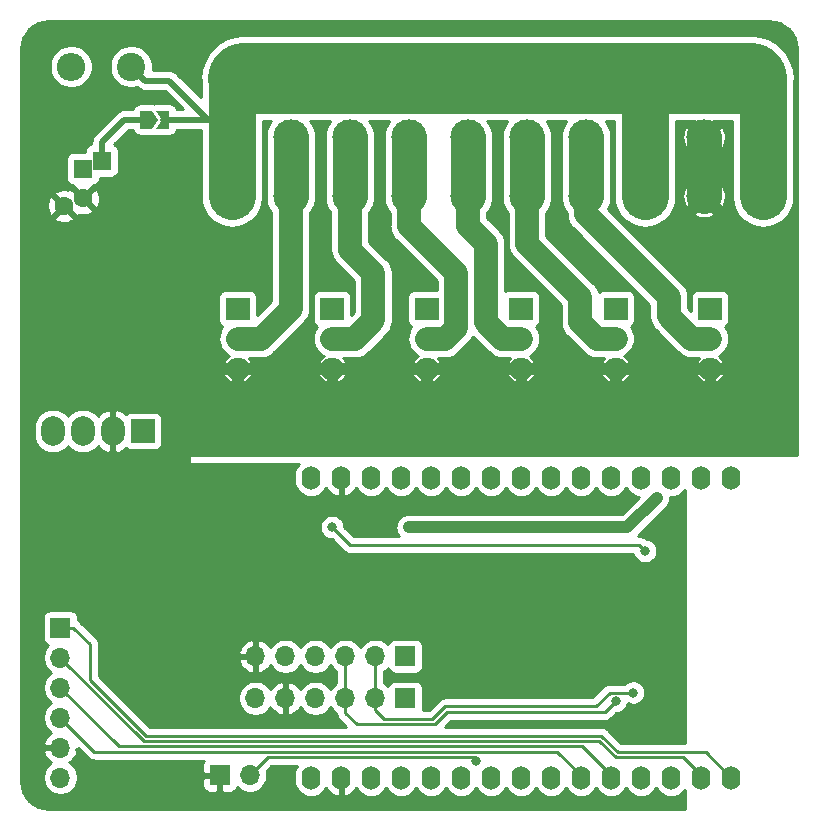
<source format=gbr>
%TF.GenerationSoftware,KiCad,Pcbnew,(5.1.7)-1*%
%TF.CreationDate,2020-11-01T18:23:12+02:00*%
%TF.ProjectId,esp32_mc_dimmer,65737033-325f-46d6-935f-64696d6d6572,rev?*%
%TF.SameCoordinates,Original*%
%TF.FileFunction,Copper,L2,Bot*%
%TF.FilePolarity,Positive*%
%FSLAX46Y46*%
G04 Gerber Fmt 4.6, Leading zero omitted, Abs format (unit mm)*
G04 Created by KiCad (PCBNEW (5.1.7)-1) date 2020-11-01 18:23:12*
%MOMM*%
%LPD*%
G01*
G04 APERTURE LIST*
%TA.AperFunction,ComponentPad*%
%ADD10R,2.000000X2.000000*%
%TD*%
%TA.AperFunction,ComponentPad*%
%ADD11O,2.000000X2.500000*%
%TD*%
%TA.AperFunction,ComponentPad*%
%ADD12C,3.000000*%
%TD*%
%TA.AperFunction,ComponentPad*%
%ADD13O,1.600000X2.000000*%
%TD*%
%TA.AperFunction,ComponentPad*%
%ADD14C,1.600000*%
%TD*%
%TA.AperFunction,ComponentPad*%
%ADD15R,1.600000X1.600000*%
%TD*%
%TA.AperFunction,ComponentPad*%
%ADD16O,1.700000X1.700000*%
%TD*%
%TA.AperFunction,ComponentPad*%
%ADD17R,1.700000X1.700000*%
%TD*%
%TA.AperFunction,ComponentPad*%
%ADD18O,2.400000X2.400000*%
%TD*%
%TA.AperFunction,ComponentPad*%
%ADD19C,2.400000*%
%TD*%
%TA.AperFunction,SMDPad,CuDef*%
%ADD20C,0.100000*%
%TD*%
%TA.AperFunction,ComponentPad*%
%ADD21O,2.000000X1.905000*%
%TD*%
%TA.AperFunction,ComponentPad*%
%ADD22R,2.000000X1.905000*%
%TD*%
%TA.AperFunction,ViaPad*%
%ADD23C,1.200000*%
%TD*%
%TA.AperFunction,ViaPad*%
%ADD24C,0.500000*%
%TD*%
%TA.AperFunction,ViaPad*%
%ADD25C,0.800000*%
%TD*%
%TA.AperFunction,Conductor*%
%ADD26C,3.000000*%
%TD*%
%TA.AperFunction,Conductor*%
%ADD27C,0.500000*%
%TD*%
%TA.AperFunction,Conductor*%
%ADD28C,1.000000*%
%TD*%
%TA.AperFunction,Conductor*%
%ADD29C,0.250000*%
%TD*%
%TA.AperFunction,Conductor*%
%ADD30C,4.000000*%
%TD*%
%TA.AperFunction,Conductor*%
%ADD31C,6.000000*%
%TD*%
%TA.AperFunction,Conductor*%
%ADD32C,2.000000*%
%TD*%
%TA.AperFunction,Conductor*%
%ADD33C,0.254000*%
%TD*%
%TA.AperFunction,Conductor*%
%ADD34C,0.100000*%
%TD*%
G04 APERTURE END LIST*
D10*
X133985000Y-102870000D03*
D11*
X131445000Y-102870000D03*
X128905000Y-102870000D03*
X126365000Y-102870000D03*
D12*
X141500000Y-78000000D03*
X141500000Y-83000000D03*
X146500000Y-78000000D03*
X146500000Y-83000000D03*
X151500000Y-78000000D03*
X151500000Y-83000000D03*
X156500000Y-78000000D03*
X156500000Y-83000000D03*
X161500000Y-78000000D03*
X161500000Y-83000000D03*
X166500000Y-78000000D03*
X166500000Y-83000000D03*
X171500000Y-78000000D03*
X171500000Y-83000000D03*
X176500000Y-78000000D03*
X176500000Y-83000000D03*
X181500000Y-78000000D03*
X181500000Y-83000000D03*
X186500000Y-78000000D03*
X186500000Y-83000000D03*
D13*
X148220000Y-106800000D03*
X148220000Y-132200000D03*
X150760000Y-106800000D03*
X150760000Y-132200000D03*
X153300000Y-106800000D03*
X153300000Y-132200000D03*
X155840000Y-106800000D03*
X155840000Y-132200000D03*
X158380000Y-106800000D03*
X158380000Y-132200000D03*
X160920000Y-106800000D03*
X160920000Y-132200000D03*
X163460000Y-106800000D03*
X163460000Y-132200000D03*
X166000000Y-106800000D03*
X166000000Y-132200000D03*
X168540000Y-106800000D03*
X168540000Y-132200000D03*
X171080000Y-106800000D03*
X171080000Y-132200000D03*
X173620000Y-106800000D03*
X173620000Y-132200000D03*
X176160000Y-106800000D03*
X176160000Y-132200000D03*
X178700000Y-106800000D03*
X178700000Y-132200000D03*
X181240000Y-106800000D03*
X181240000Y-132200000D03*
X183780000Y-106800000D03*
X183780000Y-132200000D03*
D14*
X127305000Y-83815937D03*
D15*
X130505000Y-79974063D03*
D14*
X128905000Y-83145000D03*
D15*
X128905000Y-80645000D03*
D16*
X143510000Y-121920000D03*
X146050000Y-121920000D03*
X148590000Y-121920000D03*
X151130000Y-121920000D03*
X153670000Y-121920000D03*
D17*
X156210000Y-121920000D03*
D16*
X143510000Y-125476000D03*
X146050000Y-125476000D03*
X148590000Y-125476000D03*
X151130000Y-125476000D03*
X153670000Y-125476000D03*
D17*
X156210000Y-125476000D03*
D16*
X143040000Y-132000000D03*
D17*
X140500000Y-132000000D03*
D18*
X127920000Y-72000000D03*
D19*
X133000000Y-72000000D03*
%TA.AperFunction,SMDPad,CuDef*%
D20*
G36*
X135275000Y-76500000D02*
G01*
X134775000Y-77250000D01*
X133775000Y-77250000D01*
X133775000Y-75750000D01*
X134775000Y-75750000D01*
X135275000Y-76500000D01*
G37*
%TD.AperFunction*%
%TA.AperFunction,SMDPad,CuDef*%
G36*
X136225000Y-77250000D02*
G01*
X135075000Y-77250000D01*
X135575000Y-76500000D01*
X135075000Y-75750000D01*
X136225000Y-75750000D01*
X136225000Y-77250000D01*
G37*
%TD.AperFunction*%
D21*
X182000000Y-97580000D03*
X182000000Y-95040000D03*
D22*
X182000000Y-92500000D03*
D21*
X174000000Y-97580000D03*
X174000000Y-95040000D03*
D22*
X174000000Y-92500000D03*
D21*
X166000000Y-97580000D03*
X166000000Y-95040000D03*
D22*
X166000000Y-92500000D03*
D21*
X158000000Y-97580000D03*
X158000000Y-95040000D03*
D22*
X158000000Y-92500000D03*
D21*
X150000000Y-97580000D03*
X150000000Y-95040000D03*
D22*
X150000000Y-92500000D03*
D21*
X142000000Y-97580000D03*
X142000000Y-95040000D03*
D22*
X142000000Y-92500000D03*
D16*
X127000000Y-132200000D03*
X127000000Y-129660000D03*
X127000000Y-127120000D03*
X127000000Y-124580000D03*
X127000000Y-122040000D03*
D17*
X127000000Y-119500000D03*
D23*
X144500000Y-97500000D03*
X142000000Y-100000000D03*
X150000000Y-100000000D03*
X152500000Y-97500000D03*
X158000000Y-100000000D03*
X160500000Y-97500000D03*
X166000000Y-100000000D03*
X168500000Y-97500000D03*
X163500000Y-97500000D03*
X155500000Y-97500000D03*
X147500000Y-97500000D03*
X139500000Y-97500000D03*
X171500000Y-97500000D03*
X174000000Y-100000000D03*
X176500000Y-97500000D03*
X179500000Y-97500000D03*
X182000000Y-100000000D03*
X184500000Y-97500000D03*
D24*
X184500000Y-91000000D03*
X184500000Y-90000000D03*
X184500000Y-89000000D03*
X184500000Y-88000000D03*
X184500000Y-87000000D03*
X179000000Y-113500000D03*
X179000000Y-116500000D03*
X179000000Y-119500000D03*
X179000000Y-122500000D03*
X179000000Y-125500000D03*
X164000000Y-113500000D03*
D25*
X156500000Y-111000000D03*
X177500000Y-108500000D03*
D24*
X179943749Y-94556251D03*
X179193749Y-93806251D03*
X178500000Y-93000000D03*
X172250000Y-85250000D03*
X173000000Y-86000000D03*
X166500000Y-85500000D03*
X166500000Y-86500000D03*
X171943749Y-94556251D03*
X171443749Y-94056251D03*
X171000000Y-93500000D03*
X163943749Y-94556251D03*
X163193749Y-93806251D03*
X163000000Y-93000000D03*
X161500000Y-85500000D03*
X162250000Y-86250000D03*
X159806251Y-94806251D03*
X160500000Y-94000000D03*
X160500000Y-93000000D03*
X156500000Y-85500000D03*
X157250000Y-86250000D03*
X152000000Y-95000000D03*
X152750000Y-94250000D03*
X153500000Y-93500000D03*
X151500000Y-85500000D03*
X151500000Y-86500000D03*
X144250000Y-94750000D03*
X145000000Y-94000000D03*
X145750000Y-93250000D03*
X146500000Y-85500000D03*
X146500000Y-86500000D03*
D25*
X150000000Y-111000000D03*
X176500000Y-113000000D03*
X162200000Y-130800000D03*
X174012653Y-125725000D03*
X175500000Y-125000000D03*
D26*
X181500000Y-83000000D02*
X181500000Y-78000000D01*
D27*
X130505000Y-79974063D02*
X130505000Y-78395000D01*
X132400000Y-76500000D02*
X134275000Y-76500000D01*
X130505000Y-78395000D02*
X132400000Y-76500000D01*
D28*
X156500000Y-111000000D02*
X175000000Y-111000000D01*
X175000000Y-111000000D02*
X177500000Y-108500000D01*
D29*
X127000000Y-127120000D02*
X129880000Y-130000000D01*
X171080000Y-132000000D02*
X171080000Y-132200000D01*
X129880000Y-130000000D02*
X169080000Y-130000000D01*
X169080000Y-130000000D02*
X171080000Y-132000000D01*
X127000000Y-124580000D02*
X131969990Y-129549990D01*
X173620000Y-132000000D02*
X173620000Y-132200000D01*
X131969990Y-129549990D02*
X171169990Y-129549990D01*
X171169990Y-129549990D02*
X173620000Y-132000000D01*
X127000000Y-122040000D02*
X134059980Y-129099980D01*
X134059980Y-129099980D02*
X172599980Y-129099980D01*
X172599980Y-129099980D02*
X174000000Y-130500000D01*
X181240000Y-132000000D02*
X181240000Y-132200000D01*
X174000000Y-130500000D02*
X179740000Y-130500000D01*
X179740000Y-130500000D02*
X181240000Y-132000000D01*
X181629990Y-130049990D02*
X183722204Y-132142205D01*
X183722204Y-132142205D02*
X183710296Y-132173341D01*
X174186400Y-130049990D02*
X181629990Y-130049990D01*
X127000000Y-119500000D02*
X128100000Y-119500000D01*
X128100000Y-119500000D02*
X129500000Y-120900000D01*
X129500000Y-120900000D02*
X129500000Y-123903590D01*
X129500000Y-123903590D02*
X134246380Y-128649970D01*
X134246380Y-128649970D02*
X172786381Y-128649971D01*
X172786381Y-128649971D02*
X174186400Y-130049990D01*
D30*
X176500000Y-78000000D02*
X176500000Y-73000000D01*
X186500000Y-78000000D02*
X186500000Y-73500000D01*
X141500000Y-78000000D02*
X141500000Y-73000000D01*
D31*
X142500000Y-73000000D02*
X185500000Y-73000000D01*
D27*
X136325000Y-76500000D02*
X135725000Y-76500000D01*
X141500000Y-78000000D02*
X140000001Y-76500001D01*
X140000001Y-76500001D02*
X136325000Y-76500000D01*
X136199999Y-73199999D02*
X139500001Y-76500001D01*
X134199999Y-73199999D02*
X136199999Y-73199999D01*
X133000000Y-72000000D02*
X134199999Y-73199999D01*
X139000001Y-76500001D02*
X139500001Y-76500001D01*
X139500001Y-76500001D02*
X140000001Y-76500001D01*
D30*
X186500000Y-78000000D02*
X186500000Y-83000000D01*
X176500000Y-78000000D02*
X176500000Y-83000000D01*
X141500000Y-78000000D02*
X141500000Y-83000000D01*
D32*
X180427498Y-95040000D02*
X178500000Y-93112502D01*
X182000000Y-95040000D02*
X180427498Y-95040000D01*
X178500000Y-93112502D02*
X178500000Y-91500000D01*
X178500000Y-91500000D02*
X171500000Y-84500000D01*
X171500000Y-84500000D02*
X171500000Y-83000000D01*
D26*
X171500000Y-83000000D02*
X171500000Y-78000000D01*
D32*
X166500000Y-87000000D02*
X166500000Y-83000000D01*
X171000000Y-91500000D02*
X166500000Y-87000000D01*
X171000000Y-93612502D02*
X171000000Y-91500000D01*
X174000000Y-95040000D02*
X172427498Y-95040000D01*
X172427498Y-95040000D02*
X171000000Y-93612502D01*
D26*
X166500000Y-78000000D02*
X166500000Y-83000000D01*
D32*
X164427498Y-95040000D02*
X163000000Y-93612502D01*
X166000000Y-95040000D02*
X164427498Y-95040000D01*
X163000000Y-93612502D02*
X163000000Y-87000000D01*
X163000000Y-87000000D02*
X161500000Y-85500000D01*
X161500000Y-85500000D02*
X161500000Y-83000000D01*
D26*
X161500000Y-83000000D02*
X161500000Y-78000000D01*
D32*
X156500000Y-85500000D02*
X156500000Y-83000000D01*
X160500000Y-89500000D02*
X156500000Y-85500000D01*
X160500000Y-94112502D02*
X160500000Y-89500000D01*
X158000000Y-95040000D02*
X159572502Y-95040000D01*
X159572502Y-95040000D02*
X160500000Y-94112502D01*
D26*
X156500000Y-78000000D02*
X156500000Y-83000000D01*
D32*
X150000000Y-95040000D02*
X151960000Y-95040000D01*
X151960000Y-95040000D02*
X153500000Y-93500000D01*
X153500000Y-93500000D02*
X153500000Y-89500000D01*
X153500000Y-89500000D02*
X151500000Y-87500000D01*
X151500000Y-87500000D02*
X151500000Y-83000000D01*
D26*
X151500000Y-83000000D02*
X151500000Y-78000000D01*
D32*
X142000000Y-95040000D02*
X143960000Y-95040000D01*
X146500000Y-92500000D02*
X146500000Y-83000000D01*
X143960000Y-95040000D02*
X146500000Y-92500000D01*
D26*
X146500000Y-78000000D02*
X146500000Y-83000000D01*
D29*
X150000000Y-111000000D02*
X151500000Y-112500000D01*
X151500000Y-112500000D02*
X176000000Y-112500000D01*
X176000000Y-112500000D02*
X176500000Y-113000000D01*
X143040000Y-132000000D02*
X144540000Y-130500000D01*
X144540000Y-130500000D02*
X161900000Y-130500000D01*
X161900000Y-130500000D02*
X162200000Y-130800000D01*
X173112643Y-126625010D02*
X174012653Y-125725000D01*
X173112643Y-126625010D02*
X159761400Y-126625010D01*
X158682400Y-127704010D02*
X152088010Y-127704010D01*
X159761400Y-126625010D02*
X158682400Y-127704010D01*
X151130000Y-126746000D02*
X151130000Y-125476000D01*
X152088010Y-127704010D02*
X151130000Y-126746000D01*
X151130000Y-125476000D02*
X151130000Y-121920000D01*
X172324999Y-126175001D02*
X173500000Y-125000000D01*
X173500000Y-125000000D02*
X175500000Y-125000000D01*
X172324999Y-126175001D02*
X159574999Y-126175001D01*
X159574999Y-126175001D02*
X158496000Y-127254000D01*
X158496000Y-127254000D02*
X154432000Y-127254000D01*
X153670000Y-126492000D02*
X153670000Y-125476000D01*
X154432000Y-127254000D02*
X153670000Y-126492000D01*
X153670000Y-125476000D02*
X153670000Y-121920000D01*
D33*
X187453893Y-68207670D02*
X187890498Y-68339489D01*
X188293185Y-68553600D01*
X188646612Y-68841848D01*
X188937327Y-69193261D01*
X189154242Y-69594439D01*
X189289106Y-70030113D01*
X189340000Y-70514344D01*
X189340001Y-104873000D01*
X138000000Y-104873000D01*
X137975224Y-104875440D01*
X137951399Y-104882667D01*
X137929443Y-104894403D01*
X137910197Y-104910197D01*
X137894403Y-104929443D01*
X137882667Y-104951399D01*
X137875440Y-104975224D01*
X137873000Y-105000000D01*
X137873000Y-105500000D01*
X137875440Y-105524776D01*
X137882667Y-105548601D01*
X137894403Y-105570557D01*
X137910197Y-105589803D01*
X137929443Y-105605597D01*
X137951399Y-105617333D01*
X137975224Y-105624560D01*
X138000000Y-105627000D01*
X147162143Y-105627000D01*
X147021068Y-105798900D01*
X146887818Y-106048193D01*
X146805764Y-106318692D01*
X146785000Y-106529509D01*
X146785000Y-107070492D01*
X146805764Y-107281309D01*
X146887818Y-107551808D01*
X147021068Y-107801101D01*
X147200393Y-108019608D01*
X147418900Y-108198932D01*
X147668193Y-108332182D01*
X147938692Y-108414236D01*
X148220000Y-108441943D01*
X148501309Y-108414236D01*
X148771808Y-108332182D01*
X149021101Y-108198932D01*
X149239608Y-108019608D01*
X149418932Y-107801101D01*
X149488122Y-107671655D01*
X149495570Y-107689227D01*
X149654327Y-107922662D01*
X149855575Y-108120639D01*
X150091579Y-108275551D01*
X150353270Y-108381444D01*
X150410961Y-108391904D01*
X150633000Y-108269915D01*
X150633000Y-106927000D01*
X150613000Y-106927000D01*
X150613000Y-106673000D01*
X150633000Y-106673000D01*
X150633000Y-106653000D01*
X150887000Y-106653000D01*
X150887000Y-106673000D01*
X150907000Y-106673000D01*
X150907000Y-106927000D01*
X150887000Y-106927000D01*
X150887000Y-108269915D01*
X151109039Y-108391904D01*
X151166730Y-108381444D01*
X151428421Y-108275551D01*
X151664425Y-108120639D01*
X151865673Y-107922662D01*
X152024430Y-107689227D01*
X152031878Y-107671655D01*
X152101068Y-107801101D01*
X152280393Y-108019608D01*
X152498900Y-108198932D01*
X152748193Y-108332182D01*
X153018692Y-108414236D01*
X153300000Y-108441943D01*
X153581309Y-108414236D01*
X153851808Y-108332182D01*
X154101101Y-108198932D01*
X154319608Y-108019608D01*
X154498932Y-107801101D01*
X154570000Y-107668142D01*
X154641068Y-107801101D01*
X154820393Y-108019608D01*
X155038900Y-108198932D01*
X155288193Y-108332182D01*
X155558692Y-108414236D01*
X155840000Y-108441943D01*
X156121309Y-108414236D01*
X156391808Y-108332182D01*
X156641101Y-108198932D01*
X156859608Y-108019608D01*
X157038932Y-107801101D01*
X157110000Y-107668142D01*
X157181068Y-107801101D01*
X157360393Y-108019608D01*
X157578900Y-108198932D01*
X157828193Y-108332182D01*
X158098692Y-108414236D01*
X158380000Y-108441943D01*
X158661309Y-108414236D01*
X158931808Y-108332182D01*
X159181101Y-108198932D01*
X159399608Y-108019608D01*
X159578932Y-107801101D01*
X159650000Y-107668142D01*
X159721068Y-107801101D01*
X159900393Y-108019608D01*
X160118900Y-108198932D01*
X160368193Y-108332182D01*
X160638692Y-108414236D01*
X160920000Y-108441943D01*
X161201309Y-108414236D01*
X161471808Y-108332182D01*
X161721101Y-108198932D01*
X161939608Y-108019608D01*
X162118932Y-107801101D01*
X162190000Y-107668142D01*
X162261068Y-107801101D01*
X162440393Y-108019608D01*
X162658900Y-108198932D01*
X162908193Y-108332182D01*
X163178692Y-108414236D01*
X163460000Y-108441943D01*
X163741309Y-108414236D01*
X164011808Y-108332182D01*
X164261101Y-108198932D01*
X164479608Y-108019608D01*
X164658932Y-107801101D01*
X164730000Y-107668142D01*
X164801068Y-107801101D01*
X164980393Y-108019608D01*
X165198900Y-108198932D01*
X165448193Y-108332182D01*
X165718692Y-108414236D01*
X166000000Y-108441943D01*
X166281309Y-108414236D01*
X166551808Y-108332182D01*
X166801101Y-108198932D01*
X167019608Y-108019608D01*
X167198932Y-107801101D01*
X167270000Y-107668142D01*
X167341068Y-107801101D01*
X167520393Y-108019608D01*
X167738900Y-108198932D01*
X167988193Y-108332182D01*
X168258692Y-108414236D01*
X168540000Y-108441943D01*
X168821309Y-108414236D01*
X169091808Y-108332182D01*
X169341101Y-108198932D01*
X169559608Y-108019608D01*
X169738932Y-107801101D01*
X169810000Y-107668142D01*
X169881068Y-107801101D01*
X170060393Y-108019608D01*
X170278900Y-108198932D01*
X170528193Y-108332182D01*
X170798692Y-108414236D01*
X171080000Y-108441943D01*
X171361309Y-108414236D01*
X171631808Y-108332182D01*
X171881101Y-108198932D01*
X172099608Y-108019608D01*
X172278932Y-107801101D01*
X172350000Y-107668142D01*
X172421068Y-107801101D01*
X172600393Y-108019608D01*
X172818900Y-108198932D01*
X173068193Y-108332182D01*
X173338692Y-108414236D01*
X173620000Y-108441943D01*
X173901309Y-108414236D01*
X174171808Y-108332182D01*
X174421101Y-108198932D01*
X174639608Y-108019608D01*
X174818932Y-107801101D01*
X174890000Y-107668142D01*
X174961068Y-107801101D01*
X175140393Y-108019608D01*
X175358900Y-108198932D01*
X175608193Y-108332182D01*
X175878692Y-108414236D01*
X175971492Y-108423376D01*
X174529869Y-109865000D01*
X156444248Y-109865000D01*
X156277501Y-109881423D01*
X156063553Y-109946324D01*
X155866377Y-110051716D01*
X155693551Y-110193551D01*
X155551716Y-110366377D01*
X155446324Y-110563553D01*
X155381423Y-110777501D01*
X155359509Y-111000000D01*
X155381423Y-111222499D01*
X155446324Y-111436447D01*
X155551716Y-111633623D01*
X155639018Y-111740000D01*
X151814802Y-111740000D01*
X151035000Y-110960199D01*
X151035000Y-110898061D01*
X150995226Y-110698102D01*
X150917205Y-110509744D01*
X150803937Y-110340226D01*
X150659774Y-110196063D01*
X150490256Y-110082795D01*
X150301898Y-110004774D01*
X150101939Y-109965000D01*
X149898061Y-109965000D01*
X149698102Y-110004774D01*
X149509744Y-110082795D01*
X149340226Y-110196063D01*
X149196063Y-110340226D01*
X149082795Y-110509744D01*
X149004774Y-110698102D01*
X148965000Y-110898061D01*
X148965000Y-111101939D01*
X149004774Y-111301898D01*
X149082795Y-111490256D01*
X149196063Y-111659774D01*
X149340226Y-111803937D01*
X149509744Y-111917205D01*
X149698102Y-111995226D01*
X149898061Y-112035000D01*
X149960199Y-112035000D01*
X150936200Y-113011002D01*
X150959999Y-113040001D01*
X151075724Y-113134974D01*
X151207753Y-113205546D01*
X151351014Y-113249003D01*
X151462667Y-113260000D01*
X151462676Y-113260000D01*
X151499999Y-113263676D01*
X151537322Y-113260000D01*
X175496440Y-113260000D01*
X175504774Y-113301898D01*
X175582795Y-113490256D01*
X175696063Y-113659774D01*
X175840226Y-113803937D01*
X176009744Y-113917205D01*
X176198102Y-113995226D01*
X176398061Y-114035000D01*
X176601939Y-114035000D01*
X176801898Y-113995226D01*
X176990256Y-113917205D01*
X177159774Y-113803937D01*
X177303937Y-113659774D01*
X177417205Y-113490256D01*
X177495226Y-113301898D01*
X177535000Y-113101939D01*
X177535000Y-112898061D01*
X177495226Y-112698102D01*
X177417205Y-112509744D01*
X177303937Y-112340226D01*
X177159774Y-112196063D01*
X176990256Y-112082795D01*
X176801898Y-112004774D01*
X176601939Y-111965000D01*
X176544105Y-111965000D01*
X176540001Y-111959999D01*
X176424276Y-111865026D01*
X176292247Y-111794454D01*
X176148986Y-111750997D01*
X176037333Y-111740000D01*
X176037322Y-111740000D01*
X176000000Y-111736324D01*
X175962678Y-111740000D01*
X175865131Y-111740000D01*
X178341988Y-109263144D01*
X178448284Y-109133623D01*
X178553676Y-108936447D01*
X178618577Y-108722499D01*
X178640491Y-108500000D01*
X178634134Y-108435456D01*
X178700000Y-108441943D01*
X178981309Y-108414236D01*
X179251808Y-108332182D01*
X179501101Y-108198932D01*
X179719608Y-108019608D01*
X179873000Y-107832699D01*
X179873000Y-129289990D01*
X174501202Y-129289990D01*
X173350178Y-128138967D01*
X173326382Y-128109971D01*
X173297383Y-128086172D01*
X173210657Y-128014997D01*
X173078627Y-127944425D01*
X172978823Y-127914151D01*
X172935367Y-127900969D01*
X172823714Y-127889972D01*
X172786381Y-127886295D01*
X172749048Y-127889972D01*
X159571240Y-127889971D01*
X160076203Y-127385010D01*
X173075321Y-127385010D01*
X173112643Y-127388686D01*
X173149965Y-127385010D01*
X173149976Y-127385010D01*
X173261629Y-127374013D01*
X173404890Y-127330556D01*
X173536919Y-127259984D01*
X173652644Y-127165011D01*
X173676446Y-127136008D01*
X174052454Y-126760000D01*
X174114592Y-126760000D01*
X174314551Y-126720226D01*
X174502909Y-126642205D01*
X174672427Y-126528937D01*
X174816590Y-126384774D01*
X174929858Y-126215256D01*
X175007879Y-126026898D01*
X175028179Y-125924841D01*
X175198102Y-125995226D01*
X175398061Y-126035000D01*
X175601939Y-126035000D01*
X175801898Y-125995226D01*
X175990256Y-125917205D01*
X176159774Y-125803937D01*
X176303937Y-125659774D01*
X176417205Y-125490256D01*
X176495226Y-125301898D01*
X176535000Y-125101939D01*
X176535000Y-124898061D01*
X176495226Y-124698102D01*
X176417205Y-124509744D01*
X176303937Y-124340226D01*
X176159774Y-124196063D01*
X175990256Y-124082795D01*
X175801898Y-124004774D01*
X175601939Y-123965000D01*
X175398061Y-123965000D01*
X175198102Y-124004774D01*
X175009744Y-124082795D01*
X174840226Y-124196063D01*
X174796289Y-124240000D01*
X173537322Y-124240000D01*
X173499999Y-124236324D01*
X173462676Y-124240000D01*
X173462667Y-124240000D01*
X173351014Y-124250997D01*
X173207753Y-124294454D01*
X173075724Y-124365026D01*
X172959999Y-124459999D01*
X172936201Y-124488997D01*
X172010198Y-125415001D01*
X159612321Y-125415001D01*
X159574998Y-125411325D01*
X159537676Y-125415001D01*
X159537666Y-125415001D01*
X159426013Y-125425998D01*
X159282752Y-125469455D01*
X159150722Y-125540027D01*
X159106871Y-125576015D01*
X159034998Y-125635000D01*
X159011200Y-125663998D01*
X158181199Y-126494000D01*
X157672611Y-126494000D01*
X157685812Y-126450482D01*
X157698072Y-126326000D01*
X157698072Y-124626000D01*
X157685812Y-124501518D01*
X157649502Y-124381820D01*
X157590537Y-124271506D01*
X157511185Y-124174815D01*
X157414494Y-124095463D01*
X157304180Y-124036498D01*
X157184482Y-124000188D01*
X157060000Y-123987928D01*
X155360000Y-123987928D01*
X155235518Y-124000188D01*
X155115820Y-124036498D01*
X155005506Y-124095463D01*
X154908815Y-124174815D01*
X154829463Y-124271506D01*
X154770498Y-124381820D01*
X154748487Y-124454380D01*
X154616632Y-124322525D01*
X154430000Y-124197822D01*
X154430000Y-123198178D01*
X154616632Y-123073475D01*
X154748487Y-122941620D01*
X154770498Y-123014180D01*
X154829463Y-123124494D01*
X154908815Y-123221185D01*
X155005506Y-123300537D01*
X155115820Y-123359502D01*
X155235518Y-123395812D01*
X155360000Y-123408072D01*
X157060000Y-123408072D01*
X157184482Y-123395812D01*
X157304180Y-123359502D01*
X157414494Y-123300537D01*
X157511185Y-123221185D01*
X157590537Y-123124494D01*
X157649502Y-123014180D01*
X157685812Y-122894482D01*
X157698072Y-122770000D01*
X157698072Y-121070000D01*
X157685812Y-120945518D01*
X157649502Y-120825820D01*
X157590537Y-120715506D01*
X157511185Y-120618815D01*
X157414494Y-120539463D01*
X157304180Y-120480498D01*
X157184482Y-120444188D01*
X157060000Y-120431928D01*
X155360000Y-120431928D01*
X155235518Y-120444188D01*
X155115820Y-120480498D01*
X155005506Y-120539463D01*
X154908815Y-120618815D01*
X154829463Y-120715506D01*
X154770498Y-120825820D01*
X154748487Y-120898380D01*
X154616632Y-120766525D01*
X154373411Y-120604010D01*
X154103158Y-120492068D01*
X153816260Y-120435000D01*
X153523740Y-120435000D01*
X153236842Y-120492068D01*
X152966589Y-120604010D01*
X152723368Y-120766525D01*
X152516525Y-120973368D01*
X152400000Y-121147760D01*
X152283475Y-120973368D01*
X152076632Y-120766525D01*
X151833411Y-120604010D01*
X151563158Y-120492068D01*
X151276260Y-120435000D01*
X150983740Y-120435000D01*
X150696842Y-120492068D01*
X150426589Y-120604010D01*
X150183368Y-120766525D01*
X149976525Y-120973368D01*
X149860000Y-121147760D01*
X149743475Y-120973368D01*
X149536632Y-120766525D01*
X149293411Y-120604010D01*
X149023158Y-120492068D01*
X148736260Y-120435000D01*
X148443740Y-120435000D01*
X148156842Y-120492068D01*
X147886589Y-120604010D01*
X147643368Y-120766525D01*
X147436525Y-120973368D01*
X147320000Y-121147760D01*
X147203475Y-120973368D01*
X146996632Y-120766525D01*
X146753411Y-120604010D01*
X146483158Y-120492068D01*
X146196260Y-120435000D01*
X145903740Y-120435000D01*
X145616842Y-120492068D01*
X145346589Y-120604010D01*
X145103368Y-120766525D01*
X144896525Y-120973368D01*
X144774805Y-121155534D01*
X144705178Y-121038645D01*
X144510269Y-120822412D01*
X144276920Y-120648359D01*
X144014099Y-120523175D01*
X143866890Y-120478524D01*
X143637000Y-120599845D01*
X143637000Y-121793000D01*
X143657000Y-121793000D01*
X143657000Y-122047000D01*
X143637000Y-122047000D01*
X143637000Y-123240155D01*
X143866890Y-123361476D01*
X144014099Y-123316825D01*
X144276920Y-123191641D01*
X144510269Y-123017588D01*
X144705178Y-122801355D01*
X144774805Y-122684466D01*
X144896525Y-122866632D01*
X145103368Y-123073475D01*
X145346589Y-123235990D01*
X145616842Y-123347932D01*
X145903740Y-123405000D01*
X146196260Y-123405000D01*
X146483158Y-123347932D01*
X146753411Y-123235990D01*
X146996632Y-123073475D01*
X147203475Y-122866632D01*
X147320000Y-122692240D01*
X147436525Y-122866632D01*
X147643368Y-123073475D01*
X147886589Y-123235990D01*
X148156842Y-123347932D01*
X148443740Y-123405000D01*
X148736260Y-123405000D01*
X149023158Y-123347932D01*
X149293411Y-123235990D01*
X149536632Y-123073475D01*
X149743475Y-122866632D01*
X149860000Y-122692240D01*
X149976525Y-122866632D01*
X150183368Y-123073475D01*
X150370001Y-123198179D01*
X150370000Y-124197821D01*
X150183368Y-124322525D01*
X149976525Y-124529368D01*
X149860000Y-124703760D01*
X149743475Y-124529368D01*
X149536632Y-124322525D01*
X149293411Y-124160010D01*
X149023158Y-124048068D01*
X148736260Y-123991000D01*
X148443740Y-123991000D01*
X148156842Y-124048068D01*
X147886589Y-124160010D01*
X147643368Y-124322525D01*
X147436525Y-124529368D01*
X147314805Y-124711534D01*
X147245178Y-124594645D01*
X147050269Y-124378412D01*
X146816920Y-124204359D01*
X146554099Y-124079175D01*
X146406890Y-124034524D01*
X146177000Y-124155845D01*
X146177000Y-125349000D01*
X146197000Y-125349000D01*
X146197000Y-125603000D01*
X146177000Y-125603000D01*
X146177000Y-126796155D01*
X146406890Y-126917476D01*
X146554099Y-126872825D01*
X146816920Y-126747641D01*
X147050269Y-126573588D01*
X147245178Y-126357355D01*
X147314805Y-126240466D01*
X147436525Y-126422632D01*
X147643368Y-126629475D01*
X147886589Y-126791990D01*
X148156842Y-126903932D01*
X148443740Y-126961000D01*
X148736260Y-126961000D01*
X149023158Y-126903932D01*
X149293411Y-126791990D01*
X149536632Y-126629475D01*
X149743475Y-126422632D01*
X149860000Y-126248240D01*
X149976525Y-126422632D01*
X150183368Y-126629475D01*
X150366927Y-126752125D01*
X150370000Y-126783322D01*
X150370000Y-126783332D01*
X150380997Y-126894985D01*
X150413763Y-127003002D01*
X150424454Y-127038246D01*
X150495026Y-127170276D01*
X150534871Y-127218826D01*
X150589999Y-127286001D01*
X150619002Y-127309804D01*
X151199169Y-127889971D01*
X134561182Y-127889970D01*
X132000952Y-125329740D01*
X142025000Y-125329740D01*
X142025000Y-125622260D01*
X142082068Y-125909158D01*
X142194010Y-126179411D01*
X142356525Y-126422632D01*
X142563368Y-126629475D01*
X142806589Y-126791990D01*
X143076842Y-126903932D01*
X143363740Y-126961000D01*
X143656260Y-126961000D01*
X143943158Y-126903932D01*
X144213411Y-126791990D01*
X144456632Y-126629475D01*
X144663475Y-126422632D01*
X144785195Y-126240466D01*
X144854822Y-126357355D01*
X145049731Y-126573588D01*
X145283080Y-126747641D01*
X145545901Y-126872825D01*
X145693110Y-126917476D01*
X145923000Y-126796155D01*
X145923000Y-125603000D01*
X145903000Y-125603000D01*
X145903000Y-125349000D01*
X145923000Y-125349000D01*
X145923000Y-124155845D01*
X145693110Y-124034524D01*
X145545901Y-124079175D01*
X145283080Y-124204359D01*
X145049731Y-124378412D01*
X144854822Y-124594645D01*
X144785195Y-124711534D01*
X144663475Y-124529368D01*
X144456632Y-124322525D01*
X144213411Y-124160010D01*
X143943158Y-124048068D01*
X143656260Y-123991000D01*
X143363740Y-123991000D01*
X143076842Y-124048068D01*
X142806589Y-124160010D01*
X142563368Y-124322525D01*
X142356525Y-124529368D01*
X142194010Y-124772589D01*
X142082068Y-125042842D01*
X142025000Y-125329740D01*
X132000952Y-125329740D01*
X130260000Y-123588789D01*
X130260000Y-122276891D01*
X142068519Y-122276891D01*
X142165843Y-122551252D01*
X142314822Y-122801355D01*
X142509731Y-123017588D01*
X142743080Y-123191641D01*
X143005901Y-123316825D01*
X143153110Y-123361476D01*
X143383000Y-123240155D01*
X143383000Y-122047000D01*
X142189186Y-122047000D01*
X142068519Y-122276891D01*
X130260000Y-122276891D01*
X130260000Y-121563109D01*
X142068519Y-121563109D01*
X142189186Y-121793000D01*
X143383000Y-121793000D01*
X143383000Y-120599845D01*
X143153110Y-120478524D01*
X143005901Y-120523175D01*
X142743080Y-120648359D01*
X142509731Y-120822412D01*
X142314822Y-121038645D01*
X142165843Y-121288748D01*
X142068519Y-121563109D01*
X130260000Y-121563109D01*
X130260000Y-120937322D01*
X130263676Y-120900000D01*
X130260000Y-120862677D01*
X130260000Y-120862667D01*
X130249003Y-120751014D01*
X130205546Y-120607753D01*
X130169044Y-120539463D01*
X130134974Y-120475723D01*
X130063799Y-120388997D01*
X130040001Y-120359999D01*
X130011004Y-120336202D01*
X128663804Y-118989003D01*
X128640001Y-118959999D01*
X128524276Y-118865026D01*
X128488072Y-118845674D01*
X128488072Y-118650000D01*
X128475812Y-118525518D01*
X128439502Y-118405820D01*
X128380537Y-118295506D01*
X128301185Y-118198815D01*
X128204494Y-118119463D01*
X128094180Y-118060498D01*
X127974482Y-118024188D01*
X127850000Y-118011928D01*
X126150000Y-118011928D01*
X126025518Y-118024188D01*
X125905820Y-118060498D01*
X125795506Y-118119463D01*
X125698815Y-118198815D01*
X125619463Y-118295506D01*
X125560498Y-118405820D01*
X125524188Y-118525518D01*
X125511928Y-118650000D01*
X125511928Y-120350000D01*
X125524188Y-120474482D01*
X125560498Y-120594180D01*
X125619463Y-120704494D01*
X125698815Y-120801185D01*
X125795506Y-120880537D01*
X125905820Y-120939502D01*
X125978380Y-120961513D01*
X125846525Y-121093368D01*
X125684010Y-121336589D01*
X125572068Y-121606842D01*
X125515000Y-121893740D01*
X125515000Y-122186260D01*
X125572068Y-122473158D01*
X125684010Y-122743411D01*
X125846525Y-122986632D01*
X126053368Y-123193475D01*
X126227760Y-123310000D01*
X126053368Y-123426525D01*
X125846525Y-123633368D01*
X125684010Y-123876589D01*
X125572068Y-124146842D01*
X125515000Y-124433740D01*
X125515000Y-124726260D01*
X125572068Y-125013158D01*
X125684010Y-125283411D01*
X125846525Y-125526632D01*
X126053368Y-125733475D01*
X126227760Y-125850000D01*
X126053368Y-125966525D01*
X125846525Y-126173368D01*
X125684010Y-126416589D01*
X125572068Y-126686842D01*
X125515000Y-126973740D01*
X125515000Y-127266260D01*
X125572068Y-127553158D01*
X125684010Y-127823411D01*
X125846525Y-128066632D01*
X126053368Y-128273475D01*
X126235534Y-128395195D01*
X126118645Y-128464822D01*
X125902412Y-128659731D01*
X125728359Y-128893080D01*
X125603175Y-129155901D01*
X125558524Y-129303110D01*
X125679845Y-129533000D01*
X126873000Y-129533000D01*
X126873000Y-129513000D01*
X127127000Y-129513000D01*
X127127000Y-129533000D01*
X127147000Y-129533000D01*
X127147000Y-129787000D01*
X127127000Y-129787000D01*
X127127000Y-129807000D01*
X126873000Y-129807000D01*
X126873000Y-129787000D01*
X125679845Y-129787000D01*
X125558524Y-130016890D01*
X125603175Y-130164099D01*
X125728359Y-130426920D01*
X125902412Y-130660269D01*
X126118645Y-130855178D01*
X126235534Y-130924805D01*
X126053368Y-131046525D01*
X125846525Y-131253368D01*
X125684010Y-131496589D01*
X125572068Y-131766842D01*
X125515000Y-132053740D01*
X125515000Y-132346260D01*
X125572068Y-132633158D01*
X125684010Y-132903411D01*
X125846525Y-133146632D01*
X126053368Y-133353475D01*
X126296589Y-133515990D01*
X126566842Y-133627932D01*
X126853740Y-133685000D01*
X127146260Y-133685000D01*
X127433158Y-133627932D01*
X127703411Y-133515990D01*
X127946632Y-133353475D01*
X128153475Y-133146632D01*
X128315990Y-132903411D01*
X128338113Y-132850000D01*
X139011928Y-132850000D01*
X139024188Y-132974482D01*
X139060498Y-133094180D01*
X139119463Y-133204494D01*
X139198815Y-133301185D01*
X139295506Y-133380537D01*
X139405820Y-133439502D01*
X139525518Y-133475812D01*
X139650000Y-133488072D01*
X140214250Y-133485000D01*
X140373000Y-133326250D01*
X140373000Y-132127000D01*
X139173750Y-132127000D01*
X139015000Y-132285750D01*
X139011928Y-132850000D01*
X128338113Y-132850000D01*
X128427932Y-132633158D01*
X128485000Y-132346260D01*
X128485000Y-132053740D01*
X128427932Y-131766842D01*
X128315990Y-131496589D01*
X128153475Y-131253368D01*
X127946632Y-131046525D01*
X127764466Y-130924805D01*
X127881355Y-130855178D01*
X128097588Y-130660269D01*
X128271641Y-130426920D01*
X128396825Y-130164099D01*
X128441476Y-130016890D01*
X128320156Y-129787002D01*
X128485000Y-129787002D01*
X128485000Y-129679801D01*
X129316200Y-130511002D01*
X129339999Y-130540001D01*
X129368997Y-130563799D01*
X129455723Y-130634974D01*
X129549247Y-130684964D01*
X129587753Y-130705546D01*
X129731014Y-130749003D01*
X129842667Y-130760000D01*
X129842676Y-130760000D01*
X129879999Y-130763676D01*
X129917322Y-130760000D01*
X139148602Y-130760000D01*
X139119463Y-130795506D01*
X139060498Y-130905820D01*
X139024188Y-131025518D01*
X139011928Y-131150000D01*
X139015000Y-131714250D01*
X139173750Y-131873000D01*
X140373000Y-131873000D01*
X140373000Y-131853000D01*
X140627000Y-131853000D01*
X140627000Y-131873000D01*
X140647000Y-131873000D01*
X140647000Y-132127000D01*
X140627000Y-132127000D01*
X140627000Y-133326250D01*
X140785750Y-133485000D01*
X141350000Y-133488072D01*
X141474482Y-133475812D01*
X141594180Y-133439502D01*
X141704494Y-133380537D01*
X141801185Y-133301185D01*
X141880537Y-133204494D01*
X141939502Y-133094180D01*
X141961513Y-133021620D01*
X142093368Y-133153475D01*
X142336589Y-133315990D01*
X142606842Y-133427932D01*
X142893740Y-133485000D01*
X143186260Y-133485000D01*
X143473158Y-133427932D01*
X143743411Y-133315990D01*
X143986632Y-133153475D01*
X144193475Y-132946632D01*
X144355990Y-132703411D01*
X144467932Y-132433158D01*
X144525000Y-132146260D01*
X144525000Y-131853740D01*
X144481210Y-131633592D01*
X144854802Y-131260000D01*
X146988409Y-131260000D01*
X146887818Y-131448193D01*
X146805764Y-131718692D01*
X146785000Y-131929509D01*
X146785000Y-132470492D01*
X146805764Y-132681309D01*
X146887818Y-132951808D01*
X147021068Y-133201101D01*
X147200393Y-133419608D01*
X147418900Y-133598932D01*
X147668193Y-133732182D01*
X147938692Y-133814236D01*
X148220000Y-133841943D01*
X148501309Y-133814236D01*
X148771808Y-133732182D01*
X149021101Y-133598932D01*
X149239608Y-133419608D01*
X149418932Y-133201101D01*
X149488122Y-133071655D01*
X149495570Y-133089227D01*
X149654327Y-133322662D01*
X149855575Y-133520639D01*
X150091579Y-133675551D01*
X150353270Y-133781444D01*
X150410961Y-133791904D01*
X150633000Y-133669915D01*
X150633000Y-132327000D01*
X150613000Y-132327000D01*
X150613000Y-132073000D01*
X150633000Y-132073000D01*
X150633000Y-132053000D01*
X150887000Y-132053000D01*
X150887000Y-132073000D01*
X150907000Y-132073000D01*
X150907000Y-132327000D01*
X150887000Y-132327000D01*
X150887000Y-133669915D01*
X151109039Y-133791904D01*
X151166730Y-133781444D01*
X151428421Y-133675551D01*
X151664425Y-133520639D01*
X151865673Y-133322662D01*
X152024430Y-133089227D01*
X152031878Y-133071655D01*
X152101068Y-133201101D01*
X152280393Y-133419608D01*
X152498900Y-133598932D01*
X152748193Y-133732182D01*
X153018692Y-133814236D01*
X153300000Y-133841943D01*
X153581309Y-133814236D01*
X153851808Y-133732182D01*
X154101101Y-133598932D01*
X154319608Y-133419608D01*
X154498932Y-133201101D01*
X154570000Y-133068142D01*
X154641068Y-133201101D01*
X154820393Y-133419608D01*
X155038900Y-133598932D01*
X155288193Y-133732182D01*
X155558692Y-133814236D01*
X155840000Y-133841943D01*
X156121309Y-133814236D01*
X156391808Y-133732182D01*
X156641101Y-133598932D01*
X156859608Y-133419608D01*
X157038932Y-133201101D01*
X157110000Y-133068142D01*
X157181068Y-133201101D01*
X157360393Y-133419608D01*
X157578900Y-133598932D01*
X157828193Y-133732182D01*
X158098692Y-133814236D01*
X158380000Y-133841943D01*
X158661309Y-133814236D01*
X158931808Y-133732182D01*
X159181101Y-133598932D01*
X159399608Y-133419608D01*
X159578932Y-133201101D01*
X159650000Y-133068142D01*
X159721068Y-133201101D01*
X159900393Y-133419608D01*
X160118900Y-133598932D01*
X160368193Y-133732182D01*
X160638692Y-133814236D01*
X160920000Y-133841943D01*
X161201309Y-133814236D01*
X161471808Y-133732182D01*
X161721101Y-133598932D01*
X161939608Y-133419608D01*
X162118932Y-133201101D01*
X162190000Y-133068142D01*
X162261068Y-133201101D01*
X162440393Y-133419608D01*
X162658900Y-133598932D01*
X162908193Y-133732182D01*
X163178692Y-133814236D01*
X163460000Y-133841943D01*
X163741309Y-133814236D01*
X164011808Y-133732182D01*
X164261101Y-133598932D01*
X164479608Y-133419608D01*
X164658932Y-133201101D01*
X164730000Y-133068142D01*
X164801068Y-133201101D01*
X164980393Y-133419608D01*
X165198900Y-133598932D01*
X165448193Y-133732182D01*
X165718692Y-133814236D01*
X166000000Y-133841943D01*
X166281309Y-133814236D01*
X166551808Y-133732182D01*
X166801101Y-133598932D01*
X167019608Y-133419608D01*
X167198932Y-133201101D01*
X167270000Y-133068142D01*
X167341068Y-133201101D01*
X167520393Y-133419608D01*
X167738900Y-133598932D01*
X167988193Y-133732182D01*
X168258692Y-133814236D01*
X168540000Y-133841943D01*
X168821309Y-133814236D01*
X169091808Y-133732182D01*
X169341101Y-133598932D01*
X169559608Y-133419608D01*
X169738932Y-133201101D01*
X169810000Y-133068142D01*
X169881068Y-133201101D01*
X170060393Y-133419608D01*
X170278900Y-133598932D01*
X170528193Y-133732182D01*
X170798692Y-133814236D01*
X171080000Y-133841943D01*
X171361309Y-133814236D01*
X171631808Y-133732182D01*
X171881101Y-133598932D01*
X172099608Y-133419608D01*
X172278932Y-133201101D01*
X172350000Y-133068142D01*
X172421068Y-133201101D01*
X172600393Y-133419608D01*
X172818900Y-133598932D01*
X173068193Y-133732182D01*
X173338692Y-133814236D01*
X173620000Y-133841943D01*
X173901309Y-133814236D01*
X174171808Y-133732182D01*
X174421101Y-133598932D01*
X174639608Y-133419608D01*
X174818932Y-133201101D01*
X174890000Y-133068142D01*
X174961068Y-133201101D01*
X175140393Y-133419608D01*
X175358900Y-133598932D01*
X175608193Y-133732182D01*
X175878692Y-133814236D01*
X176160000Y-133841943D01*
X176441309Y-133814236D01*
X176711808Y-133732182D01*
X176961101Y-133598932D01*
X177179608Y-133419608D01*
X177358932Y-133201101D01*
X177430000Y-133068142D01*
X177501068Y-133201101D01*
X177680393Y-133419608D01*
X177898900Y-133598932D01*
X178148193Y-133732182D01*
X178418692Y-133814236D01*
X178700000Y-133841943D01*
X178981309Y-133814236D01*
X179251808Y-133732182D01*
X179501101Y-133598932D01*
X179719608Y-133419608D01*
X179873000Y-133232699D01*
X179873000Y-134840000D01*
X126032279Y-134840000D01*
X125546106Y-134792330D01*
X125109503Y-134660512D01*
X124706814Y-134446399D01*
X124353387Y-134158150D01*
X124062673Y-133806739D01*
X123845760Y-133405564D01*
X123710894Y-132969886D01*
X123660000Y-132485664D01*
X123660000Y-102539678D01*
X124730000Y-102539678D01*
X124730000Y-103200321D01*
X124753657Y-103440515D01*
X124847148Y-103748714D01*
X124998969Y-104032751D01*
X125203286Y-104281714D01*
X125452248Y-104486031D01*
X125736285Y-104637852D01*
X126044484Y-104731343D01*
X126365000Y-104762911D01*
X126685515Y-104731343D01*
X126993714Y-104637852D01*
X127277751Y-104486031D01*
X127526714Y-104281714D01*
X127635000Y-104149766D01*
X127743286Y-104281714D01*
X127992248Y-104486031D01*
X128276285Y-104637852D01*
X128584484Y-104731343D01*
X128905000Y-104762911D01*
X129225515Y-104731343D01*
X129533714Y-104637852D01*
X129817751Y-104486031D01*
X130066714Y-104281714D01*
X130170039Y-104155812D01*
X130381660Y-104374300D01*
X130646794Y-104557646D01*
X130942602Y-104685744D01*
X131064566Y-104710124D01*
X131318000Y-104590777D01*
X131318000Y-102997000D01*
X131298000Y-102997000D01*
X131298000Y-102743000D01*
X131318000Y-102743000D01*
X131318000Y-101149223D01*
X131572000Y-101149223D01*
X131572000Y-102743000D01*
X131592000Y-102743000D01*
X131592000Y-102997000D01*
X131572000Y-102997000D01*
X131572000Y-104590777D01*
X131825434Y-104710124D01*
X131947398Y-104685744D01*
X132243206Y-104557646D01*
X132508340Y-104374300D01*
X132548284Y-104333060D01*
X132630506Y-104400537D01*
X132740820Y-104459502D01*
X132860518Y-104495812D01*
X132985000Y-104508072D01*
X134985000Y-104508072D01*
X135109482Y-104495812D01*
X135229180Y-104459502D01*
X135339494Y-104400537D01*
X135436185Y-104321185D01*
X135515537Y-104224494D01*
X135574502Y-104114180D01*
X135610812Y-103994482D01*
X135623072Y-103870000D01*
X135623072Y-101870000D01*
X135610812Y-101745518D01*
X135574502Y-101625820D01*
X135515537Y-101515506D01*
X135436185Y-101418815D01*
X135339494Y-101339463D01*
X135229180Y-101280498D01*
X135109482Y-101244188D01*
X134985000Y-101231928D01*
X132985000Y-101231928D01*
X132860518Y-101244188D01*
X132740820Y-101280498D01*
X132630506Y-101339463D01*
X132548284Y-101406940D01*
X132508340Y-101365700D01*
X132243206Y-101182354D01*
X131947398Y-101054256D01*
X131825434Y-101029876D01*
X131572000Y-101149223D01*
X131318000Y-101149223D01*
X131064566Y-101029876D01*
X130942602Y-101054256D01*
X130646794Y-101182354D01*
X130381660Y-101365700D01*
X130170039Y-101584188D01*
X130066714Y-101458286D01*
X129817752Y-101253969D01*
X129533715Y-101102148D01*
X129225516Y-101008657D01*
X128905000Y-100977089D01*
X128584485Y-101008657D01*
X128276286Y-101102148D01*
X127992249Y-101253969D01*
X127743286Y-101458286D01*
X127635000Y-101590233D01*
X127526714Y-101458286D01*
X127277752Y-101253969D01*
X126993715Y-101102148D01*
X126685516Y-101008657D01*
X126365000Y-100977089D01*
X126044485Y-101008657D01*
X125736286Y-101102148D01*
X125452249Y-101253969D01*
X125203286Y-101458286D01*
X124998969Y-101707248D01*
X124847148Y-101991285D01*
X124753657Y-102299484D01*
X124730000Y-102539678D01*
X123660000Y-102539678D01*
X123660000Y-97952980D01*
X140409437Y-97952980D01*
X140480429Y-98171094D01*
X140624031Y-98446923D01*
X140818685Y-98689437D01*
X141056911Y-98889316D01*
X141329554Y-99038879D01*
X141626137Y-99132378D01*
X141873000Y-99005570D01*
X141873000Y-97707000D01*
X142127000Y-97707000D01*
X142127000Y-99005570D01*
X142373863Y-99132378D01*
X142670446Y-99038879D01*
X142943089Y-98889316D01*
X143181315Y-98689437D01*
X143375969Y-98446923D01*
X143519571Y-98171094D01*
X143590563Y-97952980D01*
X148409437Y-97952980D01*
X148480429Y-98171094D01*
X148624031Y-98446923D01*
X148818685Y-98689437D01*
X149056911Y-98889316D01*
X149329554Y-99038879D01*
X149626137Y-99132378D01*
X149873000Y-99005570D01*
X149873000Y-97707000D01*
X150127000Y-97707000D01*
X150127000Y-99005570D01*
X150373863Y-99132378D01*
X150670446Y-99038879D01*
X150943089Y-98889316D01*
X151181315Y-98689437D01*
X151375969Y-98446923D01*
X151519571Y-98171094D01*
X151590563Y-97952980D01*
X156409437Y-97952980D01*
X156480429Y-98171094D01*
X156624031Y-98446923D01*
X156818685Y-98689437D01*
X157056911Y-98889316D01*
X157329554Y-99038879D01*
X157626137Y-99132378D01*
X157873000Y-99005570D01*
X157873000Y-97707000D01*
X158127000Y-97707000D01*
X158127000Y-99005570D01*
X158373863Y-99132378D01*
X158670446Y-99038879D01*
X158943089Y-98889316D01*
X159181315Y-98689437D01*
X159375969Y-98446923D01*
X159519571Y-98171094D01*
X159590563Y-97952980D01*
X164409437Y-97952980D01*
X164480429Y-98171094D01*
X164624031Y-98446923D01*
X164818685Y-98689437D01*
X165056911Y-98889316D01*
X165329554Y-99038879D01*
X165626137Y-99132378D01*
X165873000Y-99005570D01*
X165873000Y-97707000D01*
X166127000Y-97707000D01*
X166127000Y-99005570D01*
X166373863Y-99132378D01*
X166670446Y-99038879D01*
X166943089Y-98889316D01*
X167181315Y-98689437D01*
X167375969Y-98446923D01*
X167519571Y-98171094D01*
X167590563Y-97952980D01*
X172409437Y-97952980D01*
X172480429Y-98171094D01*
X172624031Y-98446923D01*
X172818685Y-98689437D01*
X173056911Y-98889316D01*
X173329554Y-99038879D01*
X173626137Y-99132378D01*
X173873000Y-99005570D01*
X173873000Y-97707000D01*
X174127000Y-97707000D01*
X174127000Y-99005570D01*
X174373863Y-99132378D01*
X174670446Y-99038879D01*
X174943089Y-98889316D01*
X175181315Y-98689437D01*
X175375969Y-98446923D01*
X175519571Y-98171094D01*
X175590563Y-97952980D01*
X180409437Y-97952980D01*
X180480429Y-98171094D01*
X180624031Y-98446923D01*
X180818685Y-98689437D01*
X181056911Y-98889316D01*
X181329554Y-99038879D01*
X181626137Y-99132378D01*
X181873000Y-99005570D01*
X181873000Y-97707000D01*
X182127000Y-97707000D01*
X182127000Y-99005570D01*
X182373863Y-99132378D01*
X182670446Y-99038879D01*
X182943089Y-98889316D01*
X183181315Y-98689437D01*
X183375969Y-98446923D01*
X183519571Y-98171094D01*
X183590563Y-97952980D01*
X183470594Y-97707000D01*
X182127000Y-97707000D01*
X181873000Y-97707000D01*
X180529406Y-97707000D01*
X180409437Y-97952980D01*
X175590563Y-97952980D01*
X175470594Y-97707000D01*
X174127000Y-97707000D01*
X173873000Y-97707000D01*
X172529406Y-97707000D01*
X172409437Y-97952980D01*
X167590563Y-97952980D01*
X167470594Y-97707000D01*
X166127000Y-97707000D01*
X165873000Y-97707000D01*
X164529406Y-97707000D01*
X164409437Y-97952980D01*
X159590563Y-97952980D01*
X159470594Y-97707000D01*
X158127000Y-97707000D01*
X157873000Y-97707000D01*
X156529406Y-97707000D01*
X156409437Y-97952980D01*
X151590563Y-97952980D01*
X151470594Y-97707000D01*
X150127000Y-97707000D01*
X149873000Y-97707000D01*
X148529406Y-97707000D01*
X148409437Y-97952980D01*
X143590563Y-97952980D01*
X143470594Y-97707000D01*
X142127000Y-97707000D01*
X141873000Y-97707000D01*
X140529406Y-97707000D01*
X140409437Y-97952980D01*
X123660000Y-97952980D01*
X123660000Y-84808639D01*
X126491903Y-84808639D01*
X126563486Y-85052608D01*
X126818996Y-85173508D01*
X127093184Y-85242237D01*
X127375512Y-85256154D01*
X127655130Y-85214724D01*
X127921292Y-85119540D01*
X128046514Y-85052608D01*
X128118097Y-84808639D01*
X127305000Y-83995542D01*
X126491903Y-84808639D01*
X123660000Y-84808639D01*
X123660000Y-83886449D01*
X125864783Y-83886449D01*
X125906213Y-84166067D01*
X126001397Y-84432229D01*
X126068329Y-84557451D01*
X126312298Y-84629034D01*
X127125395Y-83815937D01*
X126312298Y-83002840D01*
X126068329Y-83074423D01*
X125947429Y-83329933D01*
X125878700Y-83604121D01*
X125864783Y-83886449D01*
X123660000Y-83886449D01*
X123660000Y-82823235D01*
X126491903Y-82823235D01*
X127305000Y-83636332D01*
X127319143Y-83622190D01*
X127498748Y-83801795D01*
X127484605Y-83815937D01*
X128297702Y-84629034D01*
X128541671Y-84557451D01*
X128551878Y-84535880D01*
X128693184Y-84571300D01*
X128975512Y-84585217D01*
X129255130Y-84543787D01*
X129521292Y-84448603D01*
X129646514Y-84381671D01*
X129718097Y-84137702D01*
X128905000Y-83324605D01*
X128890858Y-83338748D01*
X128711253Y-83159143D01*
X128725395Y-83145000D01*
X129084605Y-83145000D01*
X129897702Y-83958097D01*
X130141671Y-83886514D01*
X130262571Y-83631004D01*
X130331300Y-83356816D01*
X130345217Y-83074488D01*
X130303787Y-82794870D01*
X130208603Y-82528708D01*
X130141671Y-82403486D01*
X129897702Y-82331903D01*
X129084605Y-83145000D01*
X128725395Y-83145000D01*
X127912298Y-82331903D01*
X127668329Y-82403486D01*
X127658122Y-82425057D01*
X127516816Y-82389637D01*
X127234488Y-82375720D01*
X126954870Y-82417150D01*
X126688708Y-82512334D01*
X126563486Y-82579266D01*
X126491903Y-82823235D01*
X123660000Y-82823235D01*
X123660000Y-79845000D01*
X127466928Y-79845000D01*
X127466928Y-81445000D01*
X127479188Y-81569482D01*
X127515498Y-81689180D01*
X127574463Y-81799494D01*
X127653815Y-81896185D01*
X127750506Y-81975537D01*
X127860820Y-82034502D01*
X127980518Y-82070812D01*
X128105000Y-82083072D01*
X128112215Y-82083072D01*
X128091903Y-82152298D01*
X128905000Y-82965395D01*
X129718097Y-82152298D01*
X129697785Y-82083072D01*
X129705000Y-82083072D01*
X129829482Y-82070812D01*
X129949180Y-82034502D01*
X130059494Y-81975537D01*
X130156185Y-81896185D01*
X130235537Y-81799494D01*
X130294502Y-81689180D01*
X130330812Y-81569482D01*
X130343072Y-81445000D01*
X130343072Y-81412135D01*
X131305000Y-81412135D01*
X131429482Y-81399875D01*
X131549180Y-81363565D01*
X131659494Y-81304600D01*
X131756185Y-81225248D01*
X131835537Y-81128557D01*
X131894502Y-81018243D01*
X131930812Y-80898545D01*
X131943072Y-80774063D01*
X131943072Y-79174063D01*
X131930812Y-79049581D01*
X131894502Y-78929883D01*
X131835537Y-78819569D01*
X131756185Y-78722878D01*
X131659494Y-78643526D01*
X131560804Y-78590774D01*
X132766579Y-77385000D01*
X133152379Y-77385000D01*
X133185498Y-77494180D01*
X133244463Y-77604494D01*
X133323815Y-77701185D01*
X133420506Y-77780537D01*
X133530820Y-77839502D01*
X133650518Y-77875812D01*
X133775000Y-77888072D01*
X134775000Y-77888072D01*
X134900136Y-77875681D01*
X134925064Y-77868091D01*
X134950518Y-77875812D01*
X135075000Y-77888072D01*
X136225000Y-77888072D01*
X136349482Y-77875812D01*
X136469180Y-77839502D01*
X136579494Y-77780537D01*
X136676185Y-77701185D01*
X136755537Y-77604494D01*
X136814502Y-77494180D01*
X136847622Y-77384999D01*
X138865000Y-77385000D01*
X138865000Y-77870559D01*
X138865001Y-83129442D01*
X138903128Y-83516550D01*
X139053800Y-84013250D01*
X139298478Y-84471011D01*
X139627760Y-84872241D01*
X140028990Y-85201523D01*
X140486751Y-85446201D01*
X140983451Y-85596873D01*
X141500000Y-85647749D01*
X142016550Y-85596873D01*
X142513250Y-85446201D01*
X142971011Y-85201523D01*
X143372241Y-84872241D01*
X143701523Y-84471011D01*
X143946201Y-84013250D01*
X144096873Y-83516550D01*
X144135000Y-83129442D01*
X144135000Y-76635000D01*
X144845654Y-76635000D01*
X144841637Y-76639017D01*
X144783081Y-76726653D01*
X144716223Y-76808119D01*
X144666543Y-76901063D01*
X144607988Y-76988698D01*
X144567653Y-77086076D01*
X144517974Y-77179019D01*
X144487382Y-77279866D01*
X144447047Y-77377244D01*
X144426484Y-77480618D01*
X144395892Y-77581468D01*
X144385562Y-77686348D01*
X144365000Y-77789721D01*
X144365000Y-77895119D01*
X144365001Y-82789716D01*
X144365000Y-82789721D01*
X144365000Y-83210279D01*
X144385564Y-83313661D01*
X144395893Y-83418533D01*
X144426483Y-83519375D01*
X144447047Y-83622756D01*
X144487385Y-83720140D01*
X144517975Y-83820982D01*
X144567650Y-83913919D01*
X144607988Y-84011302D01*
X144666548Y-84098943D01*
X144716224Y-84191881D01*
X144783076Y-84273341D01*
X144841637Y-84360983D01*
X144865001Y-84384347D01*
X144865000Y-91822761D01*
X143638072Y-93049690D01*
X143638072Y-91547500D01*
X143625812Y-91423018D01*
X143589502Y-91303320D01*
X143530537Y-91193006D01*
X143451185Y-91096315D01*
X143354494Y-91016963D01*
X143244180Y-90957998D01*
X143124482Y-90921688D01*
X143000000Y-90909428D01*
X141000000Y-90909428D01*
X140875518Y-90921688D01*
X140755820Y-90957998D01*
X140645506Y-91016963D01*
X140548815Y-91096315D01*
X140469463Y-91193006D01*
X140410498Y-91303320D01*
X140374188Y-91423018D01*
X140361928Y-91547500D01*
X140361928Y-93452500D01*
X140374188Y-93576982D01*
X140410498Y-93696680D01*
X140469463Y-93806994D01*
X140548815Y-93903685D01*
X140645506Y-93983037D01*
X140719751Y-94022722D01*
X140633969Y-94127248D01*
X140482148Y-94411285D01*
X140388657Y-94719484D01*
X140357089Y-95040000D01*
X140388657Y-95360516D01*
X140482148Y-95668715D01*
X140633969Y-95952752D01*
X140838286Y-96201714D01*
X140990363Y-96326520D01*
X140818685Y-96470563D01*
X140624031Y-96713077D01*
X140480429Y-96988906D01*
X140409437Y-97207020D01*
X140529406Y-97453000D01*
X141873000Y-97453000D01*
X141873000Y-97433000D01*
X142127000Y-97433000D01*
X142127000Y-97453000D01*
X143470594Y-97453000D01*
X143590563Y-97207020D01*
X143519571Y-96988906D01*
X143375969Y-96713077D01*
X143345406Y-96675000D01*
X143879681Y-96675000D01*
X143960000Y-96682911D01*
X144040319Y-96675000D01*
X144040322Y-96675000D01*
X144280516Y-96651343D01*
X144588715Y-96557852D01*
X144872752Y-96406031D01*
X145121714Y-96201714D01*
X145172925Y-96139313D01*
X147599320Y-93712919D01*
X147661714Y-93661714D01*
X147866031Y-93412752D01*
X148017852Y-93128715D01*
X148111343Y-92820516D01*
X148135000Y-92580322D01*
X148135000Y-92580320D01*
X148142911Y-92500001D01*
X148135000Y-92419681D01*
X148135000Y-84384346D01*
X148158363Y-84360983D01*
X148216919Y-84273347D01*
X148283777Y-84191881D01*
X148333457Y-84098936D01*
X148392012Y-84011302D01*
X148432346Y-83913927D01*
X148482026Y-83820982D01*
X148512619Y-83720131D01*
X148552953Y-83622756D01*
X148573515Y-83519384D01*
X148604108Y-83418533D01*
X148614438Y-83313651D01*
X148635000Y-83210279D01*
X148635000Y-77789721D01*
X148614438Y-77686349D01*
X148604108Y-77581467D01*
X148573515Y-77480616D01*
X148552953Y-77377244D01*
X148512619Y-77279869D01*
X148482026Y-77179018D01*
X148432346Y-77086073D01*
X148392012Y-76988698D01*
X148333457Y-76901064D01*
X148283777Y-76808119D01*
X148216919Y-76726653D01*
X148158363Y-76639017D01*
X148154346Y-76635000D01*
X149845654Y-76635000D01*
X149841637Y-76639017D01*
X149783076Y-76726659D01*
X149716224Y-76808119D01*
X149666548Y-76901057D01*
X149607988Y-76988698D01*
X149567650Y-77086081D01*
X149517975Y-77179018D01*
X149487385Y-77279860D01*
X149447047Y-77377244D01*
X149426483Y-77480625D01*
X149395893Y-77581467D01*
X149385564Y-77686339D01*
X149365000Y-77789721D01*
X149365000Y-78210279D01*
X149365001Y-78210284D01*
X149365000Y-82789721D01*
X149365000Y-83210279D01*
X149385562Y-83313652D01*
X149395892Y-83418532D01*
X149426484Y-83519382D01*
X149447047Y-83622756D01*
X149487382Y-83720134D01*
X149517974Y-83820981D01*
X149567653Y-83913924D01*
X149607988Y-84011302D01*
X149666543Y-84098937D01*
X149716223Y-84191881D01*
X149783081Y-84273347D01*
X149841637Y-84360983D01*
X149865001Y-84384347D01*
X149865000Y-87419680D01*
X149857089Y-87500000D01*
X149865000Y-87580319D01*
X149865000Y-87580321D01*
X149888657Y-87820515D01*
X149982148Y-88128714D01*
X150133969Y-88412751D01*
X150338286Y-88661714D01*
X150400687Y-88712925D01*
X151865001Y-90177240D01*
X151865000Y-92822761D01*
X151638072Y-93049689D01*
X151638072Y-91547500D01*
X151625812Y-91423018D01*
X151589502Y-91303320D01*
X151530537Y-91193006D01*
X151451185Y-91096315D01*
X151354494Y-91016963D01*
X151244180Y-90957998D01*
X151124482Y-90921688D01*
X151000000Y-90909428D01*
X149000000Y-90909428D01*
X148875518Y-90921688D01*
X148755820Y-90957998D01*
X148645506Y-91016963D01*
X148548815Y-91096315D01*
X148469463Y-91193006D01*
X148410498Y-91303320D01*
X148374188Y-91423018D01*
X148361928Y-91547500D01*
X148361928Y-93452500D01*
X148374188Y-93576982D01*
X148410498Y-93696680D01*
X148469463Y-93806994D01*
X148548815Y-93903685D01*
X148645506Y-93983037D01*
X148719751Y-94022722D01*
X148633969Y-94127248D01*
X148482148Y-94411285D01*
X148388657Y-94719484D01*
X148357089Y-95040000D01*
X148388657Y-95360516D01*
X148482148Y-95668715D01*
X148633969Y-95952752D01*
X148838286Y-96201714D01*
X148990363Y-96326520D01*
X148818685Y-96470563D01*
X148624031Y-96713077D01*
X148480429Y-96988906D01*
X148409437Y-97207020D01*
X148529406Y-97453000D01*
X149873000Y-97453000D01*
X149873000Y-97433000D01*
X150127000Y-97433000D01*
X150127000Y-97453000D01*
X151470594Y-97453000D01*
X151590563Y-97207020D01*
X151519571Y-96988906D01*
X151375969Y-96713077D01*
X151345406Y-96675000D01*
X151879681Y-96675000D01*
X151960000Y-96682911D01*
X152040319Y-96675000D01*
X152040322Y-96675000D01*
X152280516Y-96651343D01*
X152588715Y-96557852D01*
X152872752Y-96406031D01*
X153121714Y-96201714D01*
X153172925Y-96139314D01*
X154599320Y-94712919D01*
X154661714Y-94661714D01*
X154866031Y-94412752D01*
X155017852Y-94128715D01*
X155111343Y-93820516D01*
X155135000Y-93580322D01*
X155135000Y-93580320D01*
X155142911Y-93500000D01*
X155135000Y-93419681D01*
X155135000Y-89580319D01*
X155142911Y-89499999D01*
X155135000Y-89419678D01*
X155111343Y-89179484D01*
X155017852Y-88871285D01*
X154866031Y-88587248D01*
X154661714Y-88338286D01*
X154599318Y-88287080D01*
X153135000Y-86822762D01*
X153135000Y-84384346D01*
X153158363Y-84360983D01*
X153216919Y-84273347D01*
X153283777Y-84191881D01*
X153333457Y-84098936D01*
X153392012Y-84011302D01*
X153432346Y-83913927D01*
X153482026Y-83820982D01*
X153512619Y-83720131D01*
X153552953Y-83622756D01*
X153573515Y-83519384D01*
X153604108Y-83418533D01*
X153614438Y-83313651D01*
X153635000Y-83210279D01*
X153635000Y-77789721D01*
X153614438Y-77686349D01*
X153604108Y-77581467D01*
X153573515Y-77480616D01*
X153552953Y-77377244D01*
X153512619Y-77279869D01*
X153482026Y-77179018D01*
X153432346Y-77086073D01*
X153392012Y-76988698D01*
X153333457Y-76901064D01*
X153283777Y-76808119D01*
X153216919Y-76726653D01*
X153158363Y-76639017D01*
X153154346Y-76635000D01*
X154845654Y-76635000D01*
X154841637Y-76639017D01*
X154783081Y-76726653D01*
X154716223Y-76808119D01*
X154666543Y-76901063D01*
X154607988Y-76988698D01*
X154567653Y-77086076D01*
X154517974Y-77179019D01*
X154487382Y-77279866D01*
X154447047Y-77377244D01*
X154426484Y-77480618D01*
X154395892Y-77581468D01*
X154385562Y-77686348D01*
X154365000Y-77789721D01*
X154365000Y-77895119D01*
X154365001Y-82789716D01*
X154365000Y-82789721D01*
X154365000Y-83210279D01*
X154385564Y-83313661D01*
X154395893Y-83418533D01*
X154426483Y-83519375D01*
X154447047Y-83622756D01*
X154487385Y-83720140D01*
X154517975Y-83820982D01*
X154567650Y-83913919D01*
X154607988Y-84011302D01*
X154666548Y-84098943D01*
X154716224Y-84191881D01*
X154783076Y-84273341D01*
X154841637Y-84360983D01*
X154865000Y-84384346D01*
X154865000Y-85419680D01*
X154857089Y-85500000D01*
X154865000Y-85580319D01*
X154865000Y-85580321D01*
X154888657Y-85820515D01*
X154982148Y-86128714D01*
X155133969Y-86412751D01*
X155338286Y-86661714D01*
X155400687Y-86712925D01*
X158865001Y-90177240D01*
X158865001Y-90909428D01*
X157000000Y-90909428D01*
X156875518Y-90921688D01*
X156755820Y-90957998D01*
X156645506Y-91016963D01*
X156548815Y-91096315D01*
X156469463Y-91193006D01*
X156410498Y-91303320D01*
X156374188Y-91423018D01*
X156361928Y-91547500D01*
X156361928Y-93452500D01*
X156374188Y-93576982D01*
X156410498Y-93696680D01*
X156469463Y-93806994D01*
X156548815Y-93903685D01*
X156645506Y-93983037D01*
X156719751Y-94022722D01*
X156633969Y-94127248D01*
X156482148Y-94411285D01*
X156388657Y-94719484D01*
X156357089Y-95040000D01*
X156388657Y-95360516D01*
X156482148Y-95668715D01*
X156633969Y-95952752D01*
X156838286Y-96201714D01*
X156990363Y-96326520D01*
X156818685Y-96470563D01*
X156624031Y-96713077D01*
X156480429Y-96988906D01*
X156409437Y-97207020D01*
X156529406Y-97453000D01*
X157873000Y-97453000D01*
X157873000Y-97433000D01*
X158127000Y-97433000D01*
X158127000Y-97453000D01*
X159470594Y-97453000D01*
X159590563Y-97207020D01*
X159519571Y-96988906D01*
X159375969Y-96713077D01*
X159345406Y-96675000D01*
X159492183Y-96675000D01*
X159572502Y-96682911D01*
X159652821Y-96675000D01*
X159652824Y-96675000D01*
X159893018Y-96651343D01*
X160201217Y-96557852D01*
X160485254Y-96406031D01*
X160734216Y-96201714D01*
X160785427Y-96139313D01*
X161599314Y-95325426D01*
X161661714Y-95274216D01*
X161866031Y-95025254D01*
X161947708Y-94872448D01*
X163214577Y-96139318D01*
X163265784Y-96201714D01*
X163514746Y-96406031D01*
X163798783Y-96557852D01*
X164106982Y-96651343D01*
X164347176Y-96675000D01*
X164347178Y-96675000D01*
X164427497Y-96682911D01*
X164507817Y-96675000D01*
X164654594Y-96675000D01*
X164624031Y-96713077D01*
X164480429Y-96988906D01*
X164409437Y-97207020D01*
X164529406Y-97453000D01*
X165873000Y-97453000D01*
X165873000Y-97433000D01*
X166127000Y-97433000D01*
X166127000Y-97453000D01*
X167470594Y-97453000D01*
X167590563Y-97207020D01*
X167519571Y-96988906D01*
X167375969Y-96713077D01*
X167181315Y-96470563D01*
X167009637Y-96326520D01*
X167161714Y-96201714D01*
X167366031Y-95952752D01*
X167517852Y-95668715D01*
X167611343Y-95360516D01*
X167642911Y-95040000D01*
X167611343Y-94719484D01*
X167517852Y-94411285D01*
X167366031Y-94127248D01*
X167280249Y-94022722D01*
X167354494Y-93983037D01*
X167451185Y-93903685D01*
X167530537Y-93806994D01*
X167589502Y-93696680D01*
X167625812Y-93576982D01*
X167638072Y-93452500D01*
X167638072Y-91547500D01*
X167625812Y-91423018D01*
X167589502Y-91303320D01*
X167530537Y-91193006D01*
X167451185Y-91096315D01*
X167354494Y-91016963D01*
X167244180Y-90957998D01*
X167124482Y-90921688D01*
X167000000Y-90909428D01*
X165000000Y-90909428D01*
X164875518Y-90921688D01*
X164755820Y-90957998D01*
X164645506Y-91016963D01*
X164635000Y-91025585D01*
X164635000Y-87080319D01*
X164642911Y-86999999D01*
X164634953Y-86919205D01*
X164611343Y-86679484D01*
X164517852Y-86371285D01*
X164366031Y-86087248D01*
X164161714Y-85838286D01*
X164099318Y-85787079D01*
X163135000Y-84822762D01*
X163135000Y-84384346D01*
X163158363Y-84360983D01*
X163216919Y-84273347D01*
X163283777Y-84191881D01*
X163333457Y-84098936D01*
X163392012Y-84011302D01*
X163432346Y-83913927D01*
X163482026Y-83820982D01*
X163512619Y-83720131D01*
X163552953Y-83622756D01*
X163573515Y-83519384D01*
X163604108Y-83418533D01*
X163614438Y-83313651D01*
X163635000Y-83210279D01*
X163635000Y-77789721D01*
X163614438Y-77686349D01*
X163604108Y-77581467D01*
X163573515Y-77480616D01*
X163552953Y-77377244D01*
X163512619Y-77279869D01*
X163482026Y-77179018D01*
X163432346Y-77086073D01*
X163392012Y-76988698D01*
X163333457Y-76901064D01*
X163283777Y-76808119D01*
X163216919Y-76726653D01*
X163158363Y-76639017D01*
X163154346Y-76635000D01*
X164845654Y-76635000D01*
X164841637Y-76639017D01*
X164783081Y-76726653D01*
X164716223Y-76808119D01*
X164666543Y-76901063D01*
X164607988Y-76988698D01*
X164567653Y-77086076D01*
X164517974Y-77179019D01*
X164487382Y-77279866D01*
X164447047Y-77377244D01*
X164426484Y-77480618D01*
X164395892Y-77581468D01*
X164385562Y-77686348D01*
X164365000Y-77789721D01*
X164365000Y-77895119D01*
X164365001Y-82789716D01*
X164365000Y-82789721D01*
X164365000Y-83210279D01*
X164385564Y-83313661D01*
X164395893Y-83418533D01*
X164426483Y-83519375D01*
X164447047Y-83622756D01*
X164487385Y-83720140D01*
X164517975Y-83820982D01*
X164567650Y-83913919D01*
X164607988Y-84011302D01*
X164666548Y-84098943D01*
X164716224Y-84191881D01*
X164783076Y-84273341D01*
X164841637Y-84360983D01*
X164865001Y-84384347D01*
X164865000Y-86919678D01*
X164857089Y-87000000D01*
X164865000Y-87080319D01*
X164865000Y-87080321D01*
X164888657Y-87320515D01*
X164982148Y-87628714D01*
X165133969Y-87912751D01*
X165338286Y-88161714D01*
X165400687Y-88212925D01*
X169365001Y-92177240D01*
X169365000Y-93532182D01*
X169357089Y-93612502D01*
X169365000Y-93692821D01*
X169365000Y-93692823D01*
X169388657Y-93933017D01*
X169482148Y-94241216D01*
X169633969Y-94525253D01*
X169838286Y-94774216D01*
X169900686Y-94825426D01*
X171214577Y-96139318D01*
X171265784Y-96201714D01*
X171514746Y-96406031D01*
X171798783Y-96557852D01*
X172106982Y-96651343D01*
X172347176Y-96675000D01*
X172347178Y-96675000D01*
X172427497Y-96682911D01*
X172507817Y-96675000D01*
X172654594Y-96675000D01*
X172624031Y-96713077D01*
X172480429Y-96988906D01*
X172409437Y-97207020D01*
X172529406Y-97453000D01*
X173873000Y-97453000D01*
X173873000Y-97433000D01*
X174127000Y-97433000D01*
X174127000Y-97453000D01*
X175470594Y-97453000D01*
X175590563Y-97207020D01*
X175519571Y-96988906D01*
X175375969Y-96713077D01*
X175181315Y-96470563D01*
X175009637Y-96326520D01*
X175161714Y-96201714D01*
X175366031Y-95952752D01*
X175517852Y-95668715D01*
X175611343Y-95360516D01*
X175642911Y-95040000D01*
X175611343Y-94719484D01*
X175517852Y-94411285D01*
X175366031Y-94127248D01*
X175280249Y-94022722D01*
X175354494Y-93983037D01*
X175451185Y-93903685D01*
X175530537Y-93806994D01*
X175589502Y-93696680D01*
X175625812Y-93576982D01*
X175638072Y-93452500D01*
X175638072Y-91547500D01*
X175625812Y-91423018D01*
X175589502Y-91303320D01*
X175530537Y-91193006D01*
X175451185Y-91096315D01*
X175354494Y-91016963D01*
X175244180Y-90957998D01*
X175124482Y-90921688D01*
X175000000Y-90909428D01*
X173000000Y-90909428D01*
X172875518Y-90921688D01*
X172755820Y-90957998D01*
X172645506Y-91016963D01*
X172578679Y-91071806D01*
X172517852Y-90871285D01*
X172366031Y-90587248D01*
X172161714Y-90338286D01*
X172099319Y-90287080D01*
X168135000Y-86322762D01*
X168135000Y-84384346D01*
X168158363Y-84360983D01*
X168216919Y-84273347D01*
X168283777Y-84191881D01*
X168333457Y-84098936D01*
X168392012Y-84011302D01*
X168432346Y-83913927D01*
X168482026Y-83820982D01*
X168512619Y-83720131D01*
X168552953Y-83622756D01*
X168573515Y-83519384D01*
X168604108Y-83418533D01*
X168614438Y-83313651D01*
X168635000Y-83210279D01*
X168635000Y-77789721D01*
X168614438Y-77686349D01*
X168604108Y-77581467D01*
X168573515Y-77480616D01*
X168552953Y-77377244D01*
X168512619Y-77279869D01*
X168482026Y-77179018D01*
X168432346Y-77086073D01*
X168392012Y-76988698D01*
X168333457Y-76901064D01*
X168283777Y-76808119D01*
X168216919Y-76726653D01*
X168158363Y-76639017D01*
X168154346Y-76635000D01*
X169845654Y-76635000D01*
X169841637Y-76639017D01*
X169783076Y-76726659D01*
X169716224Y-76808119D01*
X169666548Y-76901057D01*
X169607988Y-76988698D01*
X169567650Y-77086081D01*
X169517975Y-77179018D01*
X169487385Y-77279860D01*
X169447047Y-77377244D01*
X169426483Y-77480625D01*
X169395893Y-77581467D01*
X169385564Y-77686339D01*
X169365000Y-77789721D01*
X169365000Y-78210279D01*
X169365001Y-78210284D01*
X169365000Y-82789721D01*
X169365000Y-83210279D01*
X169385562Y-83313652D01*
X169395892Y-83418532D01*
X169426484Y-83519382D01*
X169447047Y-83622756D01*
X169487382Y-83720134D01*
X169517974Y-83820981D01*
X169567653Y-83913924D01*
X169607988Y-84011302D01*
X169666543Y-84098937D01*
X169716223Y-84191881D01*
X169783081Y-84273347D01*
X169841637Y-84360983D01*
X169865000Y-84384346D01*
X169865000Y-84419681D01*
X169857089Y-84500000D01*
X169865000Y-84580319D01*
X169865000Y-84580321D01*
X169888657Y-84820515D01*
X169982148Y-85128714D01*
X170133969Y-85412751D01*
X170338286Y-85661714D01*
X170400687Y-85712925D01*
X176865000Y-92177239D01*
X176865000Y-93032183D01*
X176857089Y-93112502D01*
X176865000Y-93192821D01*
X176865000Y-93192823D01*
X176888657Y-93433017D01*
X176982148Y-93741216D01*
X177133969Y-94025253D01*
X177338286Y-94274216D01*
X177400687Y-94325427D01*
X179214577Y-96139318D01*
X179265784Y-96201714D01*
X179514746Y-96406031D01*
X179798783Y-96557852D01*
X180106981Y-96651343D01*
X180427498Y-96682911D01*
X180507820Y-96675000D01*
X180654594Y-96675000D01*
X180624031Y-96713077D01*
X180480429Y-96988906D01*
X180409437Y-97207020D01*
X180529406Y-97453000D01*
X181873000Y-97453000D01*
X181873000Y-97433000D01*
X182127000Y-97433000D01*
X182127000Y-97453000D01*
X183470594Y-97453000D01*
X183590563Y-97207020D01*
X183519571Y-96988906D01*
X183375969Y-96713077D01*
X183181315Y-96470563D01*
X183009637Y-96326520D01*
X183161714Y-96201714D01*
X183366031Y-95952752D01*
X183517852Y-95668715D01*
X183611343Y-95360516D01*
X183642911Y-95040000D01*
X183611343Y-94719484D01*
X183517852Y-94411285D01*
X183366031Y-94127248D01*
X183280249Y-94022722D01*
X183354494Y-93983037D01*
X183451185Y-93903685D01*
X183530537Y-93806994D01*
X183589502Y-93696680D01*
X183625812Y-93576982D01*
X183638072Y-93452500D01*
X183638072Y-91547500D01*
X183625812Y-91423018D01*
X183589502Y-91303320D01*
X183530537Y-91193006D01*
X183451185Y-91096315D01*
X183354494Y-91016963D01*
X183244180Y-90957998D01*
X183124482Y-90921688D01*
X183000000Y-90909428D01*
X181000000Y-90909428D01*
X180875518Y-90921688D01*
X180755820Y-90957998D01*
X180645506Y-91016963D01*
X180548815Y-91096315D01*
X180469463Y-91193006D01*
X180410498Y-91303320D01*
X180374188Y-91423018D01*
X180361928Y-91547500D01*
X180361928Y-92662192D01*
X180135000Y-92435264D01*
X180135000Y-91580319D01*
X180142911Y-91500000D01*
X180135000Y-91419678D01*
X180111343Y-91179484D01*
X180017852Y-90871285D01*
X179866031Y-90587248D01*
X179661714Y-90338286D01*
X179599319Y-90287080D01*
X173364586Y-84052348D01*
X173392012Y-84011302D01*
X173432346Y-83913927D01*
X173482026Y-83820982D01*
X173512619Y-83720131D01*
X173552953Y-83622756D01*
X173573515Y-83519384D01*
X173604108Y-83418533D01*
X173614438Y-83313651D01*
X173635000Y-83210279D01*
X173635000Y-77789721D01*
X173614438Y-77686349D01*
X173604108Y-77581467D01*
X173573515Y-77480616D01*
X173552953Y-77377244D01*
X173512619Y-77279869D01*
X173482026Y-77179018D01*
X173432346Y-77086073D01*
X173392012Y-76988698D01*
X173333457Y-76901064D01*
X173283777Y-76808119D01*
X173216919Y-76726653D01*
X173158363Y-76639017D01*
X173154346Y-76635000D01*
X173865000Y-76635000D01*
X173865000Y-77870559D01*
X173865001Y-83129442D01*
X173903128Y-83516550D01*
X174053800Y-84013250D01*
X174298478Y-84471011D01*
X174627760Y-84872241D01*
X175028990Y-85201523D01*
X175486751Y-85446201D01*
X175983451Y-85596873D01*
X176500000Y-85647749D01*
X177016550Y-85596873D01*
X177513250Y-85446201D01*
X177971011Y-85201523D01*
X178372241Y-84872241D01*
X178684582Y-84491653D01*
X180187952Y-84491653D01*
X180343962Y-84807214D01*
X180718745Y-84998020D01*
X181123551Y-85112044D01*
X181542824Y-85144902D01*
X181960451Y-85095334D01*
X182360383Y-84965243D01*
X182656038Y-84807214D01*
X182812048Y-84491653D01*
X181500000Y-83179605D01*
X180187952Y-84491653D01*
X178684582Y-84491653D01*
X178701523Y-84471011D01*
X178946201Y-84013250D01*
X179096873Y-83516550D01*
X179135000Y-83129442D01*
X179135000Y-83042824D01*
X179355098Y-83042824D01*
X179404666Y-83460451D01*
X179534757Y-83860383D01*
X179692786Y-84156038D01*
X180008347Y-84312048D01*
X181320395Y-83000000D01*
X181679605Y-83000000D01*
X182991653Y-84312048D01*
X183307214Y-84156038D01*
X183498020Y-83781255D01*
X183612044Y-83376449D01*
X183644902Y-82957176D01*
X183595334Y-82539549D01*
X183465243Y-82139617D01*
X183307214Y-81843962D01*
X182991653Y-81687952D01*
X181679605Y-83000000D01*
X181320395Y-83000000D01*
X180008347Y-81687952D01*
X179692786Y-81843962D01*
X179501980Y-82218745D01*
X179387956Y-82623551D01*
X179355098Y-83042824D01*
X179135000Y-83042824D01*
X179135000Y-81508347D01*
X180187952Y-81508347D01*
X181500000Y-82820395D01*
X182812048Y-81508347D01*
X182656038Y-81192786D01*
X182281255Y-81001980D01*
X181876449Y-80887956D01*
X181457176Y-80855098D01*
X181039549Y-80904666D01*
X180639617Y-81034757D01*
X180343962Y-81192786D01*
X180187952Y-81508347D01*
X179135000Y-81508347D01*
X179135000Y-79491653D01*
X180187952Y-79491653D01*
X180343962Y-79807214D01*
X180718745Y-79998020D01*
X181123551Y-80112044D01*
X181542824Y-80144902D01*
X181960451Y-80095334D01*
X182360383Y-79965243D01*
X182656038Y-79807214D01*
X182812048Y-79491653D01*
X181500000Y-78179605D01*
X180187952Y-79491653D01*
X179135000Y-79491653D01*
X179135000Y-76635000D01*
X179955392Y-76635000D01*
X180008345Y-76687953D01*
X179692786Y-76843962D01*
X179501980Y-77218745D01*
X179387956Y-77623551D01*
X179355098Y-78042824D01*
X179404666Y-78460451D01*
X179534757Y-78860383D01*
X179692786Y-79156038D01*
X180008347Y-79312048D01*
X181320395Y-78000000D01*
X181306253Y-77985858D01*
X181485858Y-77806253D01*
X181500000Y-77820395D01*
X181514143Y-77806253D01*
X181693748Y-77985858D01*
X181679605Y-78000000D01*
X182991653Y-79312048D01*
X183307214Y-79156038D01*
X183498020Y-78781255D01*
X183612044Y-78376449D01*
X183644902Y-77957176D01*
X183595334Y-77539549D01*
X183465243Y-77139617D01*
X183307214Y-76843962D01*
X182991655Y-76687953D01*
X183044608Y-76635000D01*
X183865000Y-76635000D01*
X183865000Y-77870559D01*
X183865001Y-83129442D01*
X183903128Y-83516550D01*
X184053800Y-84013250D01*
X184298478Y-84471011D01*
X184627760Y-84872241D01*
X185028990Y-85201523D01*
X185486751Y-85446201D01*
X185983451Y-85596873D01*
X186500000Y-85647749D01*
X187016550Y-85596873D01*
X187513250Y-85446201D01*
X187971011Y-85201523D01*
X188372241Y-84872241D01*
X188701523Y-84471011D01*
X188946201Y-84013250D01*
X189096873Y-83516550D01*
X189135000Y-83129442D01*
X189135000Y-73370558D01*
X189125546Y-73274567D01*
X189152588Y-73000000D01*
X189082405Y-72287415D01*
X188874551Y-71602215D01*
X188537016Y-70970731D01*
X188082770Y-70417230D01*
X187529269Y-69962984D01*
X186897785Y-69625449D01*
X186212585Y-69417595D01*
X185678575Y-69365000D01*
X142321425Y-69365000D01*
X141787415Y-69417595D01*
X141102215Y-69625449D01*
X140470731Y-69962984D01*
X139917230Y-70417230D01*
X139462984Y-70970731D01*
X139125449Y-71602215D01*
X138917595Y-72287415D01*
X138847412Y-73000000D01*
X138865001Y-73178585D01*
X138865001Y-74613422D01*
X136856533Y-72604955D01*
X136828816Y-72571182D01*
X136694058Y-72460588D01*
X136540312Y-72378410D01*
X136373489Y-72327804D01*
X136243476Y-72314999D01*
X136243468Y-72314999D01*
X136199999Y-72310718D01*
X136156530Y-72314999D01*
X134808293Y-72314999D01*
X134835000Y-72180732D01*
X134835000Y-71819268D01*
X134764482Y-71464750D01*
X134626156Y-71130801D01*
X134425338Y-70830256D01*
X134169744Y-70574662D01*
X133869199Y-70373844D01*
X133535250Y-70235518D01*
X133180732Y-70165000D01*
X132819268Y-70165000D01*
X132464750Y-70235518D01*
X132130801Y-70373844D01*
X131830256Y-70574662D01*
X131574662Y-70830256D01*
X131373844Y-71130801D01*
X131235518Y-71464750D01*
X131165000Y-71819268D01*
X131165000Y-72180732D01*
X131235518Y-72535250D01*
X131373844Y-72869199D01*
X131574662Y-73169744D01*
X131830256Y-73425338D01*
X132130801Y-73626156D01*
X132464750Y-73764482D01*
X132819268Y-73835000D01*
X133180732Y-73835000D01*
X133516611Y-73768190D01*
X133543469Y-73795048D01*
X133571182Y-73828816D01*
X133604950Y-73856529D01*
X133604952Y-73856531D01*
X133705940Y-73939410D01*
X133859686Y-74021588D01*
X134026509Y-74072194D01*
X134156522Y-74084999D01*
X134156530Y-74084999D01*
X134199999Y-74089280D01*
X134243468Y-74084999D01*
X135833421Y-74084999D01*
X137363422Y-75615001D01*
X136847621Y-75615000D01*
X136814502Y-75505820D01*
X136755537Y-75395506D01*
X136676185Y-75298815D01*
X136579494Y-75219463D01*
X136469180Y-75160498D01*
X136349482Y-75124188D01*
X136225000Y-75111928D01*
X135075000Y-75111928D01*
X134951173Y-75124059D01*
X134925065Y-75131949D01*
X134899482Y-75124188D01*
X134775000Y-75111928D01*
X133775000Y-75111928D01*
X133650518Y-75124188D01*
X133530820Y-75160498D01*
X133420506Y-75219463D01*
X133323815Y-75298815D01*
X133244463Y-75395506D01*
X133185498Y-75505820D01*
X133152379Y-75615000D01*
X132443469Y-75615000D01*
X132400000Y-75610719D01*
X132356531Y-75615000D01*
X132356523Y-75615000D01*
X132226510Y-75627805D01*
X132059687Y-75678411D01*
X131927000Y-75749333D01*
X131905941Y-75760589D01*
X131804953Y-75843468D01*
X131804952Y-75843469D01*
X131771183Y-75871183D01*
X131743470Y-75904951D01*
X129909951Y-77738471D01*
X129876184Y-77766183D01*
X129848471Y-77799951D01*
X129848468Y-77799954D01*
X129765590Y-77900941D01*
X129683412Y-78054687D01*
X129632805Y-78221510D01*
X129615719Y-78395000D01*
X129620001Y-78438479D01*
X129620001Y-78544362D01*
X129580518Y-78548251D01*
X129460820Y-78584561D01*
X129350506Y-78643526D01*
X129253815Y-78722878D01*
X129174463Y-78819569D01*
X129115498Y-78929883D01*
X129079188Y-79049581D01*
X129066928Y-79174063D01*
X129066928Y-79206928D01*
X128105000Y-79206928D01*
X127980518Y-79219188D01*
X127860820Y-79255498D01*
X127750506Y-79314463D01*
X127653815Y-79393815D01*
X127574463Y-79490506D01*
X127515498Y-79600820D01*
X127479188Y-79720518D01*
X127466928Y-79845000D01*
X123660000Y-79845000D01*
X123660000Y-71819268D01*
X126085000Y-71819268D01*
X126085000Y-72180732D01*
X126155518Y-72535250D01*
X126293844Y-72869199D01*
X126494662Y-73169744D01*
X126750256Y-73425338D01*
X127050801Y-73626156D01*
X127384750Y-73764482D01*
X127739268Y-73835000D01*
X128100732Y-73835000D01*
X128455250Y-73764482D01*
X128789199Y-73626156D01*
X129089744Y-73425338D01*
X129345338Y-73169744D01*
X129546156Y-72869199D01*
X129684482Y-72535250D01*
X129755000Y-72180732D01*
X129755000Y-71819268D01*
X129684482Y-71464750D01*
X129546156Y-71130801D01*
X129345338Y-70830256D01*
X129089744Y-70574662D01*
X128789199Y-70373844D01*
X128455250Y-70235518D01*
X128100732Y-70165000D01*
X127739268Y-70165000D01*
X127384750Y-70235518D01*
X127050801Y-70373844D01*
X126750256Y-70574662D01*
X126494662Y-70830256D01*
X126293844Y-71130801D01*
X126155518Y-71464750D01*
X126085000Y-71819268D01*
X123660000Y-71819268D01*
X123660000Y-70532279D01*
X123707670Y-70046107D01*
X123839489Y-69609502D01*
X124053600Y-69206815D01*
X124341848Y-68853388D01*
X124693261Y-68562673D01*
X125094439Y-68345758D01*
X125530113Y-68210894D01*
X126014344Y-68160000D01*
X186967721Y-68160000D01*
X187453893Y-68207670D01*
%TA.AperFunction,Conductor*%
D34*
G36*
X187453893Y-68207670D02*
G01*
X187890498Y-68339489D01*
X188293185Y-68553600D01*
X188646612Y-68841848D01*
X188937327Y-69193261D01*
X189154242Y-69594439D01*
X189289106Y-70030113D01*
X189340000Y-70514344D01*
X189340001Y-104873000D01*
X138000000Y-104873000D01*
X137975224Y-104875440D01*
X137951399Y-104882667D01*
X137929443Y-104894403D01*
X137910197Y-104910197D01*
X137894403Y-104929443D01*
X137882667Y-104951399D01*
X137875440Y-104975224D01*
X137873000Y-105000000D01*
X137873000Y-105500000D01*
X137875440Y-105524776D01*
X137882667Y-105548601D01*
X137894403Y-105570557D01*
X137910197Y-105589803D01*
X137929443Y-105605597D01*
X137951399Y-105617333D01*
X137975224Y-105624560D01*
X138000000Y-105627000D01*
X147162143Y-105627000D01*
X147021068Y-105798900D01*
X146887818Y-106048193D01*
X146805764Y-106318692D01*
X146785000Y-106529509D01*
X146785000Y-107070492D01*
X146805764Y-107281309D01*
X146887818Y-107551808D01*
X147021068Y-107801101D01*
X147200393Y-108019608D01*
X147418900Y-108198932D01*
X147668193Y-108332182D01*
X147938692Y-108414236D01*
X148220000Y-108441943D01*
X148501309Y-108414236D01*
X148771808Y-108332182D01*
X149021101Y-108198932D01*
X149239608Y-108019608D01*
X149418932Y-107801101D01*
X149488122Y-107671655D01*
X149495570Y-107689227D01*
X149654327Y-107922662D01*
X149855575Y-108120639D01*
X150091579Y-108275551D01*
X150353270Y-108381444D01*
X150410961Y-108391904D01*
X150633000Y-108269915D01*
X150633000Y-106927000D01*
X150613000Y-106927000D01*
X150613000Y-106673000D01*
X150633000Y-106673000D01*
X150633000Y-106653000D01*
X150887000Y-106653000D01*
X150887000Y-106673000D01*
X150907000Y-106673000D01*
X150907000Y-106927000D01*
X150887000Y-106927000D01*
X150887000Y-108269915D01*
X151109039Y-108391904D01*
X151166730Y-108381444D01*
X151428421Y-108275551D01*
X151664425Y-108120639D01*
X151865673Y-107922662D01*
X152024430Y-107689227D01*
X152031878Y-107671655D01*
X152101068Y-107801101D01*
X152280393Y-108019608D01*
X152498900Y-108198932D01*
X152748193Y-108332182D01*
X153018692Y-108414236D01*
X153300000Y-108441943D01*
X153581309Y-108414236D01*
X153851808Y-108332182D01*
X154101101Y-108198932D01*
X154319608Y-108019608D01*
X154498932Y-107801101D01*
X154570000Y-107668142D01*
X154641068Y-107801101D01*
X154820393Y-108019608D01*
X155038900Y-108198932D01*
X155288193Y-108332182D01*
X155558692Y-108414236D01*
X155840000Y-108441943D01*
X156121309Y-108414236D01*
X156391808Y-108332182D01*
X156641101Y-108198932D01*
X156859608Y-108019608D01*
X157038932Y-107801101D01*
X157110000Y-107668142D01*
X157181068Y-107801101D01*
X157360393Y-108019608D01*
X157578900Y-108198932D01*
X157828193Y-108332182D01*
X158098692Y-108414236D01*
X158380000Y-108441943D01*
X158661309Y-108414236D01*
X158931808Y-108332182D01*
X159181101Y-108198932D01*
X159399608Y-108019608D01*
X159578932Y-107801101D01*
X159650000Y-107668142D01*
X159721068Y-107801101D01*
X159900393Y-108019608D01*
X160118900Y-108198932D01*
X160368193Y-108332182D01*
X160638692Y-108414236D01*
X160920000Y-108441943D01*
X161201309Y-108414236D01*
X161471808Y-108332182D01*
X161721101Y-108198932D01*
X161939608Y-108019608D01*
X162118932Y-107801101D01*
X162190000Y-107668142D01*
X162261068Y-107801101D01*
X162440393Y-108019608D01*
X162658900Y-108198932D01*
X162908193Y-108332182D01*
X163178692Y-108414236D01*
X163460000Y-108441943D01*
X163741309Y-108414236D01*
X164011808Y-108332182D01*
X164261101Y-108198932D01*
X164479608Y-108019608D01*
X164658932Y-107801101D01*
X164730000Y-107668142D01*
X164801068Y-107801101D01*
X164980393Y-108019608D01*
X165198900Y-108198932D01*
X165448193Y-108332182D01*
X165718692Y-108414236D01*
X166000000Y-108441943D01*
X166281309Y-108414236D01*
X166551808Y-108332182D01*
X166801101Y-108198932D01*
X167019608Y-108019608D01*
X167198932Y-107801101D01*
X167270000Y-107668142D01*
X167341068Y-107801101D01*
X167520393Y-108019608D01*
X167738900Y-108198932D01*
X167988193Y-108332182D01*
X168258692Y-108414236D01*
X168540000Y-108441943D01*
X168821309Y-108414236D01*
X169091808Y-108332182D01*
X169341101Y-108198932D01*
X169559608Y-108019608D01*
X169738932Y-107801101D01*
X169810000Y-107668142D01*
X169881068Y-107801101D01*
X170060393Y-108019608D01*
X170278900Y-108198932D01*
X170528193Y-108332182D01*
X170798692Y-108414236D01*
X171080000Y-108441943D01*
X171361309Y-108414236D01*
X171631808Y-108332182D01*
X171881101Y-108198932D01*
X172099608Y-108019608D01*
X172278932Y-107801101D01*
X172350000Y-107668142D01*
X172421068Y-107801101D01*
X172600393Y-108019608D01*
X172818900Y-108198932D01*
X173068193Y-108332182D01*
X173338692Y-108414236D01*
X173620000Y-108441943D01*
X173901309Y-108414236D01*
X174171808Y-108332182D01*
X174421101Y-108198932D01*
X174639608Y-108019608D01*
X174818932Y-107801101D01*
X174890000Y-107668142D01*
X174961068Y-107801101D01*
X175140393Y-108019608D01*
X175358900Y-108198932D01*
X175608193Y-108332182D01*
X175878692Y-108414236D01*
X175971492Y-108423376D01*
X174529869Y-109865000D01*
X156444248Y-109865000D01*
X156277501Y-109881423D01*
X156063553Y-109946324D01*
X155866377Y-110051716D01*
X155693551Y-110193551D01*
X155551716Y-110366377D01*
X155446324Y-110563553D01*
X155381423Y-110777501D01*
X155359509Y-111000000D01*
X155381423Y-111222499D01*
X155446324Y-111436447D01*
X155551716Y-111633623D01*
X155639018Y-111740000D01*
X151814802Y-111740000D01*
X151035000Y-110960199D01*
X151035000Y-110898061D01*
X150995226Y-110698102D01*
X150917205Y-110509744D01*
X150803937Y-110340226D01*
X150659774Y-110196063D01*
X150490256Y-110082795D01*
X150301898Y-110004774D01*
X150101939Y-109965000D01*
X149898061Y-109965000D01*
X149698102Y-110004774D01*
X149509744Y-110082795D01*
X149340226Y-110196063D01*
X149196063Y-110340226D01*
X149082795Y-110509744D01*
X149004774Y-110698102D01*
X148965000Y-110898061D01*
X148965000Y-111101939D01*
X149004774Y-111301898D01*
X149082795Y-111490256D01*
X149196063Y-111659774D01*
X149340226Y-111803937D01*
X149509744Y-111917205D01*
X149698102Y-111995226D01*
X149898061Y-112035000D01*
X149960199Y-112035000D01*
X150936200Y-113011002D01*
X150959999Y-113040001D01*
X151075724Y-113134974D01*
X151207753Y-113205546D01*
X151351014Y-113249003D01*
X151462667Y-113260000D01*
X151462676Y-113260000D01*
X151499999Y-113263676D01*
X151537322Y-113260000D01*
X175496440Y-113260000D01*
X175504774Y-113301898D01*
X175582795Y-113490256D01*
X175696063Y-113659774D01*
X175840226Y-113803937D01*
X176009744Y-113917205D01*
X176198102Y-113995226D01*
X176398061Y-114035000D01*
X176601939Y-114035000D01*
X176801898Y-113995226D01*
X176990256Y-113917205D01*
X177159774Y-113803937D01*
X177303937Y-113659774D01*
X177417205Y-113490256D01*
X177495226Y-113301898D01*
X177535000Y-113101939D01*
X177535000Y-112898061D01*
X177495226Y-112698102D01*
X177417205Y-112509744D01*
X177303937Y-112340226D01*
X177159774Y-112196063D01*
X176990256Y-112082795D01*
X176801898Y-112004774D01*
X176601939Y-111965000D01*
X176544105Y-111965000D01*
X176540001Y-111959999D01*
X176424276Y-111865026D01*
X176292247Y-111794454D01*
X176148986Y-111750997D01*
X176037333Y-111740000D01*
X176037322Y-111740000D01*
X176000000Y-111736324D01*
X175962678Y-111740000D01*
X175865131Y-111740000D01*
X178341988Y-109263144D01*
X178448284Y-109133623D01*
X178553676Y-108936447D01*
X178618577Y-108722499D01*
X178640491Y-108500000D01*
X178634134Y-108435456D01*
X178700000Y-108441943D01*
X178981309Y-108414236D01*
X179251808Y-108332182D01*
X179501101Y-108198932D01*
X179719608Y-108019608D01*
X179873000Y-107832699D01*
X179873000Y-129289990D01*
X174501202Y-129289990D01*
X173350178Y-128138967D01*
X173326382Y-128109971D01*
X173297383Y-128086172D01*
X173210657Y-128014997D01*
X173078627Y-127944425D01*
X172978823Y-127914151D01*
X172935367Y-127900969D01*
X172823714Y-127889972D01*
X172786381Y-127886295D01*
X172749048Y-127889972D01*
X159571240Y-127889971D01*
X160076203Y-127385010D01*
X173075321Y-127385010D01*
X173112643Y-127388686D01*
X173149965Y-127385010D01*
X173149976Y-127385010D01*
X173261629Y-127374013D01*
X173404890Y-127330556D01*
X173536919Y-127259984D01*
X173652644Y-127165011D01*
X173676446Y-127136008D01*
X174052454Y-126760000D01*
X174114592Y-126760000D01*
X174314551Y-126720226D01*
X174502909Y-126642205D01*
X174672427Y-126528937D01*
X174816590Y-126384774D01*
X174929858Y-126215256D01*
X175007879Y-126026898D01*
X175028179Y-125924841D01*
X175198102Y-125995226D01*
X175398061Y-126035000D01*
X175601939Y-126035000D01*
X175801898Y-125995226D01*
X175990256Y-125917205D01*
X176159774Y-125803937D01*
X176303937Y-125659774D01*
X176417205Y-125490256D01*
X176495226Y-125301898D01*
X176535000Y-125101939D01*
X176535000Y-124898061D01*
X176495226Y-124698102D01*
X176417205Y-124509744D01*
X176303937Y-124340226D01*
X176159774Y-124196063D01*
X175990256Y-124082795D01*
X175801898Y-124004774D01*
X175601939Y-123965000D01*
X175398061Y-123965000D01*
X175198102Y-124004774D01*
X175009744Y-124082795D01*
X174840226Y-124196063D01*
X174796289Y-124240000D01*
X173537322Y-124240000D01*
X173499999Y-124236324D01*
X173462676Y-124240000D01*
X173462667Y-124240000D01*
X173351014Y-124250997D01*
X173207753Y-124294454D01*
X173075724Y-124365026D01*
X172959999Y-124459999D01*
X172936201Y-124488997D01*
X172010198Y-125415001D01*
X159612321Y-125415001D01*
X159574998Y-125411325D01*
X159537676Y-125415001D01*
X159537666Y-125415001D01*
X159426013Y-125425998D01*
X159282752Y-125469455D01*
X159150722Y-125540027D01*
X159106871Y-125576015D01*
X159034998Y-125635000D01*
X159011200Y-125663998D01*
X158181199Y-126494000D01*
X157672611Y-126494000D01*
X157685812Y-126450482D01*
X157698072Y-126326000D01*
X157698072Y-124626000D01*
X157685812Y-124501518D01*
X157649502Y-124381820D01*
X157590537Y-124271506D01*
X157511185Y-124174815D01*
X157414494Y-124095463D01*
X157304180Y-124036498D01*
X157184482Y-124000188D01*
X157060000Y-123987928D01*
X155360000Y-123987928D01*
X155235518Y-124000188D01*
X155115820Y-124036498D01*
X155005506Y-124095463D01*
X154908815Y-124174815D01*
X154829463Y-124271506D01*
X154770498Y-124381820D01*
X154748487Y-124454380D01*
X154616632Y-124322525D01*
X154430000Y-124197822D01*
X154430000Y-123198178D01*
X154616632Y-123073475D01*
X154748487Y-122941620D01*
X154770498Y-123014180D01*
X154829463Y-123124494D01*
X154908815Y-123221185D01*
X155005506Y-123300537D01*
X155115820Y-123359502D01*
X155235518Y-123395812D01*
X155360000Y-123408072D01*
X157060000Y-123408072D01*
X157184482Y-123395812D01*
X157304180Y-123359502D01*
X157414494Y-123300537D01*
X157511185Y-123221185D01*
X157590537Y-123124494D01*
X157649502Y-123014180D01*
X157685812Y-122894482D01*
X157698072Y-122770000D01*
X157698072Y-121070000D01*
X157685812Y-120945518D01*
X157649502Y-120825820D01*
X157590537Y-120715506D01*
X157511185Y-120618815D01*
X157414494Y-120539463D01*
X157304180Y-120480498D01*
X157184482Y-120444188D01*
X157060000Y-120431928D01*
X155360000Y-120431928D01*
X155235518Y-120444188D01*
X155115820Y-120480498D01*
X155005506Y-120539463D01*
X154908815Y-120618815D01*
X154829463Y-120715506D01*
X154770498Y-120825820D01*
X154748487Y-120898380D01*
X154616632Y-120766525D01*
X154373411Y-120604010D01*
X154103158Y-120492068D01*
X153816260Y-120435000D01*
X153523740Y-120435000D01*
X153236842Y-120492068D01*
X152966589Y-120604010D01*
X152723368Y-120766525D01*
X152516525Y-120973368D01*
X152400000Y-121147760D01*
X152283475Y-120973368D01*
X152076632Y-120766525D01*
X151833411Y-120604010D01*
X151563158Y-120492068D01*
X151276260Y-120435000D01*
X150983740Y-120435000D01*
X150696842Y-120492068D01*
X150426589Y-120604010D01*
X150183368Y-120766525D01*
X149976525Y-120973368D01*
X149860000Y-121147760D01*
X149743475Y-120973368D01*
X149536632Y-120766525D01*
X149293411Y-120604010D01*
X149023158Y-120492068D01*
X148736260Y-120435000D01*
X148443740Y-120435000D01*
X148156842Y-120492068D01*
X147886589Y-120604010D01*
X147643368Y-120766525D01*
X147436525Y-120973368D01*
X147320000Y-121147760D01*
X147203475Y-120973368D01*
X146996632Y-120766525D01*
X146753411Y-120604010D01*
X146483158Y-120492068D01*
X146196260Y-120435000D01*
X145903740Y-120435000D01*
X145616842Y-120492068D01*
X145346589Y-120604010D01*
X145103368Y-120766525D01*
X144896525Y-120973368D01*
X144774805Y-121155534D01*
X144705178Y-121038645D01*
X144510269Y-120822412D01*
X144276920Y-120648359D01*
X144014099Y-120523175D01*
X143866890Y-120478524D01*
X143637000Y-120599845D01*
X143637000Y-121793000D01*
X143657000Y-121793000D01*
X143657000Y-122047000D01*
X143637000Y-122047000D01*
X143637000Y-123240155D01*
X143866890Y-123361476D01*
X144014099Y-123316825D01*
X144276920Y-123191641D01*
X144510269Y-123017588D01*
X144705178Y-122801355D01*
X144774805Y-122684466D01*
X144896525Y-122866632D01*
X145103368Y-123073475D01*
X145346589Y-123235990D01*
X145616842Y-123347932D01*
X145903740Y-123405000D01*
X146196260Y-123405000D01*
X146483158Y-123347932D01*
X146753411Y-123235990D01*
X146996632Y-123073475D01*
X147203475Y-122866632D01*
X147320000Y-122692240D01*
X147436525Y-122866632D01*
X147643368Y-123073475D01*
X147886589Y-123235990D01*
X148156842Y-123347932D01*
X148443740Y-123405000D01*
X148736260Y-123405000D01*
X149023158Y-123347932D01*
X149293411Y-123235990D01*
X149536632Y-123073475D01*
X149743475Y-122866632D01*
X149860000Y-122692240D01*
X149976525Y-122866632D01*
X150183368Y-123073475D01*
X150370001Y-123198179D01*
X150370000Y-124197821D01*
X150183368Y-124322525D01*
X149976525Y-124529368D01*
X149860000Y-124703760D01*
X149743475Y-124529368D01*
X149536632Y-124322525D01*
X149293411Y-124160010D01*
X149023158Y-124048068D01*
X148736260Y-123991000D01*
X148443740Y-123991000D01*
X148156842Y-124048068D01*
X147886589Y-124160010D01*
X147643368Y-124322525D01*
X147436525Y-124529368D01*
X147314805Y-124711534D01*
X147245178Y-124594645D01*
X147050269Y-124378412D01*
X146816920Y-124204359D01*
X146554099Y-124079175D01*
X146406890Y-124034524D01*
X146177000Y-124155845D01*
X146177000Y-125349000D01*
X146197000Y-125349000D01*
X146197000Y-125603000D01*
X146177000Y-125603000D01*
X146177000Y-126796155D01*
X146406890Y-126917476D01*
X146554099Y-126872825D01*
X146816920Y-126747641D01*
X147050269Y-126573588D01*
X147245178Y-126357355D01*
X147314805Y-126240466D01*
X147436525Y-126422632D01*
X147643368Y-126629475D01*
X147886589Y-126791990D01*
X148156842Y-126903932D01*
X148443740Y-126961000D01*
X148736260Y-126961000D01*
X149023158Y-126903932D01*
X149293411Y-126791990D01*
X149536632Y-126629475D01*
X149743475Y-126422632D01*
X149860000Y-126248240D01*
X149976525Y-126422632D01*
X150183368Y-126629475D01*
X150366927Y-126752125D01*
X150370000Y-126783322D01*
X150370000Y-126783332D01*
X150380997Y-126894985D01*
X150413763Y-127003002D01*
X150424454Y-127038246D01*
X150495026Y-127170276D01*
X150534871Y-127218826D01*
X150589999Y-127286001D01*
X150619002Y-127309804D01*
X151199169Y-127889971D01*
X134561182Y-127889970D01*
X132000952Y-125329740D01*
X142025000Y-125329740D01*
X142025000Y-125622260D01*
X142082068Y-125909158D01*
X142194010Y-126179411D01*
X142356525Y-126422632D01*
X142563368Y-126629475D01*
X142806589Y-126791990D01*
X143076842Y-126903932D01*
X143363740Y-126961000D01*
X143656260Y-126961000D01*
X143943158Y-126903932D01*
X144213411Y-126791990D01*
X144456632Y-126629475D01*
X144663475Y-126422632D01*
X144785195Y-126240466D01*
X144854822Y-126357355D01*
X145049731Y-126573588D01*
X145283080Y-126747641D01*
X145545901Y-126872825D01*
X145693110Y-126917476D01*
X145923000Y-126796155D01*
X145923000Y-125603000D01*
X145903000Y-125603000D01*
X145903000Y-125349000D01*
X145923000Y-125349000D01*
X145923000Y-124155845D01*
X145693110Y-124034524D01*
X145545901Y-124079175D01*
X145283080Y-124204359D01*
X145049731Y-124378412D01*
X144854822Y-124594645D01*
X144785195Y-124711534D01*
X144663475Y-124529368D01*
X144456632Y-124322525D01*
X144213411Y-124160010D01*
X143943158Y-124048068D01*
X143656260Y-123991000D01*
X143363740Y-123991000D01*
X143076842Y-124048068D01*
X142806589Y-124160010D01*
X142563368Y-124322525D01*
X142356525Y-124529368D01*
X142194010Y-124772589D01*
X142082068Y-125042842D01*
X142025000Y-125329740D01*
X132000952Y-125329740D01*
X130260000Y-123588789D01*
X130260000Y-122276891D01*
X142068519Y-122276891D01*
X142165843Y-122551252D01*
X142314822Y-122801355D01*
X142509731Y-123017588D01*
X142743080Y-123191641D01*
X143005901Y-123316825D01*
X143153110Y-123361476D01*
X143383000Y-123240155D01*
X143383000Y-122047000D01*
X142189186Y-122047000D01*
X142068519Y-122276891D01*
X130260000Y-122276891D01*
X130260000Y-121563109D01*
X142068519Y-121563109D01*
X142189186Y-121793000D01*
X143383000Y-121793000D01*
X143383000Y-120599845D01*
X143153110Y-120478524D01*
X143005901Y-120523175D01*
X142743080Y-120648359D01*
X142509731Y-120822412D01*
X142314822Y-121038645D01*
X142165843Y-121288748D01*
X142068519Y-121563109D01*
X130260000Y-121563109D01*
X130260000Y-120937322D01*
X130263676Y-120900000D01*
X130260000Y-120862677D01*
X130260000Y-120862667D01*
X130249003Y-120751014D01*
X130205546Y-120607753D01*
X130169044Y-120539463D01*
X130134974Y-120475723D01*
X130063799Y-120388997D01*
X130040001Y-120359999D01*
X130011004Y-120336202D01*
X128663804Y-118989003D01*
X128640001Y-118959999D01*
X128524276Y-118865026D01*
X128488072Y-118845674D01*
X128488072Y-118650000D01*
X128475812Y-118525518D01*
X128439502Y-118405820D01*
X128380537Y-118295506D01*
X128301185Y-118198815D01*
X128204494Y-118119463D01*
X128094180Y-118060498D01*
X127974482Y-118024188D01*
X127850000Y-118011928D01*
X126150000Y-118011928D01*
X126025518Y-118024188D01*
X125905820Y-118060498D01*
X125795506Y-118119463D01*
X125698815Y-118198815D01*
X125619463Y-118295506D01*
X125560498Y-118405820D01*
X125524188Y-118525518D01*
X125511928Y-118650000D01*
X125511928Y-120350000D01*
X125524188Y-120474482D01*
X125560498Y-120594180D01*
X125619463Y-120704494D01*
X125698815Y-120801185D01*
X125795506Y-120880537D01*
X125905820Y-120939502D01*
X125978380Y-120961513D01*
X125846525Y-121093368D01*
X125684010Y-121336589D01*
X125572068Y-121606842D01*
X125515000Y-121893740D01*
X125515000Y-122186260D01*
X125572068Y-122473158D01*
X125684010Y-122743411D01*
X125846525Y-122986632D01*
X126053368Y-123193475D01*
X126227760Y-123310000D01*
X126053368Y-123426525D01*
X125846525Y-123633368D01*
X125684010Y-123876589D01*
X125572068Y-124146842D01*
X125515000Y-124433740D01*
X125515000Y-124726260D01*
X125572068Y-125013158D01*
X125684010Y-125283411D01*
X125846525Y-125526632D01*
X126053368Y-125733475D01*
X126227760Y-125850000D01*
X126053368Y-125966525D01*
X125846525Y-126173368D01*
X125684010Y-126416589D01*
X125572068Y-126686842D01*
X125515000Y-126973740D01*
X125515000Y-127266260D01*
X125572068Y-127553158D01*
X125684010Y-127823411D01*
X125846525Y-128066632D01*
X126053368Y-128273475D01*
X126235534Y-128395195D01*
X126118645Y-128464822D01*
X125902412Y-128659731D01*
X125728359Y-128893080D01*
X125603175Y-129155901D01*
X125558524Y-129303110D01*
X125679845Y-129533000D01*
X126873000Y-129533000D01*
X126873000Y-129513000D01*
X127127000Y-129513000D01*
X127127000Y-129533000D01*
X127147000Y-129533000D01*
X127147000Y-129787000D01*
X127127000Y-129787000D01*
X127127000Y-129807000D01*
X126873000Y-129807000D01*
X126873000Y-129787000D01*
X125679845Y-129787000D01*
X125558524Y-130016890D01*
X125603175Y-130164099D01*
X125728359Y-130426920D01*
X125902412Y-130660269D01*
X126118645Y-130855178D01*
X126235534Y-130924805D01*
X126053368Y-131046525D01*
X125846525Y-131253368D01*
X125684010Y-131496589D01*
X125572068Y-131766842D01*
X125515000Y-132053740D01*
X125515000Y-132346260D01*
X125572068Y-132633158D01*
X125684010Y-132903411D01*
X125846525Y-133146632D01*
X126053368Y-133353475D01*
X126296589Y-133515990D01*
X126566842Y-133627932D01*
X126853740Y-133685000D01*
X127146260Y-133685000D01*
X127433158Y-133627932D01*
X127703411Y-133515990D01*
X127946632Y-133353475D01*
X128153475Y-133146632D01*
X128315990Y-132903411D01*
X128338113Y-132850000D01*
X139011928Y-132850000D01*
X139024188Y-132974482D01*
X139060498Y-133094180D01*
X139119463Y-133204494D01*
X139198815Y-133301185D01*
X139295506Y-133380537D01*
X139405820Y-133439502D01*
X139525518Y-133475812D01*
X139650000Y-133488072D01*
X140214250Y-133485000D01*
X140373000Y-133326250D01*
X140373000Y-132127000D01*
X139173750Y-132127000D01*
X139015000Y-132285750D01*
X139011928Y-132850000D01*
X128338113Y-132850000D01*
X128427932Y-132633158D01*
X128485000Y-132346260D01*
X128485000Y-132053740D01*
X128427932Y-131766842D01*
X128315990Y-131496589D01*
X128153475Y-131253368D01*
X127946632Y-131046525D01*
X127764466Y-130924805D01*
X127881355Y-130855178D01*
X128097588Y-130660269D01*
X128271641Y-130426920D01*
X128396825Y-130164099D01*
X128441476Y-130016890D01*
X128320156Y-129787002D01*
X128485000Y-129787002D01*
X128485000Y-129679801D01*
X129316200Y-130511002D01*
X129339999Y-130540001D01*
X129368997Y-130563799D01*
X129455723Y-130634974D01*
X129549247Y-130684964D01*
X129587753Y-130705546D01*
X129731014Y-130749003D01*
X129842667Y-130760000D01*
X129842676Y-130760000D01*
X129879999Y-130763676D01*
X129917322Y-130760000D01*
X139148602Y-130760000D01*
X139119463Y-130795506D01*
X139060498Y-130905820D01*
X139024188Y-131025518D01*
X139011928Y-131150000D01*
X139015000Y-131714250D01*
X139173750Y-131873000D01*
X140373000Y-131873000D01*
X140373000Y-131853000D01*
X140627000Y-131853000D01*
X140627000Y-131873000D01*
X140647000Y-131873000D01*
X140647000Y-132127000D01*
X140627000Y-132127000D01*
X140627000Y-133326250D01*
X140785750Y-133485000D01*
X141350000Y-133488072D01*
X141474482Y-133475812D01*
X141594180Y-133439502D01*
X141704494Y-133380537D01*
X141801185Y-133301185D01*
X141880537Y-133204494D01*
X141939502Y-133094180D01*
X141961513Y-133021620D01*
X142093368Y-133153475D01*
X142336589Y-133315990D01*
X142606842Y-133427932D01*
X142893740Y-133485000D01*
X143186260Y-133485000D01*
X143473158Y-133427932D01*
X143743411Y-133315990D01*
X143986632Y-133153475D01*
X144193475Y-132946632D01*
X144355990Y-132703411D01*
X144467932Y-132433158D01*
X144525000Y-132146260D01*
X144525000Y-131853740D01*
X144481210Y-131633592D01*
X144854802Y-131260000D01*
X146988409Y-131260000D01*
X146887818Y-131448193D01*
X146805764Y-131718692D01*
X146785000Y-131929509D01*
X146785000Y-132470492D01*
X146805764Y-132681309D01*
X146887818Y-132951808D01*
X147021068Y-133201101D01*
X147200393Y-133419608D01*
X147418900Y-133598932D01*
X147668193Y-133732182D01*
X147938692Y-133814236D01*
X148220000Y-133841943D01*
X148501309Y-133814236D01*
X148771808Y-133732182D01*
X149021101Y-133598932D01*
X149239608Y-133419608D01*
X149418932Y-133201101D01*
X149488122Y-133071655D01*
X149495570Y-133089227D01*
X149654327Y-133322662D01*
X149855575Y-133520639D01*
X150091579Y-133675551D01*
X150353270Y-133781444D01*
X150410961Y-133791904D01*
X150633000Y-133669915D01*
X150633000Y-132327000D01*
X150613000Y-132327000D01*
X150613000Y-132073000D01*
X150633000Y-132073000D01*
X150633000Y-132053000D01*
X150887000Y-132053000D01*
X150887000Y-132073000D01*
X150907000Y-132073000D01*
X150907000Y-132327000D01*
X150887000Y-132327000D01*
X150887000Y-133669915D01*
X151109039Y-133791904D01*
X151166730Y-133781444D01*
X151428421Y-133675551D01*
X151664425Y-133520639D01*
X151865673Y-133322662D01*
X152024430Y-133089227D01*
X152031878Y-133071655D01*
X152101068Y-133201101D01*
X152280393Y-133419608D01*
X152498900Y-133598932D01*
X152748193Y-133732182D01*
X153018692Y-133814236D01*
X153300000Y-133841943D01*
X153581309Y-133814236D01*
X153851808Y-133732182D01*
X154101101Y-133598932D01*
X154319608Y-133419608D01*
X154498932Y-133201101D01*
X154570000Y-133068142D01*
X154641068Y-133201101D01*
X154820393Y-133419608D01*
X155038900Y-133598932D01*
X155288193Y-133732182D01*
X155558692Y-133814236D01*
X155840000Y-133841943D01*
X156121309Y-133814236D01*
X156391808Y-133732182D01*
X156641101Y-133598932D01*
X156859608Y-133419608D01*
X157038932Y-133201101D01*
X157110000Y-133068142D01*
X157181068Y-133201101D01*
X157360393Y-133419608D01*
X157578900Y-133598932D01*
X157828193Y-133732182D01*
X158098692Y-133814236D01*
X158380000Y-133841943D01*
X158661309Y-133814236D01*
X158931808Y-133732182D01*
X159181101Y-133598932D01*
X159399608Y-133419608D01*
X159578932Y-133201101D01*
X159650000Y-133068142D01*
X159721068Y-133201101D01*
X159900393Y-133419608D01*
X160118900Y-133598932D01*
X160368193Y-133732182D01*
X160638692Y-133814236D01*
X160920000Y-133841943D01*
X161201309Y-133814236D01*
X161471808Y-133732182D01*
X161721101Y-133598932D01*
X161939608Y-133419608D01*
X162118932Y-133201101D01*
X162190000Y-133068142D01*
X162261068Y-133201101D01*
X162440393Y-133419608D01*
X162658900Y-133598932D01*
X162908193Y-133732182D01*
X163178692Y-133814236D01*
X163460000Y-133841943D01*
X163741309Y-133814236D01*
X164011808Y-133732182D01*
X164261101Y-133598932D01*
X164479608Y-133419608D01*
X164658932Y-133201101D01*
X164730000Y-133068142D01*
X164801068Y-133201101D01*
X164980393Y-133419608D01*
X165198900Y-133598932D01*
X165448193Y-133732182D01*
X165718692Y-133814236D01*
X166000000Y-133841943D01*
X166281309Y-133814236D01*
X166551808Y-133732182D01*
X166801101Y-133598932D01*
X167019608Y-133419608D01*
X167198932Y-133201101D01*
X167270000Y-133068142D01*
X167341068Y-133201101D01*
X167520393Y-133419608D01*
X167738900Y-133598932D01*
X167988193Y-133732182D01*
X168258692Y-133814236D01*
X168540000Y-133841943D01*
X168821309Y-133814236D01*
X169091808Y-133732182D01*
X169341101Y-133598932D01*
X169559608Y-133419608D01*
X169738932Y-133201101D01*
X169810000Y-133068142D01*
X169881068Y-133201101D01*
X170060393Y-133419608D01*
X170278900Y-133598932D01*
X170528193Y-133732182D01*
X170798692Y-133814236D01*
X171080000Y-133841943D01*
X171361309Y-133814236D01*
X171631808Y-133732182D01*
X171881101Y-133598932D01*
X172099608Y-133419608D01*
X172278932Y-133201101D01*
X172350000Y-133068142D01*
X172421068Y-133201101D01*
X172600393Y-133419608D01*
X172818900Y-133598932D01*
X173068193Y-133732182D01*
X173338692Y-133814236D01*
X173620000Y-133841943D01*
X173901309Y-133814236D01*
X174171808Y-133732182D01*
X174421101Y-133598932D01*
X174639608Y-133419608D01*
X174818932Y-133201101D01*
X174890000Y-133068142D01*
X174961068Y-133201101D01*
X175140393Y-133419608D01*
X175358900Y-133598932D01*
X175608193Y-133732182D01*
X175878692Y-133814236D01*
X176160000Y-133841943D01*
X176441309Y-133814236D01*
X176711808Y-133732182D01*
X176961101Y-133598932D01*
X177179608Y-133419608D01*
X177358932Y-133201101D01*
X177430000Y-133068142D01*
X177501068Y-133201101D01*
X177680393Y-133419608D01*
X177898900Y-133598932D01*
X178148193Y-133732182D01*
X178418692Y-133814236D01*
X178700000Y-133841943D01*
X178981309Y-133814236D01*
X179251808Y-133732182D01*
X179501101Y-133598932D01*
X179719608Y-133419608D01*
X179873000Y-133232699D01*
X179873000Y-134840000D01*
X126032279Y-134840000D01*
X125546106Y-134792330D01*
X125109503Y-134660512D01*
X124706814Y-134446399D01*
X124353387Y-134158150D01*
X124062673Y-133806739D01*
X123845760Y-133405564D01*
X123710894Y-132969886D01*
X123660000Y-132485664D01*
X123660000Y-102539678D01*
X124730000Y-102539678D01*
X124730000Y-103200321D01*
X124753657Y-103440515D01*
X124847148Y-103748714D01*
X124998969Y-104032751D01*
X125203286Y-104281714D01*
X125452248Y-104486031D01*
X125736285Y-104637852D01*
X126044484Y-104731343D01*
X126365000Y-104762911D01*
X126685515Y-104731343D01*
X126993714Y-104637852D01*
X127277751Y-104486031D01*
X127526714Y-104281714D01*
X127635000Y-104149766D01*
X127743286Y-104281714D01*
X127992248Y-104486031D01*
X128276285Y-104637852D01*
X128584484Y-104731343D01*
X128905000Y-104762911D01*
X129225515Y-104731343D01*
X129533714Y-104637852D01*
X129817751Y-104486031D01*
X130066714Y-104281714D01*
X130170039Y-104155812D01*
X130381660Y-104374300D01*
X130646794Y-104557646D01*
X130942602Y-104685744D01*
X131064566Y-104710124D01*
X131318000Y-104590777D01*
X131318000Y-102997000D01*
X131298000Y-102997000D01*
X131298000Y-102743000D01*
X131318000Y-102743000D01*
X131318000Y-101149223D01*
X131572000Y-101149223D01*
X131572000Y-102743000D01*
X131592000Y-102743000D01*
X131592000Y-102997000D01*
X131572000Y-102997000D01*
X131572000Y-104590777D01*
X131825434Y-104710124D01*
X131947398Y-104685744D01*
X132243206Y-104557646D01*
X132508340Y-104374300D01*
X132548284Y-104333060D01*
X132630506Y-104400537D01*
X132740820Y-104459502D01*
X132860518Y-104495812D01*
X132985000Y-104508072D01*
X134985000Y-104508072D01*
X135109482Y-104495812D01*
X135229180Y-104459502D01*
X135339494Y-104400537D01*
X135436185Y-104321185D01*
X135515537Y-104224494D01*
X135574502Y-104114180D01*
X135610812Y-103994482D01*
X135623072Y-103870000D01*
X135623072Y-101870000D01*
X135610812Y-101745518D01*
X135574502Y-101625820D01*
X135515537Y-101515506D01*
X135436185Y-101418815D01*
X135339494Y-101339463D01*
X135229180Y-101280498D01*
X135109482Y-101244188D01*
X134985000Y-101231928D01*
X132985000Y-101231928D01*
X132860518Y-101244188D01*
X132740820Y-101280498D01*
X132630506Y-101339463D01*
X132548284Y-101406940D01*
X132508340Y-101365700D01*
X132243206Y-101182354D01*
X131947398Y-101054256D01*
X131825434Y-101029876D01*
X131572000Y-101149223D01*
X131318000Y-101149223D01*
X131064566Y-101029876D01*
X130942602Y-101054256D01*
X130646794Y-101182354D01*
X130381660Y-101365700D01*
X130170039Y-101584188D01*
X130066714Y-101458286D01*
X129817752Y-101253969D01*
X129533715Y-101102148D01*
X129225516Y-101008657D01*
X128905000Y-100977089D01*
X128584485Y-101008657D01*
X128276286Y-101102148D01*
X127992249Y-101253969D01*
X127743286Y-101458286D01*
X127635000Y-101590233D01*
X127526714Y-101458286D01*
X127277752Y-101253969D01*
X126993715Y-101102148D01*
X126685516Y-101008657D01*
X126365000Y-100977089D01*
X126044485Y-101008657D01*
X125736286Y-101102148D01*
X125452249Y-101253969D01*
X125203286Y-101458286D01*
X124998969Y-101707248D01*
X124847148Y-101991285D01*
X124753657Y-102299484D01*
X124730000Y-102539678D01*
X123660000Y-102539678D01*
X123660000Y-97952980D01*
X140409437Y-97952980D01*
X140480429Y-98171094D01*
X140624031Y-98446923D01*
X140818685Y-98689437D01*
X141056911Y-98889316D01*
X141329554Y-99038879D01*
X141626137Y-99132378D01*
X141873000Y-99005570D01*
X141873000Y-97707000D01*
X142127000Y-97707000D01*
X142127000Y-99005570D01*
X142373863Y-99132378D01*
X142670446Y-99038879D01*
X142943089Y-98889316D01*
X143181315Y-98689437D01*
X143375969Y-98446923D01*
X143519571Y-98171094D01*
X143590563Y-97952980D01*
X148409437Y-97952980D01*
X148480429Y-98171094D01*
X148624031Y-98446923D01*
X148818685Y-98689437D01*
X149056911Y-98889316D01*
X149329554Y-99038879D01*
X149626137Y-99132378D01*
X149873000Y-99005570D01*
X149873000Y-97707000D01*
X150127000Y-97707000D01*
X150127000Y-99005570D01*
X150373863Y-99132378D01*
X150670446Y-99038879D01*
X150943089Y-98889316D01*
X151181315Y-98689437D01*
X151375969Y-98446923D01*
X151519571Y-98171094D01*
X151590563Y-97952980D01*
X156409437Y-97952980D01*
X156480429Y-98171094D01*
X156624031Y-98446923D01*
X156818685Y-98689437D01*
X157056911Y-98889316D01*
X157329554Y-99038879D01*
X157626137Y-99132378D01*
X157873000Y-99005570D01*
X157873000Y-97707000D01*
X158127000Y-97707000D01*
X158127000Y-99005570D01*
X158373863Y-99132378D01*
X158670446Y-99038879D01*
X158943089Y-98889316D01*
X159181315Y-98689437D01*
X159375969Y-98446923D01*
X159519571Y-98171094D01*
X159590563Y-97952980D01*
X164409437Y-97952980D01*
X164480429Y-98171094D01*
X164624031Y-98446923D01*
X164818685Y-98689437D01*
X165056911Y-98889316D01*
X165329554Y-99038879D01*
X165626137Y-99132378D01*
X165873000Y-99005570D01*
X165873000Y-97707000D01*
X166127000Y-97707000D01*
X166127000Y-99005570D01*
X166373863Y-99132378D01*
X166670446Y-99038879D01*
X166943089Y-98889316D01*
X167181315Y-98689437D01*
X167375969Y-98446923D01*
X167519571Y-98171094D01*
X167590563Y-97952980D01*
X172409437Y-97952980D01*
X172480429Y-98171094D01*
X172624031Y-98446923D01*
X172818685Y-98689437D01*
X173056911Y-98889316D01*
X173329554Y-99038879D01*
X173626137Y-99132378D01*
X173873000Y-99005570D01*
X173873000Y-97707000D01*
X174127000Y-97707000D01*
X174127000Y-99005570D01*
X174373863Y-99132378D01*
X174670446Y-99038879D01*
X174943089Y-98889316D01*
X175181315Y-98689437D01*
X175375969Y-98446923D01*
X175519571Y-98171094D01*
X175590563Y-97952980D01*
X180409437Y-97952980D01*
X180480429Y-98171094D01*
X180624031Y-98446923D01*
X180818685Y-98689437D01*
X181056911Y-98889316D01*
X181329554Y-99038879D01*
X181626137Y-99132378D01*
X181873000Y-99005570D01*
X181873000Y-97707000D01*
X182127000Y-97707000D01*
X182127000Y-99005570D01*
X182373863Y-99132378D01*
X182670446Y-99038879D01*
X182943089Y-98889316D01*
X183181315Y-98689437D01*
X183375969Y-98446923D01*
X183519571Y-98171094D01*
X183590563Y-97952980D01*
X183470594Y-97707000D01*
X182127000Y-97707000D01*
X181873000Y-97707000D01*
X180529406Y-97707000D01*
X180409437Y-97952980D01*
X175590563Y-97952980D01*
X175470594Y-97707000D01*
X174127000Y-97707000D01*
X173873000Y-97707000D01*
X172529406Y-97707000D01*
X172409437Y-97952980D01*
X167590563Y-97952980D01*
X167470594Y-97707000D01*
X166127000Y-97707000D01*
X165873000Y-97707000D01*
X164529406Y-97707000D01*
X164409437Y-97952980D01*
X159590563Y-97952980D01*
X159470594Y-97707000D01*
X158127000Y-97707000D01*
X157873000Y-97707000D01*
X156529406Y-97707000D01*
X156409437Y-97952980D01*
X151590563Y-97952980D01*
X151470594Y-97707000D01*
X150127000Y-97707000D01*
X149873000Y-97707000D01*
X148529406Y-97707000D01*
X148409437Y-97952980D01*
X143590563Y-97952980D01*
X143470594Y-97707000D01*
X142127000Y-97707000D01*
X141873000Y-97707000D01*
X140529406Y-97707000D01*
X140409437Y-97952980D01*
X123660000Y-97952980D01*
X123660000Y-84808639D01*
X126491903Y-84808639D01*
X126563486Y-85052608D01*
X126818996Y-85173508D01*
X127093184Y-85242237D01*
X127375512Y-85256154D01*
X127655130Y-85214724D01*
X127921292Y-85119540D01*
X128046514Y-85052608D01*
X128118097Y-84808639D01*
X127305000Y-83995542D01*
X126491903Y-84808639D01*
X123660000Y-84808639D01*
X123660000Y-83886449D01*
X125864783Y-83886449D01*
X125906213Y-84166067D01*
X126001397Y-84432229D01*
X126068329Y-84557451D01*
X126312298Y-84629034D01*
X127125395Y-83815937D01*
X126312298Y-83002840D01*
X126068329Y-83074423D01*
X125947429Y-83329933D01*
X125878700Y-83604121D01*
X125864783Y-83886449D01*
X123660000Y-83886449D01*
X123660000Y-82823235D01*
X126491903Y-82823235D01*
X127305000Y-83636332D01*
X127319143Y-83622190D01*
X127498748Y-83801795D01*
X127484605Y-83815937D01*
X128297702Y-84629034D01*
X128541671Y-84557451D01*
X128551878Y-84535880D01*
X128693184Y-84571300D01*
X128975512Y-84585217D01*
X129255130Y-84543787D01*
X129521292Y-84448603D01*
X129646514Y-84381671D01*
X129718097Y-84137702D01*
X128905000Y-83324605D01*
X128890858Y-83338748D01*
X128711253Y-83159143D01*
X128725395Y-83145000D01*
X129084605Y-83145000D01*
X129897702Y-83958097D01*
X130141671Y-83886514D01*
X130262571Y-83631004D01*
X130331300Y-83356816D01*
X130345217Y-83074488D01*
X130303787Y-82794870D01*
X130208603Y-82528708D01*
X130141671Y-82403486D01*
X129897702Y-82331903D01*
X129084605Y-83145000D01*
X128725395Y-83145000D01*
X127912298Y-82331903D01*
X127668329Y-82403486D01*
X127658122Y-82425057D01*
X127516816Y-82389637D01*
X127234488Y-82375720D01*
X126954870Y-82417150D01*
X126688708Y-82512334D01*
X126563486Y-82579266D01*
X126491903Y-82823235D01*
X123660000Y-82823235D01*
X123660000Y-79845000D01*
X127466928Y-79845000D01*
X127466928Y-81445000D01*
X127479188Y-81569482D01*
X127515498Y-81689180D01*
X127574463Y-81799494D01*
X127653815Y-81896185D01*
X127750506Y-81975537D01*
X127860820Y-82034502D01*
X127980518Y-82070812D01*
X128105000Y-82083072D01*
X128112215Y-82083072D01*
X128091903Y-82152298D01*
X128905000Y-82965395D01*
X129718097Y-82152298D01*
X129697785Y-82083072D01*
X129705000Y-82083072D01*
X129829482Y-82070812D01*
X129949180Y-82034502D01*
X130059494Y-81975537D01*
X130156185Y-81896185D01*
X130235537Y-81799494D01*
X130294502Y-81689180D01*
X130330812Y-81569482D01*
X130343072Y-81445000D01*
X130343072Y-81412135D01*
X131305000Y-81412135D01*
X131429482Y-81399875D01*
X131549180Y-81363565D01*
X131659494Y-81304600D01*
X131756185Y-81225248D01*
X131835537Y-81128557D01*
X131894502Y-81018243D01*
X131930812Y-80898545D01*
X131943072Y-80774063D01*
X131943072Y-79174063D01*
X131930812Y-79049581D01*
X131894502Y-78929883D01*
X131835537Y-78819569D01*
X131756185Y-78722878D01*
X131659494Y-78643526D01*
X131560804Y-78590774D01*
X132766579Y-77385000D01*
X133152379Y-77385000D01*
X133185498Y-77494180D01*
X133244463Y-77604494D01*
X133323815Y-77701185D01*
X133420506Y-77780537D01*
X133530820Y-77839502D01*
X133650518Y-77875812D01*
X133775000Y-77888072D01*
X134775000Y-77888072D01*
X134900136Y-77875681D01*
X134925064Y-77868091D01*
X134950518Y-77875812D01*
X135075000Y-77888072D01*
X136225000Y-77888072D01*
X136349482Y-77875812D01*
X136469180Y-77839502D01*
X136579494Y-77780537D01*
X136676185Y-77701185D01*
X136755537Y-77604494D01*
X136814502Y-77494180D01*
X136847622Y-77384999D01*
X138865000Y-77385000D01*
X138865000Y-77870559D01*
X138865001Y-83129442D01*
X138903128Y-83516550D01*
X139053800Y-84013250D01*
X139298478Y-84471011D01*
X139627760Y-84872241D01*
X140028990Y-85201523D01*
X140486751Y-85446201D01*
X140983451Y-85596873D01*
X141500000Y-85647749D01*
X142016550Y-85596873D01*
X142513250Y-85446201D01*
X142971011Y-85201523D01*
X143372241Y-84872241D01*
X143701523Y-84471011D01*
X143946201Y-84013250D01*
X144096873Y-83516550D01*
X144135000Y-83129442D01*
X144135000Y-76635000D01*
X144845654Y-76635000D01*
X144841637Y-76639017D01*
X144783081Y-76726653D01*
X144716223Y-76808119D01*
X144666543Y-76901063D01*
X144607988Y-76988698D01*
X144567653Y-77086076D01*
X144517974Y-77179019D01*
X144487382Y-77279866D01*
X144447047Y-77377244D01*
X144426484Y-77480618D01*
X144395892Y-77581468D01*
X144385562Y-77686348D01*
X144365000Y-77789721D01*
X144365000Y-77895119D01*
X144365001Y-82789716D01*
X144365000Y-82789721D01*
X144365000Y-83210279D01*
X144385564Y-83313661D01*
X144395893Y-83418533D01*
X144426483Y-83519375D01*
X144447047Y-83622756D01*
X144487385Y-83720140D01*
X144517975Y-83820982D01*
X144567650Y-83913919D01*
X144607988Y-84011302D01*
X144666548Y-84098943D01*
X144716224Y-84191881D01*
X144783076Y-84273341D01*
X144841637Y-84360983D01*
X144865001Y-84384347D01*
X144865000Y-91822761D01*
X143638072Y-93049690D01*
X143638072Y-91547500D01*
X143625812Y-91423018D01*
X143589502Y-91303320D01*
X143530537Y-91193006D01*
X143451185Y-91096315D01*
X143354494Y-91016963D01*
X143244180Y-90957998D01*
X143124482Y-90921688D01*
X143000000Y-90909428D01*
X141000000Y-90909428D01*
X140875518Y-90921688D01*
X140755820Y-90957998D01*
X140645506Y-91016963D01*
X140548815Y-91096315D01*
X140469463Y-91193006D01*
X140410498Y-91303320D01*
X140374188Y-91423018D01*
X140361928Y-91547500D01*
X140361928Y-93452500D01*
X140374188Y-93576982D01*
X140410498Y-93696680D01*
X140469463Y-93806994D01*
X140548815Y-93903685D01*
X140645506Y-93983037D01*
X140719751Y-94022722D01*
X140633969Y-94127248D01*
X140482148Y-94411285D01*
X140388657Y-94719484D01*
X140357089Y-95040000D01*
X140388657Y-95360516D01*
X140482148Y-95668715D01*
X140633969Y-95952752D01*
X140838286Y-96201714D01*
X140990363Y-96326520D01*
X140818685Y-96470563D01*
X140624031Y-96713077D01*
X140480429Y-96988906D01*
X140409437Y-97207020D01*
X140529406Y-97453000D01*
X141873000Y-97453000D01*
X141873000Y-97433000D01*
X142127000Y-97433000D01*
X142127000Y-97453000D01*
X143470594Y-97453000D01*
X143590563Y-97207020D01*
X143519571Y-96988906D01*
X143375969Y-96713077D01*
X143345406Y-96675000D01*
X143879681Y-96675000D01*
X143960000Y-96682911D01*
X144040319Y-96675000D01*
X144040322Y-96675000D01*
X144280516Y-96651343D01*
X144588715Y-96557852D01*
X144872752Y-96406031D01*
X145121714Y-96201714D01*
X145172925Y-96139313D01*
X147599320Y-93712919D01*
X147661714Y-93661714D01*
X147866031Y-93412752D01*
X148017852Y-93128715D01*
X148111343Y-92820516D01*
X148135000Y-92580322D01*
X148135000Y-92580320D01*
X148142911Y-92500001D01*
X148135000Y-92419681D01*
X148135000Y-84384346D01*
X148158363Y-84360983D01*
X148216919Y-84273347D01*
X148283777Y-84191881D01*
X148333457Y-84098936D01*
X148392012Y-84011302D01*
X148432346Y-83913927D01*
X148482026Y-83820982D01*
X148512619Y-83720131D01*
X148552953Y-83622756D01*
X148573515Y-83519384D01*
X148604108Y-83418533D01*
X148614438Y-83313651D01*
X148635000Y-83210279D01*
X148635000Y-77789721D01*
X148614438Y-77686349D01*
X148604108Y-77581467D01*
X148573515Y-77480616D01*
X148552953Y-77377244D01*
X148512619Y-77279869D01*
X148482026Y-77179018D01*
X148432346Y-77086073D01*
X148392012Y-76988698D01*
X148333457Y-76901064D01*
X148283777Y-76808119D01*
X148216919Y-76726653D01*
X148158363Y-76639017D01*
X148154346Y-76635000D01*
X149845654Y-76635000D01*
X149841637Y-76639017D01*
X149783076Y-76726659D01*
X149716224Y-76808119D01*
X149666548Y-76901057D01*
X149607988Y-76988698D01*
X149567650Y-77086081D01*
X149517975Y-77179018D01*
X149487385Y-77279860D01*
X149447047Y-77377244D01*
X149426483Y-77480625D01*
X149395893Y-77581467D01*
X149385564Y-77686339D01*
X149365000Y-77789721D01*
X149365000Y-78210279D01*
X149365001Y-78210284D01*
X149365000Y-82789721D01*
X149365000Y-83210279D01*
X149385562Y-83313652D01*
X149395892Y-83418532D01*
X149426484Y-83519382D01*
X149447047Y-83622756D01*
X149487382Y-83720134D01*
X149517974Y-83820981D01*
X149567653Y-83913924D01*
X149607988Y-84011302D01*
X149666543Y-84098937D01*
X149716223Y-84191881D01*
X149783081Y-84273347D01*
X149841637Y-84360983D01*
X149865001Y-84384347D01*
X149865000Y-87419680D01*
X149857089Y-87500000D01*
X149865000Y-87580319D01*
X149865000Y-87580321D01*
X149888657Y-87820515D01*
X149982148Y-88128714D01*
X150133969Y-88412751D01*
X150338286Y-88661714D01*
X150400687Y-88712925D01*
X151865001Y-90177240D01*
X151865000Y-92822761D01*
X151638072Y-93049689D01*
X151638072Y-91547500D01*
X151625812Y-91423018D01*
X151589502Y-91303320D01*
X151530537Y-91193006D01*
X151451185Y-91096315D01*
X151354494Y-91016963D01*
X151244180Y-90957998D01*
X151124482Y-90921688D01*
X151000000Y-90909428D01*
X149000000Y-90909428D01*
X148875518Y-90921688D01*
X148755820Y-90957998D01*
X148645506Y-91016963D01*
X148548815Y-91096315D01*
X148469463Y-91193006D01*
X148410498Y-91303320D01*
X148374188Y-91423018D01*
X148361928Y-91547500D01*
X148361928Y-93452500D01*
X148374188Y-93576982D01*
X148410498Y-93696680D01*
X148469463Y-93806994D01*
X148548815Y-93903685D01*
X148645506Y-93983037D01*
X148719751Y-94022722D01*
X148633969Y-94127248D01*
X148482148Y-94411285D01*
X148388657Y-94719484D01*
X148357089Y-95040000D01*
X148388657Y-95360516D01*
X148482148Y-95668715D01*
X148633969Y-95952752D01*
X148838286Y-96201714D01*
X148990363Y-96326520D01*
X148818685Y-96470563D01*
X148624031Y-96713077D01*
X148480429Y-96988906D01*
X148409437Y-97207020D01*
X148529406Y-97453000D01*
X149873000Y-97453000D01*
X149873000Y-97433000D01*
X150127000Y-97433000D01*
X150127000Y-97453000D01*
X151470594Y-97453000D01*
X151590563Y-97207020D01*
X151519571Y-96988906D01*
X151375969Y-96713077D01*
X151345406Y-96675000D01*
X151879681Y-96675000D01*
X151960000Y-96682911D01*
X152040319Y-96675000D01*
X152040322Y-96675000D01*
X152280516Y-96651343D01*
X152588715Y-96557852D01*
X152872752Y-96406031D01*
X153121714Y-96201714D01*
X153172925Y-96139314D01*
X154599320Y-94712919D01*
X154661714Y-94661714D01*
X154866031Y-94412752D01*
X155017852Y-94128715D01*
X155111343Y-93820516D01*
X155135000Y-93580322D01*
X155135000Y-93580320D01*
X155142911Y-93500000D01*
X155135000Y-93419681D01*
X155135000Y-89580319D01*
X155142911Y-89499999D01*
X155135000Y-89419678D01*
X155111343Y-89179484D01*
X155017852Y-88871285D01*
X154866031Y-88587248D01*
X154661714Y-88338286D01*
X154599318Y-88287080D01*
X153135000Y-86822762D01*
X153135000Y-84384346D01*
X153158363Y-84360983D01*
X153216919Y-84273347D01*
X153283777Y-84191881D01*
X153333457Y-84098936D01*
X153392012Y-84011302D01*
X153432346Y-83913927D01*
X153482026Y-83820982D01*
X153512619Y-83720131D01*
X153552953Y-83622756D01*
X153573515Y-83519384D01*
X153604108Y-83418533D01*
X153614438Y-83313651D01*
X153635000Y-83210279D01*
X153635000Y-77789721D01*
X153614438Y-77686349D01*
X153604108Y-77581467D01*
X153573515Y-77480616D01*
X153552953Y-77377244D01*
X153512619Y-77279869D01*
X153482026Y-77179018D01*
X153432346Y-77086073D01*
X153392012Y-76988698D01*
X153333457Y-76901064D01*
X153283777Y-76808119D01*
X153216919Y-76726653D01*
X153158363Y-76639017D01*
X153154346Y-76635000D01*
X154845654Y-76635000D01*
X154841637Y-76639017D01*
X154783081Y-76726653D01*
X154716223Y-76808119D01*
X154666543Y-76901063D01*
X154607988Y-76988698D01*
X154567653Y-77086076D01*
X154517974Y-77179019D01*
X154487382Y-77279866D01*
X154447047Y-77377244D01*
X154426484Y-77480618D01*
X154395892Y-77581468D01*
X154385562Y-77686348D01*
X154365000Y-77789721D01*
X154365000Y-77895119D01*
X154365001Y-82789716D01*
X154365000Y-82789721D01*
X154365000Y-83210279D01*
X154385564Y-83313661D01*
X154395893Y-83418533D01*
X154426483Y-83519375D01*
X154447047Y-83622756D01*
X154487385Y-83720140D01*
X154517975Y-83820982D01*
X154567650Y-83913919D01*
X154607988Y-84011302D01*
X154666548Y-84098943D01*
X154716224Y-84191881D01*
X154783076Y-84273341D01*
X154841637Y-84360983D01*
X154865000Y-84384346D01*
X154865000Y-85419680D01*
X154857089Y-85500000D01*
X154865000Y-85580319D01*
X154865000Y-85580321D01*
X154888657Y-85820515D01*
X154982148Y-86128714D01*
X155133969Y-86412751D01*
X155338286Y-86661714D01*
X155400687Y-86712925D01*
X158865001Y-90177240D01*
X158865001Y-90909428D01*
X157000000Y-90909428D01*
X156875518Y-90921688D01*
X156755820Y-90957998D01*
X156645506Y-91016963D01*
X156548815Y-91096315D01*
X156469463Y-91193006D01*
X156410498Y-91303320D01*
X156374188Y-91423018D01*
X156361928Y-91547500D01*
X156361928Y-93452500D01*
X156374188Y-93576982D01*
X156410498Y-93696680D01*
X156469463Y-93806994D01*
X156548815Y-93903685D01*
X156645506Y-93983037D01*
X156719751Y-94022722D01*
X156633969Y-94127248D01*
X156482148Y-94411285D01*
X156388657Y-94719484D01*
X156357089Y-95040000D01*
X156388657Y-95360516D01*
X156482148Y-95668715D01*
X156633969Y-95952752D01*
X156838286Y-96201714D01*
X156990363Y-96326520D01*
X156818685Y-96470563D01*
X156624031Y-96713077D01*
X156480429Y-96988906D01*
X156409437Y-97207020D01*
X156529406Y-97453000D01*
X157873000Y-97453000D01*
X157873000Y-97433000D01*
X158127000Y-97433000D01*
X158127000Y-97453000D01*
X159470594Y-97453000D01*
X159590563Y-97207020D01*
X159519571Y-96988906D01*
X159375969Y-96713077D01*
X159345406Y-96675000D01*
X159492183Y-96675000D01*
X159572502Y-96682911D01*
X159652821Y-96675000D01*
X159652824Y-96675000D01*
X159893018Y-96651343D01*
X160201217Y-96557852D01*
X160485254Y-96406031D01*
X160734216Y-96201714D01*
X160785427Y-96139313D01*
X161599314Y-95325426D01*
X161661714Y-95274216D01*
X161866031Y-95025254D01*
X161947708Y-94872448D01*
X163214577Y-96139318D01*
X163265784Y-96201714D01*
X163514746Y-96406031D01*
X163798783Y-96557852D01*
X164106982Y-96651343D01*
X164347176Y-96675000D01*
X164347178Y-96675000D01*
X164427497Y-96682911D01*
X164507817Y-96675000D01*
X164654594Y-96675000D01*
X164624031Y-96713077D01*
X164480429Y-96988906D01*
X164409437Y-97207020D01*
X164529406Y-97453000D01*
X165873000Y-97453000D01*
X165873000Y-97433000D01*
X166127000Y-97433000D01*
X166127000Y-97453000D01*
X167470594Y-97453000D01*
X167590563Y-97207020D01*
X167519571Y-96988906D01*
X167375969Y-96713077D01*
X167181315Y-96470563D01*
X167009637Y-96326520D01*
X167161714Y-96201714D01*
X167366031Y-95952752D01*
X167517852Y-95668715D01*
X167611343Y-95360516D01*
X167642911Y-95040000D01*
X167611343Y-94719484D01*
X167517852Y-94411285D01*
X167366031Y-94127248D01*
X167280249Y-94022722D01*
X167354494Y-93983037D01*
X167451185Y-93903685D01*
X167530537Y-93806994D01*
X167589502Y-93696680D01*
X167625812Y-93576982D01*
X167638072Y-93452500D01*
X167638072Y-91547500D01*
X167625812Y-91423018D01*
X167589502Y-91303320D01*
X167530537Y-91193006D01*
X167451185Y-91096315D01*
X167354494Y-91016963D01*
X167244180Y-90957998D01*
X167124482Y-90921688D01*
X167000000Y-90909428D01*
X165000000Y-90909428D01*
X164875518Y-90921688D01*
X164755820Y-90957998D01*
X164645506Y-91016963D01*
X164635000Y-91025585D01*
X164635000Y-87080319D01*
X164642911Y-86999999D01*
X164634953Y-86919205D01*
X164611343Y-86679484D01*
X164517852Y-86371285D01*
X164366031Y-86087248D01*
X164161714Y-85838286D01*
X164099318Y-85787079D01*
X163135000Y-84822762D01*
X163135000Y-84384346D01*
X163158363Y-84360983D01*
X163216919Y-84273347D01*
X163283777Y-84191881D01*
X163333457Y-84098936D01*
X163392012Y-84011302D01*
X163432346Y-83913927D01*
X163482026Y-83820982D01*
X163512619Y-83720131D01*
X163552953Y-83622756D01*
X163573515Y-83519384D01*
X163604108Y-83418533D01*
X163614438Y-83313651D01*
X163635000Y-83210279D01*
X163635000Y-77789721D01*
X163614438Y-77686349D01*
X163604108Y-77581467D01*
X163573515Y-77480616D01*
X163552953Y-77377244D01*
X163512619Y-77279869D01*
X163482026Y-77179018D01*
X163432346Y-77086073D01*
X163392012Y-76988698D01*
X163333457Y-76901064D01*
X163283777Y-76808119D01*
X163216919Y-76726653D01*
X163158363Y-76639017D01*
X163154346Y-76635000D01*
X164845654Y-76635000D01*
X164841637Y-76639017D01*
X164783081Y-76726653D01*
X164716223Y-76808119D01*
X164666543Y-76901063D01*
X164607988Y-76988698D01*
X164567653Y-77086076D01*
X164517974Y-77179019D01*
X164487382Y-77279866D01*
X164447047Y-77377244D01*
X164426484Y-77480618D01*
X164395892Y-77581468D01*
X164385562Y-77686348D01*
X164365000Y-77789721D01*
X164365000Y-77895119D01*
X164365001Y-82789716D01*
X164365000Y-82789721D01*
X164365000Y-83210279D01*
X164385564Y-83313661D01*
X164395893Y-83418533D01*
X164426483Y-83519375D01*
X164447047Y-83622756D01*
X164487385Y-83720140D01*
X164517975Y-83820982D01*
X164567650Y-83913919D01*
X164607988Y-84011302D01*
X164666548Y-84098943D01*
X164716224Y-84191881D01*
X164783076Y-84273341D01*
X164841637Y-84360983D01*
X164865001Y-84384347D01*
X164865000Y-86919678D01*
X164857089Y-87000000D01*
X164865000Y-87080319D01*
X164865000Y-87080321D01*
X164888657Y-87320515D01*
X164982148Y-87628714D01*
X165133969Y-87912751D01*
X165338286Y-88161714D01*
X165400687Y-88212925D01*
X169365001Y-92177240D01*
X169365000Y-93532182D01*
X169357089Y-93612502D01*
X169365000Y-93692821D01*
X169365000Y-93692823D01*
X169388657Y-93933017D01*
X169482148Y-94241216D01*
X169633969Y-94525253D01*
X169838286Y-94774216D01*
X169900686Y-94825426D01*
X171214577Y-96139318D01*
X171265784Y-96201714D01*
X171514746Y-96406031D01*
X171798783Y-96557852D01*
X172106982Y-96651343D01*
X172347176Y-96675000D01*
X172347178Y-96675000D01*
X172427497Y-96682911D01*
X172507817Y-96675000D01*
X172654594Y-96675000D01*
X172624031Y-96713077D01*
X172480429Y-96988906D01*
X172409437Y-97207020D01*
X172529406Y-97453000D01*
X173873000Y-97453000D01*
X173873000Y-97433000D01*
X174127000Y-97433000D01*
X174127000Y-97453000D01*
X175470594Y-97453000D01*
X175590563Y-97207020D01*
X175519571Y-96988906D01*
X175375969Y-96713077D01*
X175181315Y-96470563D01*
X175009637Y-96326520D01*
X175161714Y-96201714D01*
X175366031Y-95952752D01*
X175517852Y-95668715D01*
X175611343Y-95360516D01*
X175642911Y-95040000D01*
X175611343Y-94719484D01*
X175517852Y-94411285D01*
X175366031Y-94127248D01*
X175280249Y-94022722D01*
X175354494Y-93983037D01*
X175451185Y-93903685D01*
X175530537Y-93806994D01*
X175589502Y-93696680D01*
X175625812Y-93576982D01*
X175638072Y-93452500D01*
X175638072Y-91547500D01*
X175625812Y-91423018D01*
X175589502Y-91303320D01*
X175530537Y-91193006D01*
X175451185Y-91096315D01*
X175354494Y-91016963D01*
X175244180Y-90957998D01*
X175124482Y-90921688D01*
X175000000Y-90909428D01*
X173000000Y-90909428D01*
X172875518Y-90921688D01*
X172755820Y-90957998D01*
X172645506Y-91016963D01*
X172578679Y-91071806D01*
X172517852Y-90871285D01*
X172366031Y-90587248D01*
X172161714Y-90338286D01*
X172099319Y-90287080D01*
X168135000Y-86322762D01*
X168135000Y-84384346D01*
X168158363Y-84360983D01*
X168216919Y-84273347D01*
X168283777Y-84191881D01*
X168333457Y-84098936D01*
X168392012Y-84011302D01*
X168432346Y-83913927D01*
X168482026Y-83820982D01*
X168512619Y-83720131D01*
X168552953Y-83622756D01*
X168573515Y-83519384D01*
X168604108Y-83418533D01*
X168614438Y-83313651D01*
X168635000Y-83210279D01*
X168635000Y-77789721D01*
X168614438Y-77686349D01*
X168604108Y-77581467D01*
X168573515Y-77480616D01*
X168552953Y-77377244D01*
X168512619Y-77279869D01*
X168482026Y-77179018D01*
X168432346Y-77086073D01*
X168392012Y-76988698D01*
X168333457Y-76901064D01*
X168283777Y-76808119D01*
X168216919Y-76726653D01*
X168158363Y-76639017D01*
X168154346Y-76635000D01*
X169845654Y-76635000D01*
X169841637Y-76639017D01*
X169783076Y-76726659D01*
X169716224Y-76808119D01*
X169666548Y-76901057D01*
X169607988Y-76988698D01*
X169567650Y-77086081D01*
X169517975Y-77179018D01*
X169487385Y-77279860D01*
X169447047Y-77377244D01*
X169426483Y-77480625D01*
X169395893Y-77581467D01*
X169385564Y-77686339D01*
X169365000Y-77789721D01*
X169365000Y-78210279D01*
X169365001Y-78210284D01*
X169365000Y-82789721D01*
X169365000Y-83210279D01*
X169385562Y-83313652D01*
X169395892Y-83418532D01*
X169426484Y-83519382D01*
X169447047Y-83622756D01*
X169487382Y-83720134D01*
X169517974Y-83820981D01*
X169567653Y-83913924D01*
X169607988Y-84011302D01*
X169666543Y-84098937D01*
X169716223Y-84191881D01*
X169783081Y-84273347D01*
X169841637Y-84360983D01*
X169865000Y-84384346D01*
X169865000Y-84419681D01*
X169857089Y-84500000D01*
X169865000Y-84580319D01*
X169865000Y-84580321D01*
X169888657Y-84820515D01*
X169982148Y-85128714D01*
X170133969Y-85412751D01*
X170338286Y-85661714D01*
X170400687Y-85712925D01*
X176865000Y-92177239D01*
X176865000Y-93032183D01*
X176857089Y-93112502D01*
X176865000Y-93192821D01*
X176865000Y-93192823D01*
X176888657Y-93433017D01*
X176982148Y-93741216D01*
X177133969Y-94025253D01*
X177338286Y-94274216D01*
X177400687Y-94325427D01*
X179214577Y-96139318D01*
X179265784Y-96201714D01*
X179514746Y-96406031D01*
X179798783Y-96557852D01*
X180106981Y-96651343D01*
X180427498Y-96682911D01*
X180507820Y-96675000D01*
X180654594Y-96675000D01*
X180624031Y-96713077D01*
X180480429Y-96988906D01*
X180409437Y-97207020D01*
X180529406Y-97453000D01*
X181873000Y-97453000D01*
X181873000Y-97433000D01*
X182127000Y-97433000D01*
X182127000Y-97453000D01*
X183470594Y-97453000D01*
X183590563Y-97207020D01*
X183519571Y-96988906D01*
X183375969Y-96713077D01*
X183181315Y-96470563D01*
X183009637Y-96326520D01*
X183161714Y-96201714D01*
X183366031Y-95952752D01*
X183517852Y-95668715D01*
X183611343Y-95360516D01*
X183642911Y-95040000D01*
X183611343Y-94719484D01*
X183517852Y-94411285D01*
X183366031Y-94127248D01*
X183280249Y-94022722D01*
X183354494Y-93983037D01*
X183451185Y-93903685D01*
X183530537Y-93806994D01*
X183589502Y-93696680D01*
X183625812Y-93576982D01*
X183638072Y-93452500D01*
X183638072Y-91547500D01*
X183625812Y-91423018D01*
X183589502Y-91303320D01*
X183530537Y-91193006D01*
X183451185Y-91096315D01*
X183354494Y-91016963D01*
X183244180Y-90957998D01*
X183124482Y-90921688D01*
X183000000Y-90909428D01*
X181000000Y-90909428D01*
X180875518Y-90921688D01*
X180755820Y-90957998D01*
X180645506Y-91016963D01*
X180548815Y-91096315D01*
X180469463Y-91193006D01*
X180410498Y-91303320D01*
X180374188Y-91423018D01*
X180361928Y-91547500D01*
X180361928Y-92662192D01*
X180135000Y-92435264D01*
X180135000Y-91580319D01*
X180142911Y-91500000D01*
X180135000Y-91419678D01*
X180111343Y-91179484D01*
X180017852Y-90871285D01*
X179866031Y-90587248D01*
X179661714Y-90338286D01*
X179599319Y-90287080D01*
X173364586Y-84052348D01*
X173392012Y-84011302D01*
X173432346Y-83913927D01*
X173482026Y-83820982D01*
X173512619Y-83720131D01*
X173552953Y-83622756D01*
X173573515Y-83519384D01*
X173604108Y-83418533D01*
X173614438Y-83313651D01*
X173635000Y-83210279D01*
X173635000Y-77789721D01*
X173614438Y-77686349D01*
X173604108Y-77581467D01*
X173573515Y-77480616D01*
X173552953Y-77377244D01*
X173512619Y-77279869D01*
X173482026Y-77179018D01*
X173432346Y-77086073D01*
X173392012Y-76988698D01*
X173333457Y-76901064D01*
X173283777Y-76808119D01*
X173216919Y-76726653D01*
X173158363Y-76639017D01*
X173154346Y-76635000D01*
X173865000Y-76635000D01*
X173865000Y-77870559D01*
X173865001Y-83129442D01*
X173903128Y-83516550D01*
X174053800Y-84013250D01*
X174298478Y-84471011D01*
X174627760Y-84872241D01*
X175028990Y-85201523D01*
X175486751Y-85446201D01*
X175983451Y-85596873D01*
X176500000Y-85647749D01*
X177016550Y-85596873D01*
X177513250Y-85446201D01*
X177971011Y-85201523D01*
X178372241Y-84872241D01*
X178684582Y-84491653D01*
X180187952Y-84491653D01*
X180343962Y-84807214D01*
X180718745Y-84998020D01*
X181123551Y-85112044D01*
X181542824Y-85144902D01*
X181960451Y-85095334D01*
X182360383Y-84965243D01*
X182656038Y-84807214D01*
X182812048Y-84491653D01*
X181500000Y-83179605D01*
X180187952Y-84491653D01*
X178684582Y-84491653D01*
X178701523Y-84471011D01*
X178946201Y-84013250D01*
X179096873Y-83516550D01*
X179135000Y-83129442D01*
X179135000Y-83042824D01*
X179355098Y-83042824D01*
X179404666Y-83460451D01*
X179534757Y-83860383D01*
X179692786Y-84156038D01*
X180008347Y-84312048D01*
X181320395Y-83000000D01*
X181679605Y-83000000D01*
X182991653Y-84312048D01*
X183307214Y-84156038D01*
X183498020Y-83781255D01*
X183612044Y-83376449D01*
X183644902Y-82957176D01*
X183595334Y-82539549D01*
X183465243Y-82139617D01*
X183307214Y-81843962D01*
X182991653Y-81687952D01*
X181679605Y-83000000D01*
X181320395Y-83000000D01*
X180008347Y-81687952D01*
X179692786Y-81843962D01*
X179501980Y-82218745D01*
X179387956Y-82623551D01*
X179355098Y-83042824D01*
X179135000Y-83042824D01*
X179135000Y-81508347D01*
X180187952Y-81508347D01*
X181500000Y-82820395D01*
X182812048Y-81508347D01*
X182656038Y-81192786D01*
X182281255Y-81001980D01*
X181876449Y-80887956D01*
X181457176Y-80855098D01*
X181039549Y-80904666D01*
X180639617Y-81034757D01*
X180343962Y-81192786D01*
X180187952Y-81508347D01*
X179135000Y-81508347D01*
X179135000Y-79491653D01*
X180187952Y-79491653D01*
X180343962Y-79807214D01*
X180718745Y-79998020D01*
X181123551Y-80112044D01*
X181542824Y-80144902D01*
X181960451Y-80095334D01*
X182360383Y-79965243D01*
X182656038Y-79807214D01*
X182812048Y-79491653D01*
X181500000Y-78179605D01*
X180187952Y-79491653D01*
X179135000Y-79491653D01*
X179135000Y-76635000D01*
X179955392Y-76635000D01*
X180008345Y-76687953D01*
X179692786Y-76843962D01*
X179501980Y-77218745D01*
X179387956Y-77623551D01*
X179355098Y-78042824D01*
X179404666Y-78460451D01*
X179534757Y-78860383D01*
X179692786Y-79156038D01*
X180008347Y-79312048D01*
X181320395Y-78000000D01*
X181306253Y-77985858D01*
X181485858Y-77806253D01*
X181500000Y-77820395D01*
X181514143Y-77806253D01*
X181693748Y-77985858D01*
X181679605Y-78000000D01*
X182991653Y-79312048D01*
X183307214Y-79156038D01*
X183498020Y-78781255D01*
X183612044Y-78376449D01*
X183644902Y-77957176D01*
X183595334Y-77539549D01*
X183465243Y-77139617D01*
X183307214Y-76843962D01*
X182991655Y-76687953D01*
X183044608Y-76635000D01*
X183865000Y-76635000D01*
X183865000Y-77870559D01*
X183865001Y-83129442D01*
X183903128Y-83516550D01*
X184053800Y-84013250D01*
X184298478Y-84471011D01*
X184627760Y-84872241D01*
X185028990Y-85201523D01*
X185486751Y-85446201D01*
X185983451Y-85596873D01*
X186500000Y-85647749D01*
X187016550Y-85596873D01*
X187513250Y-85446201D01*
X187971011Y-85201523D01*
X188372241Y-84872241D01*
X188701523Y-84471011D01*
X188946201Y-84013250D01*
X189096873Y-83516550D01*
X189135000Y-83129442D01*
X189135000Y-73370558D01*
X189125546Y-73274567D01*
X189152588Y-73000000D01*
X189082405Y-72287415D01*
X188874551Y-71602215D01*
X188537016Y-70970731D01*
X188082770Y-70417230D01*
X187529269Y-69962984D01*
X186897785Y-69625449D01*
X186212585Y-69417595D01*
X185678575Y-69365000D01*
X142321425Y-69365000D01*
X141787415Y-69417595D01*
X141102215Y-69625449D01*
X140470731Y-69962984D01*
X139917230Y-70417230D01*
X139462984Y-70970731D01*
X139125449Y-71602215D01*
X138917595Y-72287415D01*
X138847412Y-73000000D01*
X138865001Y-73178585D01*
X138865001Y-74613422D01*
X136856533Y-72604955D01*
X136828816Y-72571182D01*
X136694058Y-72460588D01*
X136540312Y-72378410D01*
X136373489Y-72327804D01*
X136243476Y-72314999D01*
X136243468Y-72314999D01*
X136199999Y-72310718D01*
X136156530Y-72314999D01*
X134808293Y-72314999D01*
X134835000Y-72180732D01*
X134835000Y-71819268D01*
X134764482Y-71464750D01*
X134626156Y-71130801D01*
X134425338Y-70830256D01*
X134169744Y-70574662D01*
X133869199Y-70373844D01*
X133535250Y-70235518D01*
X133180732Y-70165000D01*
X132819268Y-70165000D01*
X132464750Y-70235518D01*
X132130801Y-70373844D01*
X131830256Y-70574662D01*
X131574662Y-70830256D01*
X131373844Y-71130801D01*
X131235518Y-71464750D01*
X131165000Y-71819268D01*
X131165000Y-72180732D01*
X131235518Y-72535250D01*
X131373844Y-72869199D01*
X131574662Y-73169744D01*
X131830256Y-73425338D01*
X132130801Y-73626156D01*
X132464750Y-73764482D01*
X132819268Y-73835000D01*
X133180732Y-73835000D01*
X133516611Y-73768190D01*
X133543469Y-73795048D01*
X133571182Y-73828816D01*
X133604950Y-73856529D01*
X133604952Y-73856531D01*
X133705940Y-73939410D01*
X133859686Y-74021588D01*
X134026509Y-74072194D01*
X134156522Y-74084999D01*
X134156530Y-74084999D01*
X134199999Y-74089280D01*
X134243468Y-74084999D01*
X135833421Y-74084999D01*
X137363422Y-75615001D01*
X136847621Y-75615000D01*
X136814502Y-75505820D01*
X136755537Y-75395506D01*
X136676185Y-75298815D01*
X136579494Y-75219463D01*
X136469180Y-75160498D01*
X136349482Y-75124188D01*
X136225000Y-75111928D01*
X135075000Y-75111928D01*
X134951173Y-75124059D01*
X134925065Y-75131949D01*
X134899482Y-75124188D01*
X134775000Y-75111928D01*
X133775000Y-75111928D01*
X133650518Y-75124188D01*
X133530820Y-75160498D01*
X133420506Y-75219463D01*
X133323815Y-75298815D01*
X133244463Y-75395506D01*
X133185498Y-75505820D01*
X133152379Y-75615000D01*
X132443469Y-75615000D01*
X132400000Y-75610719D01*
X132356531Y-75615000D01*
X132356523Y-75615000D01*
X132226510Y-75627805D01*
X132059687Y-75678411D01*
X131927000Y-75749333D01*
X131905941Y-75760589D01*
X131804953Y-75843468D01*
X131804952Y-75843469D01*
X131771183Y-75871183D01*
X131743470Y-75904951D01*
X129909951Y-77738471D01*
X129876184Y-77766183D01*
X129848471Y-77799951D01*
X129848468Y-77799954D01*
X129765590Y-77900941D01*
X129683412Y-78054687D01*
X129632805Y-78221510D01*
X129615719Y-78395000D01*
X129620001Y-78438479D01*
X129620001Y-78544362D01*
X129580518Y-78548251D01*
X129460820Y-78584561D01*
X129350506Y-78643526D01*
X129253815Y-78722878D01*
X129174463Y-78819569D01*
X129115498Y-78929883D01*
X129079188Y-79049581D01*
X129066928Y-79174063D01*
X129066928Y-79206928D01*
X128105000Y-79206928D01*
X127980518Y-79219188D01*
X127860820Y-79255498D01*
X127750506Y-79314463D01*
X127653815Y-79393815D01*
X127574463Y-79490506D01*
X127515498Y-79600820D01*
X127479188Y-79720518D01*
X127466928Y-79845000D01*
X123660000Y-79845000D01*
X123660000Y-71819268D01*
X126085000Y-71819268D01*
X126085000Y-72180732D01*
X126155518Y-72535250D01*
X126293844Y-72869199D01*
X126494662Y-73169744D01*
X126750256Y-73425338D01*
X127050801Y-73626156D01*
X127384750Y-73764482D01*
X127739268Y-73835000D01*
X128100732Y-73835000D01*
X128455250Y-73764482D01*
X128789199Y-73626156D01*
X129089744Y-73425338D01*
X129345338Y-73169744D01*
X129546156Y-72869199D01*
X129684482Y-72535250D01*
X129755000Y-72180732D01*
X129755000Y-71819268D01*
X129684482Y-71464750D01*
X129546156Y-71130801D01*
X129345338Y-70830256D01*
X129089744Y-70574662D01*
X128789199Y-70373844D01*
X128455250Y-70235518D01*
X128100732Y-70165000D01*
X127739268Y-70165000D01*
X127384750Y-70235518D01*
X127050801Y-70373844D01*
X126750256Y-70574662D01*
X126494662Y-70830256D01*
X126293844Y-71130801D01*
X126155518Y-71464750D01*
X126085000Y-71819268D01*
X123660000Y-71819268D01*
X123660000Y-70532279D01*
X123707670Y-70046107D01*
X123839489Y-69609502D01*
X124053600Y-69206815D01*
X124341848Y-68853388D01*
X124693261Y-68562673D01*
X125094439Y-68345758D01*
X125530113Y-68210894D01*
X126014344Y-68160000D01*
X186967721Y-68160000D01*
X187453893Y-68207670D01*
G37*
%TD.AperFunction*%
D33*
X187453893Y-68207670D02*
X187890498Y-68339489D01*
X188293185Y-68553600D01*
X188646612Y-68841848D01*
X188937327Y-69193261D01*
X189154242Y-69594439D01*
X189289106Y-70030113D01*
X189340000Y-70514344D01*
X189340001Y-101829089D01*
X189296819Y-102027593D01*
X189203444Y-102277940D01*
X189075395Y-102512445D01*
X188915276Y-102726338D01*
X188726338Y-102915276D01*
X188512445Y-103075395D01*
X188277940Y-103203444D01*
X188027593Y-103296819D01*
X187766504Y-103353615D01*
X187495470Y-103373000D01*
X140504530Y-103373000D01*
X140233496Y-103353615D01*
X139972407Y-103296819D01*
X139722060Y-103203444D01*
X139487555Y-103075395D01*
X139273662Y-102915276D01*
X139084724Y-102726338D01*
X138924605Y-102512445D01*
X138796556Y-102277940D01*
X138703181Y-102027593D01*
X138646385Y-101766504D01*
X138627000Y-101495470D01*
X138627000Y-98139872D01*
X140801994Y-98139872D01*
X140877768Y-98263116D01*
X141031688Y-98459660D01*
X141220994Y-98622399D01*
X141438412Y-98745079D01*
X141627000Y-98729406D01*
X141627000Y-97953000D01*
X142373000Y-97953000D01*
X142373000Y-98729406D01*
X142561588Y-98745079D01*
X142779006Y-98622399D01*
X142968312Y-98459660D01*
X143122232Y-98263116D01*
X143198006Y-98139872D01*
X148801994Y-98139872D01*
X148877768Y-98263116D01*
X149031688Y-98459660D01*
X149220994Y-98622399D01*
X149438412Y-98745079D01*
X149627000Y-98729406D01*
X149627000Y-97953000D01*
X150373000Y-97953000D01*
X150373000Y-98729406D01*
X150561588Y-98745079D01*
X150779006Y-98622399D01*
X150968312Y-98459660D01*
X151122232Y-98263116D01*
X151198006Y-98139872D01*
X156801994Y-98139872D01*
X156877768Y-98263116D01*
X157031688Y-98459660D01*
X157220994Y-98622399D01*
X157438412Y-98745079D01*
X157627000Y-98729406D01*
X157627000Y-97953000D01*
X158373000Y-97953000D01*
X158373000Y-98729406D01*
X158561588Y-98745079D01*
X158779006Y-98622399D01*
X158968312Y-98459660D01*
X159122232Y-98263116D01*
X159198006Y-98139872D01*
X164801994Y-98139872D01*
X164877768Y-98263116D01*
X165031688Y-98459660D01*
X165220994Y-98622399D01*
X165438412Y-98745079D01*
X165627000Y-98729406D01*
X165627000Y-97953000D01*
X166373000Y-97953000D01*
X166373000Y-98729406D01*
X166561588Y-98745079D01*
X166779006Y-98622399D01*
X166968312Y-98459660D01*
X167122232Y-98263116D01*
X167198006Y-98139872D01*
X172801994Y-98139872D01*
X172877768Y-98263116D01*
X173031688Y-98459660D01*
X173220994Y-98622399D01*
X173438412Y-98745079D01*
X173627000Y-98729406D01*
X173627000Y-97953000D01*
X174373000Y-97953000D01*
X174373000Y-98729406D01*
X174561588Y-98745079D01*
X174779006Y-98622399D01*
X174968312Y-98459660D01*
X175122232Y-98263116D01*
X175198006Y-98139872D01*
X180801994Y-98139872D01*
X180877768Y-98263116D01*
X181031688Y-98459660D01*
X181220994Y-98622399D01*
X181438412Y-98745079D01*
X181627000Y-98729406D01*
X181627000Y-97953000D01*
X182373000Y-97953000D01*
X182373000Y-98729406D01*
X182561588Y-98745079D01*
X182779006Y-98622399D01*
X182968312Y-98459660D01*
X183122232Y-98263116D01*
X183198006Y-98139872D01*
X183185690Y-97953000D01*
X182373000Y-97953000D01*
X181627000Y-97953000D01*
X180814310Y-97953000D01*
X180801994Y-98139872D01*
X175198006Y-98139872D01*
X175185690Y-97953000D01*
X174373000Y-97953000D01*
X173627000Y-97953000D01*
X172814310Y-97953000D01*
X172801994Y-98139872D01*
X167198006Y-98139872D01*
X167185690Y-97953000D01*
X166373000Y-97953000D01*
X165627000Y-97953000D01*
X164814310Y-97953000D01*
X164801994Y-98139872D01*
X159198006Y-98139872D01*
X159185690Y-97953000D01*
X158373000Y-97953000D01*
X157627000Y-97953000D01*
X156814310Y-97953000D01*
X156801994Y-98139872D01*
X151198006Y-98139872D01*
X151185690Y-97953000D01*
X150373000Y-97953000D01*
X149627000Y-97953000D01*
X148814310Y-97953000D01*
X148801994Y-98139872D01*
X143198006Y-98139872D01*
X143185690Y-97953000D01*
X142373000Y-97953000D01*
X141627000Y-97953000D01*
X140814310Y-97953000D01*
X140801994Y-98139872D01*
X138627000Y-98139872D01*
X138627000Y-77385000D01*
X138865000Y-77385000D01*
X138865000Y-77870559D01*
X138865001Y-83129442D01*
X138903128Y-83516550D01*
X139053800Y-84013250D01*
X139298478Y-84471011D01*
X139627760Y-84872241D01*
X140028990Y-85201523D01*
X140486751Y-85446201D01*
X140983451Y-85596873D01*
X141500000Y-85647749D01*
X142016550Y-85596873D01*
X142513250Y-85446201D01*
X142971011Y-85201523D01*
X143372241Y-84872241D01*
X143701523Y-84471011D01*
X143946201Y-84013250D01*
X144096873Y-83516550D01*
X144135000Y-83129442D01*
X144135000Y-76635000D01*
X144845654Y-76635000D01*
X144841637Y-76639017D01*
X144783081Y-76726653D01*
X144716223Y-76808119D01*
X144666543Y-76901063D01*
X144607988Y-76988698D01*
X144567653Y-77086076D01*
X144517974Y-77179019D01*
X144487382Y-77279866D01*
X144447047Y-77377244D01*
X144426484Y-77480618D01*
X144395892Y-77581468D01*
X144385562Y-77686348D01*
X144365000Y-77789721D01*
X144365000Y-77895119D01*
X144365001Y-82789716D01*
X144365000Y-82789721D01*
X144365000Y-83210279D01*
X144385564Y-83313661D01*
X144395893Y-83418533D01*
X144426483Y-83519375D01*
X144447047Y-83622756D01*
X144487385Y-83720140D01*
X144517975Y-83820982D01*
X144567650Y-83913919D01*
X144607988Y-84011302D01*
X144666548Y-84098943D01*
X144716224Y-84191881D01*
X144783076Y-84273341D01*
X144841637Y-84360983D01*
X144865001Y-84384347D01*
X144865000Y-91822761D01*
X143638072Y-93049690D01*
X143638072Y-91547500D01*
X143625812Y-91423018D01*
X143589502Y-91303320D01*
X143530537Y-91193006D01*
X143451185Y-91096315D01*
X143354494Y-91016963D01*
X143244180Y-90957998D01*
X143124482Y-90921688D01*
X143000000Y-90909428D01*
X141000000Y-90909428D01*
X140875518Y-90921688D01*
X140755820Y-90957998D01*
X140645506Y-91016963D01*
X140548815Y-91096315D01*
X140469463Y-91193006D01*
X140410498Y-91303320D01*
X140374188Y-91423018D01*
X140361928Y-91547500D01*
X140361928Y-93452500D01*
X140374188Y-93576982D01*
X140410498Y-93696680D01*
X140469463Y-93806994D01*
X140548815Y-93903685D01*
X140645506Y-93983037D01*
X140719751Y-94022722D01*
X140633969Y-94127248D01*
X140482148Y-94411285D01*
X140388657Y-94719484D01*
X140357089Y-95040000D01*
X140388657Y-95360516D01*
X140482148Y-95668715D01*
X140633969Y-95952752D01*
X140838286Y-96201714D01*
X141087248Y-96406031D01*
X141275674Y-96506747D01*
X141220994Y-96537601D01*
X141031688Y-96700340D01*
X140877768Y-96896884D01*
X140801994Y-97020128D01*
X140814310Y-97207000D01*
X141627000Y-97207000D01*
X141627000Y-97187000D01*
X142373000Y-97187000D01*
X142373000Y-97207000D01*
X143185690Y-97207000D01*
X143198006Y-97020128D01*
X143122232Y-96896884D01*
X142968312Y-96700340D01*
X142938835Y-96675000D01*
X143879681Y-96675000D01*
X143960000Y-96682911D01*
X144040319Y-96675000D01*
X144040322Y-96675000D01*
X144280516Y-96651343D01*
X144588715Y-96557852D01*
X144872752Y-96406031D01*
X145121714Y-96201714D01*
X145172925Y-96139313D01*
X147599320Y-93712919D01*
X147661714Y-93661714D01*
X147866031Y-93412752D01*
X148017852Y-93128715D01*
X148111343Y-92820516D01*
X148135000Y-92580322D01*
X148135000Y-92580320D01*
X148142911Y-92500001D01*
X148135000Y-92419681D01*
X148135000Y-84384346D01*
X148158363Y-84360983D01*
X148216919Y-84273347D01*
X148283777Y-84191881D01*
X148333457Y-84098936D01*
X148392012Y-84011302D01*
X148432346Y-83913927D01*
X148482026Y-83820982D01*
X148512619Y-83720131D01*
X148552953Y-83622756D01*
X148573515Y-83519384D01*
X148604108Y-83418533D01*
X148614438Y-83313651D01*
X148635000Y-83210279D01*
X148635000Y-77789721D01*
X148614438Y-77686349D01*
X148604108Y-77581467D01*
X148573515Y-77480616D01*
X148552953Y-77377244D01*
X148512619Y-77279869D01*
X148482026Y-77179018D01*
X148432346Y-77086073D01*
X148392012Y-76988698D01*
X148333457Y-76901064D01*
X148283777Y-76808119D01*
X148216919Y-76726653D01*
X148158363Y-76639017D01*
X148154346Y-76635000D01*
X149845654Y-76635000D01*
X149841637Y-76639017D01*
X149783076Y-76726659D01*
X149716224Y-76808119D01*
X149666548Y-76901057D01*
X149607988Y-76988698D01*
X149567650Y-77086081D01*
X149517975Y-77179018D01*
X149487385Y-77279860D01*
X149447047Y-77377244D01*
X149426483Y-77480625D01*
X149395893Y-77581467D01*
X149385564Y-77686339D01*
X149365000Y-77789721D01*
X149365000Y-78210279D01*
X149365001Y-78210284D01*
X149365000Y-82789721D01*
X149365000Y-83210279D01*
X149385562Y-83313652D01*
X149395892Y-83418532D01*
X149426484Y-83519382D01*
X149447047Y-83622756D01*
X149487382Y-83720134D01*
X149517974Y-83820981D01*
X149567653Y-83913924D01*
X149607988Y-84011302D01*
X149666543Y-84098937D01*
X149716223Y-84191881D01*
X149783081Y-84273347D01*
X149841637Y-84360983D01*
X149865001Y-84384347D01*
X149865000Y-87419680D01*
X149857089Y-87500000D01*
X149865000Y-87580319D01*
X149865000Y-87580321D01*
X149888657Y-87820515D01*
X149982148Y-88128714D01*
X150133969Y-88412751D01*
X150338286Y-88661714D01*
X150400687Y-88712925D01*
X151865001Y-90177240D01*
X151865000Y-92822761D01*
X151638072Y-93049689D01*
X151638072Y-91547500D01*
X151625812Y-91423018D01*
X151589502Y-91303320D01*
X151530537Y-91193006D01*
X151451185Y-91096315D01*
X151354494Y-91016963D01*
X151244180Y-90957998D01*
X151124482Y-90921688D01*
X151000000Y-90909428D01*
X149000000Y-90909428D01*
X148875518Y-90921688D01*
X148755820Y-90957998D01*
X148645506Y-91016963D01*
X148548815Y-91096315D01*
X148469463Y-91193006D01*
X148410498Y-91303320D01*
X148374188Y-91423018D01*
X148361928Y-91547500D01*
X148361928Y-93452500D01*
X148374188Y-93576982D01*
X148410498Y-93696680D01*
X148469463Y-93806994D01*
X148548815Y-93903685D01*
X148645506Y-93983037D01*
X148719751Y-94022722D01*
X148633969Y-94127248D01*
X148482148Y-94411285D01*
X148388657Y-94719484D01*
X148357089Y-95040000D01*
X148388657Y-95360516D01*
X148482148Y-95668715D01*
X148633969Y-95952752D01*
X148838286Y-96201714D01*
X149087248Y-96406031D01*
X149275674Y-96506747D01*
X149220994Y-96537601D01*
X149031688Y-96700340D01*
X148877768Y-96896884D01*
X148801994Y-97020128D01*
X148814310Y-97207000D01*
X149627000Y-97207000D01*
X149627000Y-97187000D01*
X150373000Y-97187000D01*
X150373000Y-97207000D01*
X151185690Y-97207000D01*
X151198006Y-97020128D01*
X151122232Y-96896884D01*
X150968312Y-96700340D01*
X150938835Y-96675000D01*
X151879681Y-96675000D01*
X151960000Y-96682911D01*
X152040319Y-96675000D01*
X152040322Y-96675000D01*
X152280516Y-96651343D01*
X152588715Y-96557852D01*
X152872752Y-96406031D01*
X153121714Y-96201714D01*
X153172925Y-96139314D01*
X154599320Y-94712919D01*
X154661714Y-94661714D01*
X154866031Y-94412752D01*
X155017852Y-94128715D01*
X155111343Y-93820516D01*
X155135000Y-93580322D01*
X155135000Y-93580320D01*
X155142911Y-93500000D01*
X155135000Y-93419681D01*
X155135000Y-89580319D01*
X155142911Y-89499999D01*
X155135000Y-89419678D01*
X155111343Y-89179484D01*
X155017852Y-88871285D01*
X154866031Y-88587248D01*
X154661714Y-88338286D01*
X154599318Y-88287080D01*
X153135000Y-86822762D01*
X153135000Y-84384346D01*
X153158363Y-84360983D01*
X153216919Y-84273347D01*
X153283777Y-84191881D01*
X153333457Y-84098936D01*
X153392012Y-84011302D01*
X153432346Y-83913927D01*
X153482026Y-83820982D01*
X153512619Y-83720131D01*
X153552953Y-83622756D01*
X153573515Y-83519384D01*
X153604108Y-83418533D01*
X153614438Y-83313651D01*
X153635000Y-83210279D01*
X153635000Y-77789721D01*
X153614438Y-77686349D01*
X153604108Y-77581467D01*
X153573515Y-77480616D01*
X153552953Y-77377244D01*
X153512619Y-77279869D01*
X153482026Y-77179018D01*
X153432346Y-77086073D01*
X153392012Y-76988698D01*
X153333457Y-76901064D01*
X153283777Y-76808119D01*
X153216919Y-76726653D01*
X153158363Y-76639017D01*
X153154346Y-76635000D01*
X154845654Y-76635000D01*
X154841637Y-76639017D01*
X154783081Y-76726653D01*
X154716223Y-76808119D01*
X154666543Y-76901063D01*
X154607988Y-76988698D01*
X154567653Y-77086076D01*
X154517974Y-77179019D01*
X154487382Y-77279866D01*
X154447047Y-77377244D01*
X154426484Y-77480618D01*
X154395892Y-77581468D01*
X154385562Y-77686348D01*
X154365000Y-77789721D01*
X154365000Y-77895119D01*
X154365001Y-82789716D01*
X154365000Y-82789721D01*
X154365000Y-83210279D01*
X154385564Y-83313661D01*
X154395893Y-83418533D01*
X154426483Y-83519375D01*
X154447047Y-83622756D01*
X154487385Y-83720140D01*
X154517975Y-83820982D01*
X154567650Y-83913919D01*
X154607988Y-84011302D01*
X154666548Y-84098943D01*
X154716224Y-84191881D01*
X154783076Y-84273341D01*
X154841637Y-84360983D01*
X154865000Y-84384346D01*
X154865000Y-85419680D01*
X154857089Y-85500000D01*
X154865000Y-85580319D01*
X154865000Y-85580321D01*
X154888657Y-85820515D01*
X154982148Y-86128714D01*
X155133969Y-86412751D01*
X155338286Y-86661714D01*
X155400687Y-86712925D01*
X158865001Y-90177240D01*
X158865001Y-90909428D01*
X157000000Y-90909428D01*
X156875518Y-90921688D01*
X156755820Y-90957998D01*
X156645506Y-91016963D01*
X156548815Y-91096315D01*
X156469463Y-91193006D01*
X156410498Y-91303320D01*
X156374188Y-91423018D01*
X156361928Y-91547500D01*
X156361928Y-93452500D01*
X156374188Y-93576982D01*
X156410498Y-93696680D01*
X156469463Y-93806994D01*
X156548815Y-93903685D01*
X156645506Y-93983037D01*
X156719751Y-94022722D01*
X156633969Y-94127248D01*
X156482148Y-94411285D01*
X156388657Y-94719484D01*
X156357089Y-95040000D01*
X156388657Y-95360516D01*
X156482148Y-95668715D01*
X156633969Y-95952752D01*
X156838286Y-96201714D01*
X157087248Y-96406031D01*
X157275674Y-96506747D01*
X157220994Y-96537601D01*
X157031688Y-96700340D01*
X156877768Y-96896884D01*
X156801994Y-97020128D01*
X156814310Y-97207000D01*
X157627000Y-97207000D01*
X157627000Y-97187000D01*
X158373000Y-97187000D01*
X158373000Y-97207000D01*
X159185690Y-97207000D01*
X159198006Y-97020128D01*
X159122232Y-96896884D01*
X158968312Y-96700340D01*
X158938835Y-96675000D01*
X159492183Y-96675000D01*
X159572502Y-96682911D01*
X159652821Y-96675000D01*
X159652824Y-96675000D01*
X159893018Y-96651343D01*
X160201217Y-96557852D01*
X160485254Y-96406031D01*
X160734216Y-96201714D01*
X160785427Y-96139313D01*
X161599314Y-95325426D01*
X161661714Y-95274216D01*
X161866031Y-95025254D01*
X161947708Y-94872448D01*
X163214577Y-96139318D01*
X163265784Y-96201714D01*
X163514746Y-96406031D01*
X163798783Y-96557852D01*
X164106982Y-96651343D01*
X164347176Y-96675000D01*
X164347178Y-96675000D01*
X164427497Y-96682911D01*
X164507817Y-96675000D01*
X165061165Y-96675000D01*
X165031688Y-96700340D01*
X164877768Y-96896884D01*
X164801994Y-97020128D01*
X164814310Y-97207000D01*
X165627000Y-97207000D01*
X165627000Y-97187000D01*
X166373000Y-97187000D01*
X166373000Y-97207000D01*
X167185690Y-97207000D01*
X167198006Y-97020128D01*
X167122232Y-96896884D01*
X166968312Y-96700340D01*
X166779006Y-96537601D01*
X166724326Y-96506747D01*
X166912752Y-96406031D01*
X167161714Y-96201714D01*
X167366031Y-95952752D01*
X167517852Y-95668715D01*
X167611343Y-95360516D01*
X167642911Y-95040000D01*
X167611343Y-94719484D01*
X167517852Y-94411285D01*
X167366031Y-94127248D01*
X167280249Y-94022722D01*
X167354494Y-93983037D01*
X167451185Y-93903685D01*
X167530537Y-93806994D01*
X167589502Y-93696680D01*
X167625812Y-93576982D01*
X167638072Y-93452500D01*
X167638072Y-91547500D01*
X167625812Y-91423018D01*
X167589502Y-91303320D01*
X167530537Y-91193006D01*
X167451185Y-91096315D01*
X167354494Y-91016963D01*
X167244180Y-90957998D01*
X167124482Y-90921688D01*
X167000000Y-90909428D01*
X165000000Y-90909428D01*
X164875518Y-90921688D01*
X164755820Y-90957998D01*
X164645506Y-91016963D01*
X164635000Y-91025585D01*
X164635000Y-87080319D01*
X164642911Y-86999999D01*
X164634953Y-86919205D01*
X164611343Y-86679484D01*
X164517852Y-86371285D01*
X164366031Y-86087248D01*
X164161714Y-85838286D01*
X164099318Y-85787079D01*
X163135000Y-84822762D01*
X163135000Y-84384346D01*
X163158363Y-84360983D01*
X163216919Y-84273347D01*
X163283777Y-84191881D01*
X163333457Y-84098936D01*
X163392012Y-84011302D01*
X163432346Y-83913927D01*
X163482026Y-83820982D01*
X163512619Y-83720131D01*
X163552953Y-83622756D01*
X163573515Y-83519384D01*
X163604108Y-83418533D01*
X163614438Y-83313651D01*
X163635000Y-83210279D01*
X163635000Y-77789721D01*
X163614438Y-77686349D01*
X163604108Y-77581467D01*
X163573515Y-77480616D01*
X163552953Y-77377244D01*
X163512619Y-77279869D01*
X163482026Y-77179018D01*
X163432346Y-77086073D01*
X163392012Y-76988698D01*
X163333457Y-76901064D01*
X163283777Y-76808119D01*
X163216919Y-76726653D01*
X163158363Y-76639017D01*
X163154346Y-76635000D01*
X164845654Y-76635000D01*
X164841637Y-76639017D01*
X164783081Y-76726653D01*
X164716223Y-76808119D01*
X164666543Y-76901063D01*
X164607988Y-76988698D01*
X164567653Y-77086076D01*
X164517974Y-77179019D01*
X164487382Y-77279866D01*
X164447047Y-77377244D01*
X164426484Y-77480618D01*
X164395892Y-77581468D01*
X164385562Y-77686348D01*
X164365000Y-77789721D01*
X164365000Y-77895119D01*
X164365001Y-82789716D01*
X164365000Y-82789721D01*
X164365000Y-83210279D01*
X164385564Y-83313661D01*
X164395893Y-83418533D01*
X164426483Y-83519375D01*
X164447047Y-83622756D01*
X164487385Y-83720140D01*
X164517975Y-83820982D01*
X164567650Y-83913919D01*
X164607988Y-84011302D01*
X164666548Y-84098943D01*
X164716224Y-84191881D01*
X164783076Y-84273341D01*
X164841637Y-84360983D01*
X164865001Y-84384347D01*
X164865000Y-86919678D01*
X164857089Y-87000000D01*
X164865000Y-87080319D01*
X164865000Y-87080321D01*
X164888657Y-87320515D01*
X164982148Y-87628714D01*
X165133969Y-87912751D01*
X165338286Y-88161714D01*
X165400687Y-88212925D01*
X169365001Y-92177240D01*
X169365000Y-93532182D01*
X169357089Y-93612502D01*
X169365000Y-93692821D01*
X169365000Y-93692823D01*
X169388657Y-93933017D01*
X169482148Y-94241216D01*
X169633969Y-94525253D01*
X169838286Y-94774216D01*
X169900686Y-94825426D01*
X171214577Y-96139318D01*
X171265784Y-96201714D01*
X171514746Y-96406031D01*
X171798783Y-96557852D01*
X172106982Y-96651343D01*
X172347176Y-96675000D01*
X172347178Y-96675000D01*
X172427497Y-96682911D01*
X172507817Y-96675000D01*
X173061165Y-96675000D01*
X173031688Y-96700340D01*
X172877768Y-96896884D01*
X172801994Y-97020128D01*
X172814310Y-97207000D01*
X173627000Y-97207000D01*
X173627000Y-97187000D01*
X174373000Y-97187000D01*
X174373000Y-97207000D01*
X175185690Y-97207000D01*
X175198006Y-97020128D01*
X175122232Y-96896884D01*
X174968312Y-96700340D01*
X174779006Y-96537601D01*
X174724326Y-96506747D01*
X174912752Y-96406031D01*
X175161714Y-96201714D01*
X175366031Y-95952752D01*
X175517852Y-95668715D01*
X175611343Y-95360516D01*
X175642911Y-95040000D01*
X175611343Y-94719484D01*
X175517852Y-94411285D01*
X175366031Y-94127248D01*
X175280249Y-94022722D01*
X175354494Y-93983037D01*
X175451185Y-93903685D01*
X175530537Y-93806994D01*
X175589502Y-93696680D01*
X175625812Y-93576982D01*
X175638072Y-93452500D01*
X175638072Y-91547500D01*
X175625812Y-91423018D01*
X175589502Y-91303320D01*
X175530537Y-91193006D01*
X175451185Y-91096315D01*
X175354494Y-91016963D01*
X175244180Y-90957998D01*
X175124482Y-90921688D01*
X175000000Y-90909428D01*
X173000000Y-90909428D01*
X172875518Y-90921688D01*
X172755820Y-90957998D01*
X172645506Y-91016963D01*
X172578679Y-91071806D01*
X172517852Y-90871285D01*
X172366031Y-90587248D01*
X172161714Y-90338286D01*
X172099319Y-90287080D01*
X168135000Y-86322762D01*
X168135000Y-84384346D01*
X168158363Y-84360983D01*
X168216919Y-84273347D01*
X168283777Y-84191881D01*
X168333457Y-84098936D01*
X168392012Y-84011302D01*
X168432346Y-83913927D01*
X168482026Y-83820982D01*
X168512619Y-83720131D01*
X168552953Y-83622756D01*
X168573515Y-83519384D01*
X168604108Y-83418533D01*
X168614438Y-83313651D01*
X168635000Y-83210279D01*
X168635000Y-77789721D01*
X168614438Y-77686349D01*
X168604108Y-77581467D01*
X168573515Y-77480616D01*
X168552953Y-77377244D01*
X168512619Y-77279869D01*
X168482026Y-77179018D01*
X168432346Y-77086073D01*
X168392012Y-76988698D01*
X168333457Y-76901064D01*
X168283777Y-76808119D01*
X168216919Y-76726653D01*
X168158363Y-76639017D01*
X168154346Y-76635000D01*
X169845654Y-76635000D01*
X169841637Y-76639017D01*
X169783076Y-76726659D01*
X169716224Y-76808119D01*
X169666548Y-76901057D01*
X169607988Y-76988698D01*
X169567650Y-77086081D01*
X169517975Y-77179018D01*
X169487385Y-77279860D01*
X169447047Y-77377244D01*
X169426483Y-77480625D01*
X169395893Y-77581467D01*
X169385564Y-77686339D01*
X169365000Y-77789721D01*
X169365000Y-78210279D01*
X169365001Y-78210284D01*
X169365000Y-82789721D01*
X169365000Y-83210279D01*
X169385562Y-83313652D01*
X169395892Y-83418532D01*
X169426484Y-83519382D01*
X169447047Y-83622756D01*
X169487382Y-83720134D01*
X169517974Y-83820981D01*
X169567653Y-83913924D01*
X169607988Y-84011302D01*
X169666543Y-84098937D01*
X169716223Y-84191881D01*
X169783081Y-84273347D01*
X169841637Y-84360983D01*
X169865000Y-84384346D01*
X169865000Y-84419681D01*
X169857089Y-84500000D01*
X169865000Y-84580319D01*
X169865000Y-84580321D01*
X169888657Y-84820515D01*
X169982148Y-85128714D01*
X170133969Y-85412751D01*
X170338286Y-85661714D01*
X170400687Y-85712925D01*
X176865000Y-92177239D01*
X176865000Y-93032183D01*
X176857089Y-93112502D01*
X176865000Y-93192821D01*
X176865000Y-93192823D01*
X176888657Y-93433017D01*
X176982148Y-93741216D01*
X177133969Y-94025253D01*
X177338286Y-94274216D01*
X177400687Y-94325427D01*
X179214577Y-96139318D01*
X179265784Y-96201714D01*
X179514746Y-96406031D01*
X179760896Y-96537601D01*
X179798783Y-96557852D01*
X180106981Y-96651343D01*
X180427498Y-96682911D01*
X180507820Y-96675000D01*
X181061165Y-96675000D01*
X181031688Y-96700340D01*
X180877768Y-96896884D01*
X180801994Y-97020128D01*
X180814310Y-97207000D01*
X181627000Y-97207000D01*
X181627000Y-97187000D01*
X182373000Y-97187000D01*
X182373000Y-97207000D01*
X183185690Y-97207000D01*
X183198006Y-97020128D01*
X183122232Y-96896884D01*
X182968312Y-96700340D01*
X182779006Y-96537601D01*
X182724326Y-96506747D01*
X182912752Y-96406031D01*
X183161714Y-96201714D01*
X183366031Y-95952752D01*
X183517852Y-95668715D01*
X183611343Y-95360516D01*
X183642911Y-95040000D01*
X183611343Y-94719484D01*
X183517852Y-94411285D01*
X183366031Y-94127248D01*
X183280249Y-94022722D01*
X183354494Y-93983037D01*
X183451185Y-93903685D01*
X183530537Y-93806994D01*
X183589502Y-93696680D01*
X183625812Y-93576982D01*
X183638072Y-93452500D01*
X183638072Y-91547500D01*
X183625812Y-91423018D01*
X183589502Y-91303320D01*
X183530537Y-91193006D01*
X183451185Y-91096315D01*
X183354494Y-91016963D01*
X183244180Y-90957998D01*
X183124482Y-90921688D01*
X183000000Y-90909428D01*
X181000000Y-90909428D01*
X180875518Y-90921688D01*
X180755820Y-90957998D01*
X180645506Y-91016963D01*
X180548815Y-91096315D01*
X180469463Y-91193006D01*
X180410498Y-91303320D01*
X180374188Y-91423018D01*
X180361928Y-91547500D01*
X180361928Y-92662192D01*
X180135000Y-92435264D01*
X180135000Y-91580319D01*
X180142911Y-91500000D01*
X180135000Y-91419678D01*
X180111343Y-91179484D01*
X180017852Y-90871285D01*
X179866031Y-90587248D01*
X179661714Y-90338286D01*
X179599319Y-90287080D01*
X173364586Y-84052348D01*
X173392012Y-84011302D01*
X173432346Y-83913927D01*
X173482026Y-83820982D01*
X173512619Y-83720131D01*
X173552953Y-83622756D01*
X173573515Y-83519384D01*
X173604108Y-83418533D01*
X173614438Y-83313651D01*
X173635000Y-83210279D01*
X173635000Y-77789721D01*
X173614438Y-77686349D01*
X173604108Y-77581467D01*
X173573515Y-77480616D01*
X173552953Y-77377244D01*
X173512619Y-77279869D01*
X173482026Y-77179018D01*
X173432346Y-77086073D01*
X173392012Y-76988698D01*
X173333457Y-76901064D01*
X173283777Y-76808119D01*
X173216919Y-76726653D01*
X173158363Y-76639017D01*
X173154346Y-76635000D01*
X173865000Y-76635000D01*
X173865000Y-77870559D01*
X173865001Y-83129442D01*
X173903128Y-83516550D01*
X174053800Y-84013250D01*
X174298478Y-84471011D01*
X174627760Y-84872241D01*
X175028990Y-85201523D01*
X175486751Y-85446201D01*
X175983451Y-85596873D01*
X176500000Y-85647749D01*
X177016550Y-85596873D01*
X177513250Y-85446201D01*
X177971011Y-85201523D01*
X178372241Y-84872241D01*
X178697664Y-84475713D01*
X180551789Y-84475713D01*
X180745191Y-84673491D01*
X181086176Y-84788591D01*
X181443065Y-84834956D01*
X181802141Y-84810806D01*
X182149606Y-84717067D01*
X182254809Y-84673491D01*
X182448211Y-84475713D01*
X181500000Y-83527502D01*
X180551789Y-84475713D01*
X178697664Y-84475713D01*
X178701523Y-84471011D01*
X178946201Y-84013250D01*
X179096873Y-83516550D01*
X179135000Y-83129442D01*
X179135000Y-82943065D01*
X179665044Y-82943065D01*
X179689194Y-83302141D01*
X179782933Y-83649606D01*
X179826509Y-83754809D01*
X180024287Y-83948211D01*
X180972498Y-83000000D01*
X182027502Y-83000000D01*
X182975713Y-83948211D01*
X183173491Y-83754809D01*
X183288591Y-83413824D01*
X183334956Y-83056935D01*
X183310806Y-82697859D01*
X183217067Y-82350394D01*
X183173491Y-82245191D01*
X182975713Y-82051789D01*
X182027502Y-83000000D01*
X180972498Y-83000000D01*
X180024287Y-82051789D01*
X179826509Y-82245191D01*
X179711409Y-82586176D01*
X179665044Y-82943065D01*
X179135000Y-82943065D01*
X179135000Y-81524287D01*
X180551789Y-81524287D01*
X181500000Y-82472498D01*
X182448211Y-81524287D01*
X182254809Y-81326509D01*
X181913824Y-81211409D01*
X181556935Y-81165044D01*
X181197859Y-81189194D01*
X180850394Y-81282933D01*
X180745191Y-81326509D01*
X180551789Y-81524287D01*
X179135000Y-81524287D01*
X179135000Y-79475713D01*
X180551789Y-79475713D01*
X180745191Y-79673491D01*
X181086176Y-79788591D01*
X181443065Y-79834956D01*
X181802141Y-79810806D01*
X182149606Y-79717067D01*
X182254809Y-79673491D01*
X182448211Y-79475713D01*
X181500000Y-78527502D01*
X180551789Y-79475713D01*
X179135000Y-79475713D01*
X179135000Y-77943065D01*
X179665044Y-77943065D01*
X179689194Y-78302141D01*
X179782933Y-78649606D01*
X179826509Y-78754809D01*
X180024287Y-78948211D01*
X180972498Y-78000000D01*
X182027502Y-78000000D01*
X182975713Y-78948211D01*
X183173491Y-78754809D01*
X183288591Y-78413824D01*
X183334956Y-78056935D01*
X183310806Y-77697859D01*
X183217067Y-77350394D01*
X183173491Y-77245191D01*
X182975713Y-77051789D01*
X182027502Y-78000000D01*
X180972498Y-78000000D01*
X180024287Y-77051789D01*
X179826509Y-77245191D01*
X179711409Y-77586176D01*
X179665044Y-77943065D01*
X179135000Y-77943065D01*
X179135000Y-76635000D01*
X180662502Y-76635000D01*
X181500000Y-77472498D01*
X182337498Y-76635000D01*
X183865000Y-76635000D01*
X183865000Y-77870559D01*
X183865001Y-83129442D01*
X183903128Y-83516550D01*
X184053800Y-84013250D01*
X184298478Y-84471011D01*
X184627760Y-84872241D01*
X185028990Y-85201523D01*
X185486751Y-85446201D01*
X185983451Y-85596873D01*
X186500000Y-85647749D01*
X187016550Y-85596873D01*
X187513250Y-85446201D01*
X187971011Y-85201523D01*
X188372241Y-84872241D01*
X188701523Y-84471011D01*
X188946201Y-84013250D01*
X189096873Y-83516550D01*
X189135000Y-83129442D01*
X189135000Y-73370558D01*
X189125546Y-73274567D01*
X189152588Y-73000000D01*
X189082405Y-72287415D01*
X188874551Y-71602215D01*
X188537016Y-70970731D01*
X188082770Y-70417230D01*
X187529269Y-69962984D01*
X186897785Y-69625449D01*
X186212585Y-69417595D01*
X185678575Y-69365000D01*
X142321425Y-69365000D01*
X141787415Y-69417595D01*
X141102215Y-69625449D01*
X140470731Y-69962984D01*
X139917230Y-70417230D01*
X139462984Y-70970731D01*
X139125449Y-71602215D01*
X138917595Y-72287415D01*
X138847412Y-73000000D01*
X138865001Y-73178585D01*
X138865001Y-74613422D01*
X138627000Y-74375421D01*
X138627000Y-70004530D01*
X138646385Y-69733496D01*
X138703181Y-69472407D01*
X138796556Y-69222060D01*
X138924605Y-68987555D01*
X139084724Y-68773662D01*
X139273662Y-68584724D01*
X139487555Y-68424605D01*
X139722060Y-68296556D01*
X139972407Y-68203181D01*
X140170908Y-68160000D01*
X186967721Y-68160000D01*
X187453893Y-68207670D01*
%TA.AperFunction,Conductor*%
D34*
G36*
X187453893Y-68207670D02*
G01*
X187890498Y-68339489D01*
X188293185Y-68553600D01*
X188646612Y-68841848D01*
X188937327Y-69193261D01*
X189154242Y-69594439D01*
X189289106Y-70030113D01*
X189340000Y-70514344D01*
X189340001Y-101829089D01*
X189296819Y-102027593D01*
X189203444Y-102277940D01*
X189075395Y-102512445D01*
X188915276Y-102726338D01*
X188726338Y-102915276D01*
X188512445Y-103075395D01*
X188277940Y-103203444D01*
X188027593Y-103296819D01*
X187766504Y-103353615D01*
X187495470Y-103373000D01*
X140504530Y-103373000D01*
X140233496Y-103353615D01*
X139972407Y-103296819D01*
X139722060Y-103203444D01*
X139487555Y-103075395D01*
X139273662Y-102915276D01*
X139084724Y-102726338D01*
X138924605Y-102512445D01*
X138796556Y-102277940D01*
X138703181Y-102027593D01*
X138646385Y-101766504D01*
X138627000Y-101495470D01*
X138627000Y-98139872D01*
X140801994Y-98139872D01*
X140877768Y-98263116D01*
X141031688Y-98459660D01*
X141220994Y-98622399D01*
X141438412Y-98745079D01*
X141627000Y-98729406D01*
X141627000Y-97953000D01*
X142373000Y-97953000D01*
X142373000Y-98729406D01*
X142561588Y-98745079D01*
X142779006Y-98622399D01*
X142968312Y-98459660D01*
X143122232Y-98263116D01*
X143198006Y-98139872D01*
X148801994Y-98139872D01*
X148877768Y-98263116D01*
X149031688Y-98459660D01*
X149220994Y-98622399D01*
X149438412Y-98745079D01*
X149627000Y-98729406D01*
X149627000Y-97953000D01*
X150373000Y-97953000D01*
X150373000Y-98729406D01*
X150561588Y-98745079D01*
X150779006Y-98622399D01*
X150968312Y-98459660D01*
X151122232Y-98263116D01*
X151198006Y-98139872D01*
X156801994Y-98139872D01*
X156877768Y-98263116D01*
X157031688Y-98459660D01*
X157220994Y-98622399D01*
X157438412Y-98745079D01*
X157627000Y-98729406D01*
X157627000Y-97953000D01*
X158373000Y-97953000D01*
X158373000Y-98729406D01*
X158561588Y-98745079D01*
X158779006Y-98622399D01*
X158968312Y-98459660D01*
X159122232Y-98263116D01*
X159198006Y-98139872D01*
X164801994Y-98139872D01*
X164877768Y-98263116D01*
X165031688Y-98459660D01*
X165220994Y-98622399D01*
X165438412Y-98745079D01*
X165627000Y-98729406D01*
X165627000Y-97953000D01*
X166373000Y-97953000D01*
X166373000Y-98729406D01*
X166561588Y-98745079D01*
X166779006Y-98622399D01*
X166968312Y-98459660D01*
X167122232Y-98263116D01*
X167198006Y-98139872D01*
X172801994Y-98139872D01*
X172877768Y-98263116D01*
X173031688Y-98459660D01*
X173220994Y-98622399D01*
X173438412Y-98745079D01*
X173627000Y-98729406D01*
X173627000Y-97953000D01*
X174373000Y-97953000D01*
X174373000Y-98729406D01*
X174561588Y-98745079D01*
X174779006Y-98622399D01*
X174968312Y-98459660D01*
X175122232Y-98263116D01*
X175198006Y-98139872D01*
X180801994Y-98139872D01*
X180877768Y-98263116D01*
X181031688Y-98459660D01*
X181220994Y-98622399D01*
X181438412Y-98745079D01*
X181627000Y-98729406D01*
X181627000Y-97953000D01*
X182373000Y-97953000D01*
X182373000Y-98729406D01*
X182561588Y-98745079D01*
X182779006Y-98622399D01*
X182968312Y-98459660D01*
X183122232Y-98263116D01*
X183198006Y-98139872D01*
X183185690Y-97953000D01*
X182373000Y-97953000D01*
X181627000Y-97953000D01*
X180814310Y-97953000D01*
X180801994Y-98139872D01*
X175198006Y-98139872D01*
X175185690Y-97953000D01*
X174373000Y-97953000D01*
X173627000Y-97953000D01*
X172814310Y-97953000D01*
X172801994Y-98139872D01*
X167198006Y-98139872D01*
X167185690Y-97953000D01*
X166373000Y-97953000D01*
X165627000Y-97953000D01*
X164814310Y-97953000D01*
X164801994Y-98139872D01*
X159198006Y-98139872D01*
X159185690Y-97953000D01*
X158373000Y-97953000D01*
X157627000Y-97953000D01*
X156814310Y-97953000D01*
X156801994Y-98139872D01*
X151198006Y-98139872D01*
X151185690Y-97953000D01*
X150373000Y-97953000D01*
X149627000Y-97953000D01*
X148814310Y-97953000D01*
X148801994Y-98139872D01*
X143198006Y-98139872D01*
X143185690Y-97953000D01*
X142373000Y-97953000D01*
X141627000Y-97953000D01*
X140814310Y-97953000D01*
X140801994Y-98139872D01*
X138627000Y-98139872D01*
X138627000Y-77385000D01*
X138865000Y-77385000D01*
X138865000Y-77870559D01*
X138865001Y-83129442D01*
X138903128Y-83516550D01*
X139053800Y-84013250D01*
X139298478Y-84471011D01*
X139627760Y-84872241D01*
X140028990Y-85201523D01*
X140486751Y-85446201D01*
X140983451Y-85596873D01*
X141500000Y-85647749D01*
X142016550Y-85596873D01*
X142513250Y-85446201D01*
X142971011Y-85201523D01*
X143372241Y-84872241D01*
X143701523Y-84471011D01*
X143946201Y-84013250D01*
X144096873Y-83516550D01*
X144135000Y-83129442D01*
X144135000Y-76635000D01*
X144845654Y-76635000D01*
X144841637Y-76639017D01*
X144783081Y-76726653D01*
X144716223Y-76808119D01*
X144666543Y-76901063D01*
X144607988Y-76988698D01*
X144567653Y-77086076D01*
X144517974Y-77179019D01*
X144487382Y-77279866D01*
X144447047Y-77377244D01*
X144426484Y-77480618D01*
X144395892Y-77581468D01*
X144385562Y-77686348D01*
X144365000Y-77789721D01*
X144365000Y-77895119D01*
X144365001Y-82789716D01*
X144365000Y-82789721D01*
X144365000Y-83210279D01*
X144385564Y-83313661D01*
X144395893Y-83418533D01*
X144426483Y-83519375D01*
X144447047Y-83622756D01*
X144487385Y-83720140D01*
X144517975Y-83820982D01*
X144567650Y-83913919D01*
X144607988Y-84011302D01*
X144666548Y-84098943D01*
X144716224Y-84191881D01*
X144783076Y-84273341D01*
X144841637Y-84360983D01*
X144865001Y-84384347D01*
X144865000Y-91822761D01*
X143638072Y-93049690D01*
X143638072Y-91547500D01*
X143625812Y-91423018D01*
X143589502Y-91303320D01*
X143530537Y-91193006D01*
X143451185Y-91096315D01*
X143354494Y-91016963D01*
X143244180Y-90957998D01*
X143124482Y-90921688D01*
X143000000Y-90909428D01*
X141000000Y-90909428D01*
X140875518Y-90921688D01*
X140755820Y-90957998D01*
X140645506Y-91016963D01*
X140548815Y-91096315D01*
X140469463Y-91193006D01*
X140410498Y-91303320D01*
X140374188Y-91423018D01*
X140361928Y-91547500D01*
X140361928Y-93452500D01*
X140374188Y-93576982D01*
X140410498Y-93696680D01*
X140469463Y-93806994D01*
X140548815Y-93903685D01*
X140645506Y-93983037D01*
X140719751Y-94022722D01*
X140633969Y-94127248D01*
X140482148Y-94411285D01*
X140388657Y-94719484D01*
X140357089Y-95040000D01*
X140388657Y-95360516D01*
X140482148Y-95668715D01*
X140633969Y-95952752D01*
X140838286Y-96201714D01*
X141087248Y-96406031D01*
X141275674Y-96506747D01*
X141220994Y-96537601D01*
X141031688Y-96700340D01*
X140877768Y-96896884D01*
X140801994Y-97020128D01*
X140814310Y-97207000D01*
X141627000Y-97207000D01*
X141627000Y-97187000D01*
X142373000Y-97187000D01*
X142373000Y-97207000D01*
X143185690Y-97207000D01*
X143198006Y-97020128D01*
X143122232Y-96896884D01*
X142968312Y-96700340D01*
X142938835Y-96675000D01*
X143879681Y-96675000D01*
X143960000Y-96682911D01*
X144040319Y-96675000D01*
X144040322Y-96675000D01*
X144280516Y-96651343D01*
X144588715Y-96557852D01*
X144872752Y-96406031D01*
X145121714Y-96201714D01*
X145172925Y-96139313D01*
X147599320Y-93712919D01*
X147661714Y-93661714D01*
X147866031Y-93412752D01*
X148017852Y-93128715D01*
X148111343Y-92820516D01*
X148135000Y-92580322D01*
X148135000Y-92580320D01*
X148142911Y-92500001D01*
X148135000Y-92419681D01*
X148135000Y-84384346D01*
X148158363Y-84360983D01*
X148216919Y-84273347D01*
X148283777Y-84191881D01*
X148333457Y-84098936D01*
X148392012Y-84011302D01*
X148432346Y-83913927D01*
X148482026Y-83820982D01*
X148512619Y-83720131D01*
X148552953Y-83622756D01*
X148573515Y-83519384D01*
X148604108Y-83418533D01*
X148614438Y-83313651D01*
X148635000Y-83210279D01*
X148635000Y-77789721D01*
X148614438Y-77686349D01*
X148604108Y-77581467D01*
X148573515Y-77480616D01*
X148552953Y-77377244D01*
X148512619Y-77279869D01*
X148482026Y-77179018D01*
X148432346Y-77086073D01*
X148392012Y-76988698D01*
X148333457Y-76901064D01*
X148283777Y-76808119D01*
X148216919Y-76726653D01*
X148158363Y-76639017D01*
X148154346Y-76635000D01*
X149845654Y-76635000D01*
X149841637Y-76639017D01*
X149783076Y-76726659D01*
X149716224Y-76808119D01*
X149666548Y-76901057D01*
X149607988Y-76988698D01*
X149567650Y-77086081D01*
X149517975Y-77179018D01*
X149487385Y-77279860D01*
X149447047Y-77377244D01*
X149426483Y-77480625D01*
X149395893Y-77581467D01*
X149385564Y-77686339D01*
X149365000Y-77789721D01*
X149365000Y-78210279D01*
X149365001Y-78210284D01*
X149365000Y-82789721D01*
X149365000Y-83210279D01*
X149385562Y-83313652D01*
X149395892Y-83418532D01*
X149426484Y-83519382D01*
X149447047Y-83622756D01*
X149487382Y-83720134D01*
X149517974Y-83820981D01*
X149567653Y-83913924D01*
X149607988Y-84011302D01*
X149666543Y-84098937D01*
X149716223Y-84191881D01*
X149783081Y-84273347D01*
X149841637Y-84360983D01*
X149865001Y-84384347D01*
X149865000Y-87419680D01*
X149857089Y-87500000D01*
X149865000Y-87580319D01*
X149865000Y-87580321D01*
X149888657Y-87820515D01*
X149982148Y-88128714D01*
X150133969Y-88412751D01*
X150338286Y-88661714D01*
X150400687Y-88712925D01*
X151865001Y-90177240D01*
X151865000Y-92822761D01*
X151638072Y-93049689D01*
X151638072Y-91547500D01*
X151625812Y-91423018D01*
X151589502Y-91303320D01*
X151530537Y-91193006D01*
X151451185Y-91096315D01*
X151354494Y-91016963D01*
X151244180Y-90957998D01*
X151124482Y-90921688D01*
X151000000Y-90909428D01*
X149000000Y-90909428D01*
X148875518Y-90921688D01*
X148755820Y-90957998D01*
X148645506Y-91016963D01*
X148548815Y-91096315D01*
X148469463Y-91193006D01*
X148410498Y-91303320D01*
X148374188Y-91423018D01*
X148361928Y-91547500D01*
X148361928Y-93452500D01*
X148374188Y-93576982D01*
X148410498Y-93696680D01*
X148469463Y-93806994D01*
X148548815Y-93903685D01*
X148645506Y-93983037D01*
X148719751Y-94022722D01*
X148633969Y-94127248D01*
X148482148Y-94411285D01*
X148388657Y-94719484D01*
X148357089Y-95040000D01*
X148388657Y-95360516D01*
X148482148Y-95668715D01*
X148633969Y-95952752D01*
X148838286Y-96201714D01*
X149087248Y-96406031D01*
X149275674Y-96506747D01*
X149220994Y-96537601D01*
X149031688Y-96700340D01*
X148877768Y-96896884D01*
X148801994Y-97020128D01*
X148814310Y-97207000D01*
X149627000Y-97207000D01*
X149627000Y-97187000D01*
X150373000Y-97187000D01*
X150373000Y-97207000D01*
X151185690Y-97207000D01*
X151198006Y-97020128D01*
X151122232Y-96896884D01*
X150968312Y-96700340D01*
X150938835Y-96675000D01*
X151879681Y-96675000D01*
X151960000Y-96682911D01*
X152040319Y-96675000D01*
X152040322Y-96675000D01*
X152280516Y-96651343D01*
X152588715Y-96557852D01*
X152872752Y-96406031D01*
X153121714Y-96201714D01*
X153172925Y-96139314D01*
X154599320Y-94712919D01*
X154661714Y-94661714D01*
X154866031Y-94412752D01*
X155017852Y-94128715D01*
X155111343Y-93820516D01*
X155135000Y-93580322D01*
X155135000Y-93580320D01*
X155142911Y-93500000D01*
X155135000Y-93419681D01*
X155135000Y-89580319D01*
X155142911Y-89499999D01*
X155135000Y-89419678D01*
X155111343Y-89179484D01*
X155017852Y-88871285D01*
X154866031Y-88587248D01*
X154661714Y-88338286D01*
X154599318Y-88287080D01*
X153135000Y-86822762D01*
X153135000Y-84384346D01*
X153158363Y-84360983D01*
X153216919Y-84273347D01*
X153283777Y-84191881D01*
X153333457Y-84098936D01*
X153392012Y-84011302D01*
X153432346Y-83913927D01*
X153482026Y-83820982D01*
X153512619Y-83720131D01*
X153552953Y-83622756D01*
X153573515Y-83519384D01*
X153604108Y-83418533D01*
X153614438Y-83313651D01*
X153635000Y-83210279D01*
X153635000Y-77789721D01*
X153614438Y-77686349D01*
X153604108Y-77581467D01*
X153573515Y-77480616D01*
X153552953Y-77377244D01*
X153512619Y-77279869D01*
X153482026Y-77179018D01*
X153432346Y-77086073D01*
X153392012Y-76988698D01*
X153333457Y-76901064D01*
X153283777Y-76808119D01*
X153216919Y-76726653D01*
X153158363Y-76639017D01*
X153154346Y-76635000D01*
X154845654Y-76635000D01*
X154841637Y-76639017D01*
X154783081Y-76726653D01*
X154716223Y-76808119D01*
X154666543Y-76901063D01*
X154607988Y-76988698D01*
X154567653Y-77086076D01*
X154517974Y-77179019D01*
X154487382Y-77279866D01*
X154447047Y-77377244D01*
X154426484Y-77480618D01*
X154395892Y-77581468D01*
X154385562Y-77686348D01*
X154365000Y-77789721D01*
X154365000Y-77895119D01*
X154365001Y-82789716D01*
X154365000Y-82789721D01*
X154365000Y-83210279D01*
X154385564Y-83313661D01*
X154395893Y-83418533D01*
X154426483Y-83519375D01*
X154447047Y-83622756D01*
X154487385Y-83720140D01*
X154517975Y-83820982D01*
X154567650Y-83913919D01*
X154607988Y-84011302D01*
X154666548Y-84098943D01*
X154716224Y-84191881D01*
X154783076Y-84273341D01*
X154841637Y-84360983D01*
X154865000Y-84384346D01*
X154865000Y-85419680D01*
X154857089Y-85500000D01*
X154865000Y-85580319D01*
X154865000Y-85580321D01*
X154888657Y-85820515D01*
X154982148Y-86128714D01*
X155133969Y-86412751D01*
X155338286Y-86661714D01*
X155400687Y-86712925D01*
X158865001Y-90177240D01*
X158865001Y-90909428D01*
X157000000Y-90909428D01*
X156875518Y-90921688D01*
X156755820Y-90957998D01*
X156645506Y-91016963D01*
X156548815Y-91096315D01*
X156469463Y-91193006D01*
X156410498Y-91303320D01*
X156374188Y-91423018D01*
X156361928Y-91547500D01*
X156361928Y-93452500D01*
X156374188Y-93576982D01*
X156410498Y-93696680D01*
X156469463Y-93806994D01*
X156548815Y-93903685D01*
X156645506Y-93983037D01*
X156719751Y-94022722D01*
X156633969Y-94127248D01*
X156482148Y-94411285D01*
X156388657Y-94719484D01*
X156357089Y-95040000D01*
X156388657Y-95360516D01*
X156482148Y-95668715D01*
X156633969Y-95952752D01*
X156838286Y-96201714D01*
X157087248Y-96406031D01*
X157275674Y-96506747D01*
X157220994Y-96537601D01*
X157031688Y-96700340D01*
X156877768Y-96896884D01*
X156801994Y-97020128D01*
X156814310Y-97207000D01*
X157627000Y-97207000D01*
X157627000Y-97187000D01*
X158373000Y-97187000D01*
X158373000Y-97207000D01*
X159185690Y-97207000D01*
X159198006Y-97020128D01*
X159122232Y-96896884D01*
X158968312Y-96700340D01*
X158938835Y-96675000D01*
X159492183Y-96675000D01*
X159572502Y-96682911D01*
X159652821Y-96675000D01*
X159652824Y-96675000D01*
X159893018Y-96651343D01*
X160201217Y-96557852D01*
X160485254Y-96406031D01*
X160734216Y-96201714D01*
X160785427Y-96139313D01*
X161599314Y-95325426D01*
X161661714Y-95274216D01*
X161866031Y-95025254D01*
X161947708Y-94872448D01*
X163214577Y-96139318D01*
X163265784Y-96201714D01*
X163514746Y-96406031D01*
X163798783Y-96557852D01*
X164106982Y-96651343D01*
X164347176Y-96675000D01*
X164347178Y-96675000D01*
X164427497Y-96682911D01*
X164507817Y-96675000D01*
X165061165Y-96675000D01*
X165031688Y-96700340D01*
X164877768Y-96896884D01*
X164801994Y-97020128D01*
X164814310Y-97207000D01*
X165627000Y-97207000D01*
X165627000Y-97187000D01*
X166373000Y-97187000D01*
X166373000Y-97207000D01*
X167185690Y-97207000D01*
X167198006Y-97020128D01*
X167122232Y-96896884D01*
X166968312Y-96700340D01*
X166779006Y-96537601D01*
X166724326Y-96506747D01*
X166912752Y-96406031D01*
X167161714Y-96201714D01*
X167366031Y-95952752D01*
X167517852Y-95668715D01*
X167611343Y-95360516D01*
X167642911Y-95040000D01*
X167611343Y-94719484D01*
X167517852Y-94411285D01*
X167366031Y-94127248D01*
X167280249Y-94022722D01*
X167354494Y-93983037D01*
X167451185Y-93903685D01*
X167530537Y-93806994D01*
X167589502Y-93696680D01*
X167625812Y-93576982D01*
X167638072Y-93452500D01*
X167638072Y-91547500D01*
X167625812Y-91423018D01*
X167589502Y-91303320D01*
X167530537Y-91193006D01*
X167451185Y-91096315D01*
X167354494Y-91016963D01*
X167244180Y-90957998D01*
X167124482Y-90921688D01*
X167000000Y-90909428D01*
X165000000Y-90909428D01*
X164875518Y-90921688D01*
X164755820Y-90957998D01*
X164645506Y-91016963D01*
X164635000Y-91025585D01*
X164635000Y-87080319D01*
X164642911Y-86999999D01*
X164634953Y-86919205D01*
X164611343Y-86679484D01*
X164517852Y-86371285D01*
X164366031Y-86087248D01*
X164161714Y-85838286D01*
X164099318Y-85787079D01*
X163135000Y-84822762D01*
X163135000Y-84384346D01*
X163158363Y-84360983D01*
X163216919Y-84273347D01*
X163283777Y-84191881D01*
X163333457Y-84098936D01*
X163392012Y-84011302D01*
X163432346Y-83913927D01*
X163482026Y-83820982D01*
X163512619Y-83720131D01*
X163552953Y-83622756D01*
X163573515Y-83519384D01*
X163604108Y-83418533D01*
X163614438Y-83313651D01*
X163635000Y-83210279D01*
X163635000Y-77789721D01*
X163614438Y-77686349D01*
X163604108Y-77581467D01*
X163573515Y-77480616D01*
X163552953Y-77377244D01*
X163512619Y-77279869D01*
X163482026Y-77179018D01*
X163432346Y-77086073D01*
X163392012Y-76988698D01*
X163333457Y-76901064D01*
X163283777Y-76808119D01*
X163216919Y-76726653D01*
X163158363Y-76639017D01*
X163154346Y-76635000D01*
X164845654Y-76635000D01*
X164841637Y-76639017D01*
X164783081Y-76726653D01*
X164716223Y-76808119D01*
X164666543Y-76901063D01*
X164607988Y-76988698D01*
X164567653Y-77086076D01*
X164517974Y-77179019D01*
X164487382Y-77279866D01*
X164447047Y-77377244D01*
X164426484Y-77480618D01*
X164395892Y-77581468D01*
X164385562Y-77686348D01*
X164365000Y-77789721D01*
X164365000Y-77895119D01*
X164365001Y-82789716D01*
X164365000Y-82789721D01*
X164365000Y-83210279D01*
X164385564Y-83313661D01*
X164395893Y-83418533D01*
X164426483Y-83519375D01*
X164447047Y-83622756D01*
X164487385Y-83720140D01*
X164517975Y-83820982D01*
X164567650Y-83913919D01*
X164607988Y-84011302D01*
X164666548Y-84098943D01*
X164716224Y-84191881D01*
X164783076Y-84273341D01*
X164841637Y-84360983D01*
X164865001Y-84384347D01*
X164865000Y-86919678D01*
X164857089Y-87000000D01*
X164865000Y-87080319D01*
X164865000Y-87080321D01*
X164888657Y-87320515D01*
X164982148Y-87628714D01*
X165133969Y-87912751D01*
X165338286Y-88161714D01*
X165400687Y-88212925D01*
X169365001Y-92177240D01*
X169365000Y-93532182D01*
X169357089Y-93612502D01*
X169365000Y-93692821D01*
X169365000Y-93692823D01*
X169388657Y-93933017D01*
X169482148Y-94241216D01*
X169633969Y-94525253D01*
X169838286Y-94774216D01*
X169900686Y-94825426D01*
X171214577Y-96139318D01*
X171265784Y-96201714D01*
X171514746Y-96406031D01*
X171798783Y-96557852D01*
X172106982Y-96651343D01*
X172347176Y-96675000D01*
X172347178Y-96675000D01*
X172427497Y-96682911D01*
X172507817Y-96675000D01*
X173061165Y-96675000D01*
X173031688Y-96700340D01*
X172877768Y-96896884D01*
X172801994Y-97020128D01*
X172814310Y-97207000D01*
X173627000Y-97207000D01*
X173627000Y-97187000D01*
X174373000Y-97187000D01*
X174373000Y-97207000D01*
X175185690Y-97207000D01*
X175198006Y-97020128D01*
X175122232Y-96896884D01*
X174968312Y-96700340D01*
X174779006Y-96537601D01*
X174724326Y-96506747D01*
X174912752Y-96406031D01*
X175161714Y-96201714D01*
X175366031Y-95952752D01*
X175517852Y-95668715D01*
X175611343Y-95360516D01*
X175642911Y-95040000D01*
X175611343Y-94719484D01*
X175517852Y-94411285D01*
X175366031Y-94127248D01*
X175280249Y-94022722D01*
X175354494Y-93983037D01*
X175451185Y-93903685D01*
X175530537Y-93806994D01*
X175589502Y-93696680D01*
X175625812Y-93576982D01*
X175638072Y-93452500D01*
X175638072Y-91547500D01*
X175625812Y-91423018D01*
X175589502Y-91303320D01*
X175530537Y-91193006D01*
X175451185Y-91096315D01*
X175354494Y-91016963D01*
X175244180Y-90957998D01*
X175124482Y-90921688D01*
X175000000Y-90909428D01*
X173000000Y-90909428D01*
X172875518Y-90921688D01*
X172755820Y-90957998D01*
X172645506Y-91016963D01*
X172578679Y-91071806D01*
X172517852Y-90871285D01*
X172366031Y-90587248D01*
X172161714Y-90338286D01*
X172099319Y-90287080D01*
X168135000Y-86322762D01*
X168135000Y-84384346D01*
X168158363Y-84360983D01*
X168216919Y-84273347D01*
X168283777Y-84191881D01*
X168333457Y-84098936D01*
X168392012Y-84011302D01*
X168432346Y-83913927D01*
X168482026Y-83820982D01*
X168512619Y-83720131D01*
X168552953Y-83622756D01*
X168573515Y-83519384D01*
X168604108Y-83418533D01*
X168614438Y-83313651D01*
X168635000Y-83210279D01*
X168635000Y-77789721D01*
X168614438Y-77686349D01*
X168604108Y-77581467D01*
X168573515Y-77480616D01*
X168552953Y-77377244D01*
X168512619Y-77279869D01*
X168482026Y-77179018D01*
X168432346Y-77086073D01*
X168392012Y-76988698D01*
X168333457Y-76901064D01*
X168283777Y-76808119D01*
X168216919Y-76726653D01*
X168158363Y-76639017D01*
X168154346Y-76635000D01*
X169845654Y-76635000D01*
X169841637Y-76639017D01*
X169783076Y-76726659D01*
X169716224Y-76808119D01*
X169666548Y-76901057D01*
X169607988Y-76988698D01*
X169567650Y-77086081D01*
X169517975Y-77179018D01*
X169487385Y-77279860D01*
X169447047Y-77377244D01*
X169426483Y-77480625D01*
X169395893Y-77581467D01*
X169385564Y-77686339D01*
X169365000Y-77789721D01*
X169365000Y-78210279D01*
X169365001Y-78210284D01*
X169365000Y-82789721D01*
X169365000Y-83210279D01*
X169385562Y-83313652D01*
X169395892Y-83418532D01*
X169426484Y-83519382D01*
X169447047Y-83622756D01*
X169487382Y-83720134D01*
X169517974Y-83820981D01*
X169567653Y-83913924D01*
X169607988Y-84011302D01*
X169666543Y-84098937D01*
X169716223Y-84191881D01*
X169783081Y-84273347D01*
X169841637Y-84360983D01*
X169865000Y-84384346D01*
X169865000Y-84419681D01*
X169857089Y-84500000D01*
X169865000Y-84580319D01*
X169865000Y-84580321D01*
X169888657Y-84820515D01*
X169982148Y-85128714D01*
X170133969Y-85412751D01*
X170338286Y-85661714D01*
X170400687Y-85712925D01*
X176865000Y-92177239D01*
X176865000Y-93032183D01*
X176857089Y-93112502D01*
X176865000Y-93192821D01*
X176865000Y-93192823D01*
X176888657Y-93433017D01*
X176982148Y-93741216D01*
X177133969Y-94025253D01*
X177338286Y-94274216D01*
X177400687Y-94325427D01*
X179214577Y-96139318D01*
X179265784Y-96201714D01*
X179514746Y-96406031D01*
X179760896Y-96537601D01*
X179798783Y-96557852D01*
X180106981Y-96651343D01*
X180427498Y-96682911D01*
X180507820Y-96675000D01*
X181061165Y-96675000D01*
X181031688Y-96700340D01*
X180877768Y-96896884D01*
X180801994Y-97020128D01*
X180814310Y-97207000D01*
X181627000Y-97207000D01*
X181627000Y-97187000D01*
X182373000Y-97187000D01*
X182373000Y-97207000D01*
X183185690Y-97207000D01*
X183198006Y-97020128D01*
X183122232Y-96896884D01*
X182968312Y-96700340D01*
X182779006Y-96537601D01*
X182724326Y-96506747D01*
X182912752Y-96406031D01*
X183161714Y-96201714D01*
X183366031Y-95952752D01*
X183517852Y-95668715D01*
X183611343Y-95360516D01*
X183642911Y-95040000D01*
X183611343Y-94719484D01*
X183517852Y-94411285D01*
X183366031Y-94127248D01*
X183280249Y-94022722D01*
X183354494Y-93983037D01*
X183451185Y-93903685D01*
X183530537Y-93806994D01*
X183589502Y-93696680D01*
X183625812Y-93576982D01*
X183638072Y-93452500D01*
X183638072Y-91547500D01*
X183625812Y-91423018D01*
X183589502Y-91303320D01*
X183530537Y-91193006D01*
X183451185Y-91096315D01*
X183354494Y-91016963D01*
X183244180Y-90957998D01*
X183124482Y-90921688D01*
X183000000Y-90909428D01*
X181000000Y-90909428D01*
X180875518Y-90921688D01*
X180755820Y-90957998D01*
X180645506Y-91016963D01*
X180548815Y-91096315D01*
X180469463Y-91193006D01*
X180410498Y-91303320D01*
X180374188Y-91423018D01*
X180361928Y-91547500D01*
X180361928Y-92662192D01*
X180135000Y-92435264D01*
X180135000Y-91580319D01*
X180142911Y-91500000D01*
X180135000Y-91419678D01*
X180111343Y-91179484D01*
X180017852Y-90871285D01*
X179866031Y-90587248D01*
X179661714Y-90338286D01*
X179599319Y-90287080D01*
X173364586Y-84052348D01*
X173392012Y-84011302D01*
X173432346Y-83913927D01*
X173482026Y-83820982D01*
X173512619Y-83720131D01*
X173552953Y-83622756D01*
X173573515Y-83519384D01*
X173604108Y-83418533D01*
X173614438Y-83313651D01*
X173635000Y-83210279D01*
X173635000Y-77789721D01*
X173614438Y-77686349D01*
X173604108Y-77581467D01*
X173573515Y-77480616D01*
X173552953Y-77377244D01*
X173512619Y-77279869D01*
X173482026Y-77179018D01*
X173432346Y-77086073D01*
X173392012Y-76988698D01*
X173333457Y-76901064D01*
X173283777Y-76808119D01*
X173216919Y-76726653D01*
X173158363Y-76639017D01*
X173154346Y-76635000D01*
X173865000Y-76635000D01*
X173865000Y-77870559D01*
X173865001Y-83129442D01*
X173903128Y-83516550D01*
X174053800Y-84013250D01*
X174298478Y-84471011D01*
X174627760Y-84872241D01*
X175028990Y-85201523D01*
X175486751Y-85446201D01*
X175983451Y-85596873D01*
X176500000Y-85647749D01*
X177016550Y-85596873D01*
X177513250Y-85446201D01*
X177971011Y-85201523D01*
X178372241Y-84872241D01*
X178697664Y-84475713D01*
X180551789Y-84475713D01*
X180745191Y-84673491D01*
X181086176Y-84788591D01*
X181443065Y-84834956D01*
X181802141Y-84810806D01*
X182149606Y-84717067D01*
X182254809Y-84673491D01*
X182448211Y-84475713D01*
X181500000Y-83527502D01*
X180551789Y-84475713D01*
X178697664Y-84475713D01*
X178701523Y-84471011D01*
X178946201Y-84013250D01*
X179096873Y-83516550D01*
X179135000Y-83129442D01*
X179135000Y-82943065D01*
X179665044Y-82943065D01*
X179689194Y-83302141D01*
X179782933Y-83649606D01*
X179826509Y-83754809D01*
X180024287Y-83948211D01*
X180972498Y-83000000D01*
X182027502Y-83000000D01*
X182975713Y-83948211D01*
X183173491Y-83754809D01*
X183288591Y-83413824D01*
X183334956Y-83056935D01*
X183310806Y-82697859D01*
X183217067Y-82350394D01*
X183173491Y-82245191D01*
X182975713Y-82051789D01*
X182027502Y-83000000D01*
X180972498Y-83000000D01*
X180024287Y-82051789D01*
X179826509Y-82245191D01*
X179711409Y-82586176D01*
X179665044Y-82943065D01*
X179135000Y-82943065D01*
X179135000Y-81524287D01*
X180551789Y-81524287D01*
X181500000Y-82472498D01*
X182448211Y-81524287D01*
X182254809Y-81326509D01*
X181913824Y-81211409D01*
X181556935Y-81165044D01*
X181197859Y-81189194D01*
X180850394Y-81282933D01*
X180745191Y-81326509D01*
X180551789Y-81524287D01*
X179135000Y-81524287D01*
X179135000Y-79475713D01*
X180551789Y-79475713D01*
X180745191Y-79673491D01*
X181086176Y-79788591D01*
X181443065Y-79834956D01*
X181802141Y-79810806D01*
X182149606Y-79717067D01*
X182254809Y-79673491D01*
X182448211Y-79475713D01*
X181500000Y-78527502D01*
X180551789Y-79475713D01*
X179135000Y-79475713D01*
X179135000Y-77943065D01*
X179665044Y-77943065D01*
X179689194Y-78302141D01*
X179782933Y-78649606D01*
X179826509Y-78754809D01*
X180024287Y-78948211D01*
X180972498Y-78000000D01*
X182027502Y-78000000D01*
X182975713Y-78948211D01*
X183173491Y-78754809D01*
X183288591Y-78413824D01*
X183334956Y-78056935D01*
X183310806Y-77697859D01*
X183217067Y-77350394D01*
X183173491Y-77245191D01*
X182975713Y-77051789D01*
X182027502Y-78000000D01*
X180972498Y-78000000D01*
X180024287Y-77051789D01*
X179826509Y-77245191D01*
X179711409Y-77586176D01*
X179665044Y-77943065D01*
X179135000Y-77943065D01*
X179135000Y-76635000D01*
X180662502Y-76635000D01*
X181500000Y-77472498D01*
X182337498Y-76635000D01*
X183865000Y-76635000D01*
X183865000Y-77870559D01*
X183865001Y-83129442D01*
X183903128Y-83516550D01*
X184053800Y-84013250D01*
X184298478Y-84471011D01*
X184627760Y-84872241D01*
X185028990Y-85201523D01*
X185486751Y-85446201D01*
X185983451Y-85596873D01*
X186500000Y-85647749D01*
X187016550Y-85596873D01*
X187513250Y-85446201D01*
X187971011Y-85201523D01*
X188372241Y-84872241D01*
X188701523Y-84471011D01*
X188946201Y-84013250D01*
X189096873Y-83516550D01*
X189135000Y-83129442D01*
X189135000Y-73370558D01*
X189125546Y-73274567D01*
X189152588Y-73000000D01*
X189082405Y-72287415D01*
X188874551Y-71602215D01*
X188537016Y-70970731D01*
X188082770Y-70417230D01*
X187529269Y-69962984D01*
X186897785Y-69625449D01*
X186212585Y-69417595D01*
X185678575Y-69365000D01*
X142321425Y-69365000D01*
X141787415Y-69417595D01*
X141102215Y-69625449D01*
X140470731Y-69962984D01*
X139917230Y-70417230D01*
X139462984Y-70970731D01*
X139125449Y-71602215D01*
X138917595Y-72287415D01*
X138847412Y-73000000D01*
X138865001Y-73178585D01*
X138865001Y-74613422D01*
X138627000Y-74375421D01*
X138627000Y-70004530D01*
X138646385Y-69733496D01*
X138703181Y-69472407D01*
X138796556Y-69222060D01*
X138924605Y-68987555D01*
X139084724Y-68773662D01*
X139273662Y-68584724D01*
X139487555Y-68424605D01*
X139722060Y-68296556D01*
X139972407Y-68203181D01*
X140170908Y-68160000D01*
X186967721Y-68160000D01*
X187453893Y-68207670D01*
G37*
%TD.AperFunction*%
M02*

</source>
